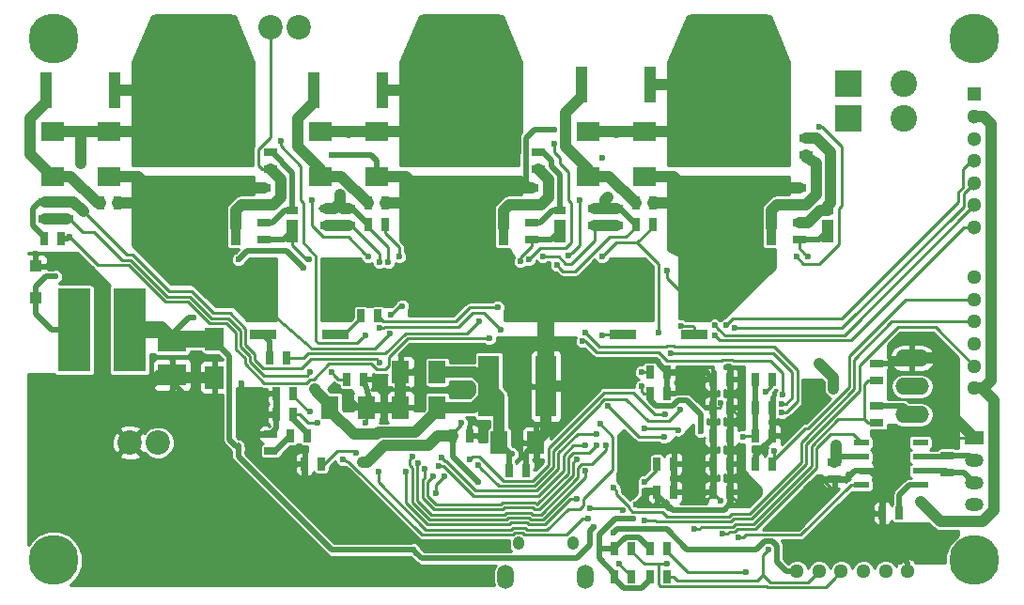
<source format=gbl>
G04 #@! TF.FileFunction,Copper,L2,Bot,Signal*
%FSLAX46Y46*%
G04 Gerber Fmt 4.6, Leading zero omitted, Abs format (unit mm)*
G04 Created by KiCad (PCBNEW 4.0.7-e1-6374~58~ubuntu14.04.1) date Tue Aug 22 11:21:06 2017*
%MOMM*%
%LPD*%
G01*
G04 APERTURE LIST*
%ADD10C,0.100000*%
%ADD11R,2.438400X5.588000*%
%ADD12R,2.438400X0.889000*%
%ADD13R,0.635000X1.143000*%
%ADD14R,1.143000X0.635000*%
%ADD15R,2.499360X1.950720*%
%ADD16R,1.849120X5.499100*%
%ADD17R,1.524000X2.032000*%
%ADD18R,1.100000X1.100000*%
%ADD19R,1.699260X2.100580*%
%ADD20R,1.100000X0.800000*%
%ADD21R,1.100000X2.000000*%
%ADD22R,2.159000X1.778000*%
%ADD23O,3.048000X1.524000*%
%ADD24R,2.997200X7.498080*%
%ADD25C,1.300480*%
%ADD26R,1.300000X1.300000*%
%ADD27C,1.300000*%
%ADD28R,1.699260X1.198880*%
%ADD29O,1.699260X1.198880*%
%ADD30R,10.800080X8.150860*%
%ADD31R,0.899160X3.200400*%
%ADD32R,1.000000X3.200000*%
%ADD33R,1.399540X0.599440*%
%ADD34O,1.050000X1.250000*%
%ADD35O,1.500000X2.200000*%
%ADD36C,4.500000*%
%ADD37C,2.200000*%
%ADD38R,2.400000X2.400000*%
%ADD39C,2.400000*%
%ADD40C,0.600000*%
%ADD41C,0.250000*%
%ADD42C,0.500000*%
%ADD43C,1.000000*%
%ADD44C,2.000000*%
%ADD45C,1.500000*%
%ADD46C,0.254000*%
G04 APERTURE END LIST*
D10*
D11*
X93281500Y-58547000D03*
X99758500Y-58547000D03*
D12*
X93281500Y-62674500D03*
X99758500Y-62674500D03*
D13*
X84582000Y-74930000D03*
X83058000Y-74930000D03*
X106807000Y-71755000D03*
X105283000Y-71755000D03*
D14*
X116205000Y-65278000D03*
X116205000Y-66802000D03*
D13*
X101473000Y-76835000D03*
X102997000Y-76835000D03*
X101473000Y-74295000D03*
X102997000Y-74295000D03*
X97917000Y-76835000D03*
X96393000Y-76835000D03*
X101473000Y-66675000D03*
X102997000Y-66675000D03*
X97282000Y-67945000D03*
X95758000Y-67945000D03*
X95758000Y-66040000D03*
X97282000Y-66040000D03*
X96393000Y-74295000D03*
X97917000Y-74295000D03*
X62103000Y-69850000D03*
X63627000Y-69850000D03*
D14*
X61595000Y-71628000D03*
X61595000Y-73152000D03*
X43180000Y-50673000D03*
X43180000Y-52197000D03*
X68580000Y-51308000D03*
X68580000Y-52832000D03*
X92710000Y-51308000D03*
X92710000Y-52832000D03*
D13*
X101473000Y-71755000D03*
X102997000Y-71755000D03*
X105283000Y-74295000D03*
X106807000Y-74295000D03*
D15*
X52705000Y-63246000D03*
X52705000Y-66294000D03*
D13*
X101473000Y-69215000D03*
X102997000Y-69215000D03*
D16*
X86395560Y-67310000D03*
X81244440Y-67310000D03*
D17*
X70231000Y-69215000D03*
X66929000Y-69215000D03*
X82169000Y-72390000D03*
X85471000Y-72390000D03*
X76581000Y-69215000D03*
X73279000Y-69215000D03*
D13*
X46228000Y-50800000D03*
X47752000Y-50800000D03*
X70358000Y-50800000D03*
X71882000Y-50800000D03*
D17*
X76581000Y-66040000D03*
X73279000Y-66040000D03*
D13*
X94488000Y-50800000D03*
X96012000Y-50800000D03*
D14*
X41275000Y-50673000D03*
X41275000Y-52197000D03*
X66675000Y-51308000D03*
X66675000Y-52832000D03*
X90805000Y-51308000D03*
X90805000Y-52832000D03*
X112395000Y-74168000D03*
X112395000Y-75692000D03*
D18*
X40386000Y-56462000D03*
X40386000Y-59362000D03*
D19*
X56515000Y-63040260D03*
X56515000Y-66499740D03*
D20*
X63500000Y-51455000D03*
D21*
X63500000Y-53355000D03*
D20*
X87630000Y-51455000D03*
D21*
X87630000Y-53355000D03*
D20*
X111760000Y-51455000D03*
D21*
X111760000Y-53355000D03*
D22*
X46990000Y-44323000D03*
X46990000Y-48387000D03*
X41910000Y-48387000D03*
X41910000Y-44323000D03*
X71120000Y-44323000D03*
X71120000Y-48387000D03*
X66040000Y-48387000D03*
X66040000Y-44323000D03*
X95250000Y-44323000D03*
X95250000Y-48387000D03*
X90170000Y-48387000D03*
X90170000Y-44323000D03*
D23*
X119380000Y-69850000D03*
X119380000Y-67310000D03*
X119380000Y-64770000D03*
D24*
X43855640Y-62230000D03*
X48854360Y-62230000D03*
D25*
X112999240Y-84000000D03*
X115000760Y-84000000D03*
X116999740Y-84000000D03*
X119001260Y-84000000D03*
X111000260Y-84000000D03*
X108998740Y-84000000D03*
X125000000Y-63500760D03*
X125000000Y-61499240D03*
X125000000Y-59500260D03*
X125000000Y-57498740D03*
X125000000Y-65499740D03*
X125000000Y-67501260D03*
D26*
X125000000Y-40995440D03*
D27*
X125000000Y-44998480D03*
X125000000Y-42996960D03*
X125000000Y-46997460D03*
X125000000Y-48998980D03*
X125000000Y-51000500D03*
X125000000Y-52999480D03*
D28*
X125000000Y-71997720D03*
D29*
X125000000Y-76000760D03*
X125000000Y-73999240D03*
X125000000Y-77999740D03*
D30*
X54610000Y-42359580D03*
D31*
X58420000Y-52961540D03*
X57150000Y-52961540D03*
X55880000Y-52961540D03*
X53340000Y-52961540D03*
X52070000Y-52961540D03*
X50800000Y-52961540D03*
D30*
X78740000Y-42359580D03*
D31*
X82550000Y-52961540D03*
X81280000Y-52961540D03*
X80010000Y-52961540D03*
X77470000Y-52961540D03*
X76200000Y-52961540D03*
X74930000Y-52961540D03*
D30*
X102870000Y-42359580D03*
D31*
X106680000Y-52961540D03*
X105410000Y-52961540D03*
X104140000Y-52961540D03*
X101600000Y-52961540D03*
X100330000Y-52961540D03*
X99060000Y-52961540D03*
D13*
X106807000Y-66675000D03*
X105283000Y-66675000D03*
X106807000Y-69215000D03*
X105283000Y-69215000D03*
D14*
X116205000Y-70612000D03*
X116205000Y-69088000D03*
D13*
X97282000Y-84455000D03*
X95758000Y-84455000D03*
X94107000Y-84455000D03*
X92583000Y-84455000D03*
X97282000Y-81915000D03*
X95758000Y-81915000D03*
X94107000Y-81915000D03*
X92583000Y-81915000D03*
D32*
X47550000Y-40640000D03*
X41350000Y-40640000D03*
D13*
X63373000Y-71755000D03*
X64897000Y-71755000D03*
X66167000Y-74295000D03*
X64643000Y-74295000D03*
X62103000Y-67945000D03*
X63627000Y-67945000D03*
X94488000Y-52705000D03*
X96012000Y-52705000D03*
X69977000Y-66675000D03*
X68453000Y-66675000D03*
X70358000Y-52705000D03*
X71882000Y-52705000D03*
D14*
X60960000Y-52578000D03*
X60960000Y-54102000D03*
X60960000Y-49403000D03*
X60960000Y-50927000D03*
D32*
X71680000Y-40640000D03*
X65480000Y-40640000D03*
D13*
X41148000Y-53975000D03*
X42672000Y-53975000D03*
D14*
X85090000Y-52578000D03*
X85090000Y-54102000D03*
X85090000Y-50927000D03*
X85090000Y-49403000D03*
D32*
X95810000Y-40132000D03*
X89610000Y-40132000D03*
D14*
X109220000Y-52578000D03*
X109220000Y-54102000D03*
X109220000Y-49403000D03*
X109220000Y-50927000D03*
D13*
X61468000Y-64770000D03*
X62992000Y-64770000D03*
X69723000Y-60960000D03*
X71247000Y-60960000D03*
D11*
X60896500Y-58547000D03*
X67373500Y-58547000D03*
D12*
X60896500Y-62674500D03*
X67373500Y-62674500D03*
D14*
X122555000Y-75057000D03*
X122555000Y-73533000D03*
D13*
X118237000Y-78740000D03*
X116713000Y-78740000D03*
D33*
X120142000Y-76200000D03*
X114808000Y-76200000D03*
X120142000Y-74930000D03*
X120142000Y-73660000D03*
X120142000Y-72390000D03*
X114808000Y-74930000D03*
X114808000Y-73660000D03*
X114808000Y-72390000D03*
D34*
X83935000Y-81455000D03*
X88785000Y-81455000D03*
D35*
X82760000Y-84455000D03*
X89960000Y-84455000D03*
D14*
X61595000Y-47752000D03*
X61595000Y-46228000D03*
X85725000Y-47752000D03*
X85725000Y-46228000D03*
X109855000Y-46482000D03*
X109855000Y-44958000D03*
D13*
X77978000Y-71755000D03*
X79502000Y-71755000D03*
D36*
X125010000Y-36000000D03*
X42010000Y-36000000D03*
X125010000Y-83000000D03*
X42010000Y-83000000D03*
D37*
X64135000Y-34925000D03*
X61595000Y-34925000D03*
X51435000Y-72390000D03*
X48895000Y-72390000D03*
D38*
X113665000Y-40005000D03*
D39*
X118665000Y-40005000D03*
D38*
X113665000Y-43180000D03*
D39*
X118665000Y-43180000D03*
D40*
X72390000Y-67564000D03*
X73152000Y-67564000D03*
X73914000Y-67564000D03*
X117348000Y-75184000D03*
X117348000Y-73152000D03*
X87122014Y-44196000D03*
X87630000Y-70866000D03*
X95758000Y-72898000D03*
X95250000Y-74676000D03*
X122174000Y-70358000D03*
X122428000Y-71882000D03*
X113030000Y-80772000D03*
X119888000Y-80772000D03*
X109982000Y-67564000D03*
X107442000Y-79756000D03*
X68580000Y-68326000D03*
X67056000Y-67564000D03*
X98552000Y-65786000D03*
X78740000Y-67564000D03*
X92202000Y-66294000D03*
X71882000Y-81026000D03*
X75184000Y-84582000D03*
X78486000Y-84582000D03*
X80518000Y-81534000D03*
X62230000Y-79502000D03*
X64008000Y-81280000D03*
X65786000Y-83058000D03*
X67818000Y-81026000D03*
X45720000Y-70358000D03*
X56388000Y-68580000D03*
X54356000Y-68580000D03*
X59182000Y-71628000D03*
X58928000Y-67056000D03*
X71666805Y-70443979D03*
X49276000Y-70358000D03*
X115062000Y-79502000D03*
X115062000Y-77978000D03*
X112268000Y-76708000D03*
X108966000Y-70104000D03*
X100330000Y-72390000D03*
X99060000Y-74422000D03*
X100330000Y-74422000D03*
X100330000Y-76962000D03*
X99060000Y-76962000D03*
X88392000Y-68580000D03*
X88392000Y-65278000D03*
X94996000Y-59944000D03*
X94996000Y-59182000D03*
X94996000Y-58420000D03*
X94996000Y-57658000D03*
X94996000Y-60706000D03*
X95758000Y-60198000D03*
X95758000Y-59436000D03*
X95758000Y-58674000D03*
X95758000Y-57912000D03*
X80518000Y-71374000D03*
X71628000Y-78740000D03*
X69342000Y-79248000D03*
X74930000Y-65532000D03*
X82042000Y-82042000D03*
X110617000Y-68834000D03*
X102104785Y-68830785D03*
X108204000Y-82550000D03*
X85598000Y-74168000D03*
X60198000Y-70358000D03*
X110744000Y-75946000D03*
X50546000Y-67310000D03*
X40386000Y-55372000D03*
X88392000Y-66802000D03*
X91440000Y-46736000D03*
X67056000Y-46482000D03*
X70104000Y-70612000D03*
X107696000Y-71882000D03*
X100838000Y-77625318D03*
X102111080Y-77625563D03*
X74688200Y-60452924D03*
X91948000Y-69088000D03*
X97028000Y-71882000D03*
X106172000Y-67818000D03*
X83312000Y-73406000D03*
X65532000Y-67564000D03*
X104140000Y-71882000D03*
X99788860Y-80136032D03*
X106426000Y-82042000D03*
X120142000Y-77724000D03*
X112522000Y-72644000D03*
X102870000Y-65532000D03*
X103632000Y-75438000D03*
X103886000Y-72898000D03*
X69850000Y-74168000D03*
X78740000Y-70612000D03*
X91186000Y-81788000D03*
X80264000Y-75946000D03*
X102997000Y-70358000D03*
X100330000Y-71374000D03*
X94498617Y-77973483D03*
X94234000Y-79248000D03*
X110998000Y-65278000D03*
X112268000Y-67564000D03*
X103768990Y-77752494D03*
X105156010Y-77470000D03*
X94996000Y-67310000D03*
X95263872Y-76745892D03*
X103886000Y-70104000D03*
X94996000Y-66040000D03*
X95250000Y-75946000D03*
X65790440Y-70640430D03*
X76454000Y-76962000D03*
X77216000Y-75438000D03*
X58674000Y-55880000D03*
X64516000Y-56642000D03*
X42163982Y-57404000D03*
X51308000Y-37338000D03*
X51308000Y-36322000D03*
X51308000Y-35306000D03*
X51308000Y-34290000D03*
X57912000Y-34290000D03*
X57912000Y-35306000D03*
X57912000Y-36322000D03*
X57912000Y-37338000D03*
X71406393Y-65153489D03*
X44704000Y-51562000D03*
X44450000Y-47244000D03*
X65143084Y-66040000D03*
X75438000Y-37338000D03*
X75438000Y-36322000D03*
X75438000Y-35306000D03*
X75438000Y-34290000D03*
X82042000Y-34290000D03*
X82042000Y-35306000D03*
X82042000Y-36322000D03*
X82042000Y-37338000D03*
X72174011Y-56134025D03*
X67818000Y-50038000D03*
X68580000Y-44450000D03*
X71374000Y-56134000D03*
X99568000Y-37338000D03*
X99568000Y-36322000D03*
X99568000Y-35306000D03*
X99568000Y-34290000D03*
X106172000Y-34290000D03*
X106172000Y-35306000D03*
X106172000Y-36322000D03*
X106172000Y-37338000D03*
X87376000Y-56388000D03*
X92710000Y-44450000D03*
X91948000Y-50292000D03*
X86106000Y-55626000D03*
X106934000Y-73152000D03*
X74422000Y-82042000D03*
X92456000Y-80518000D03*
X90678000Y-80010000D03*
X58674000Y-72897992D03*
X54638097Y-61109996D03*
X80319536Y-61468000D03*
X82042000Y-60198000D03*
X72297272Y-62592569D03*
X97282000Y-56896000D03*
X70109291Y-62698614D03*
X62484000Y-45212000D03*
X65024000Y-55880000D03*
X73441794Y-60085882D03*
X72390000Y-60842990D03*
X84843287Y-55878151D03*
X87122000Y-45466000D03*
X84067866Y-56074979D03*
X110998000Y-43942000D03*
X108966000Y-55626000D03*
X109982000Y-55626000D03*
X97282000Y-83312000D03*
X104394000Y-84074000D03*
X92964000Y-83312000D03*
X92456000Y-76454000D03*
X95264226Y-79419598D03*
X102616000Y-61828032D03*
X103384427Y-62080688D03*
X98289509Y-71237010D03*
X95250000Y-71120000D03*
X101600000Y-61828032D03*
X101600000Y-62738000D03*
X69295294Y-73335941D03*
X65143028Y-69596000D03*
X96520020Y-62484000D03*
X97601190Y-64296764D03*
X107624512Y-68868810D03*
X91440000Y-55626000D03*
X88401108Y-55566979D03*
X89408000Y-50546000D03*
X67056000Y-66040000D03*
X82296000Y-62191987D03*
X89916000Y-62484000D03*
X107624652Y-69668821D03*
X71362856Y-62031512D03*
X73152000Y-55626000D03*
X70358000Y-55626000D03*
X65278000Y-50546000D03*
X81280008Y-62992000D03*
X89662000Y-63246000D03*
X107696000Y-68072004D03*
X43434000Y-53848000D03*
X98552000Y-61841030D03*
X91440000Y-62738000D03*
X71260486Y-74982492D03*
X91246949Y-70672949D03*
X77014609Y-73753278D03*
X90932000Y-71628018D03*
X76200000Y-75438000D03*
X90932000Y-72644036D03*
X74864576Y-74268896D03*
X91767961Y-72665565D03*
X93298556Y-78497990D03*
X89154000Y-77470000D03*
X90330794Y-78317537D03*
X73736150Y-74976132D03*
X68072000Y-73914000D03*
X90170000Y-79248000D03*
X79502000Y-73914000D03*
X97086309Y-69838010D03*
X80263992Y-74422000D03*
X98488045Y-69450630D03*
X76733358Y-74504405D03*
X89916000Y-72644000D03*
X75483346Y-74775988D03*
X89137380Y-73899700D03*
X74365041Y-73644010D03*
X89915990Y-74929990D03*
X102328109Y-80586043D03*
X103730122Y-80949849D03*
D41*
X72390000Y-67564000D02*
X73152000Y-67564000D01*
D42*
X117094000Y-74930000D02*
X117348000Y-75184000D01*
X114808000Y-74930000D02*
X117094000Y-74930000D01*
X86697750Y-44196000D02*
X87122014Y-44196000D01*
X84590041Y-44949959D02*
X85344000Y-44196000D01*
X84590041Y-48903041D02*
X84590041Y-44949959D01*
X85344000Y-44196000D02*
X86697750Y-44196000D01*
X85090000Y-49403000D02*
X84590041Y-48903041D01*
D41*
X99060000Y-73406000D02*
X98552000Y-72898000D01*
X98552000Y-72898000D02*
X95758000Y-72898000D01*
X99060000Y-74422000D02*
X99060000Y-73406000D01*
X125000000Y-71997720D02*
X122543720Y-71997720D01*
X122543720Y-71997720D02*
X122428000Y-71882000D01*
X116713000Y-78740000D02*
X116713000Y-79883000D01*
X117602000Y-80772000D02*
X119888000Y-80772000D01*
X116713000Y-79883000D02*
X117602000Y-80772000D01*
X110617000Y-68834000D02*
X110617000Y-68199000D01*
X110617000Y-68199000D02*
X109982000Y-67564000D01*
X107696000Y-79756000D02*
X107442000Y-79756000D01*
D42*
X69469000Y-69215000D02*
X68580000Y-68326000D01*
X97282000Y-66040000D02*
X98298000Y-66040000D01*
X98298000Y-66040000D02*
X98552000Y-65786000D01*
X92202000Y-65018499D02*
X92202000Y-66294000D01*
X70231000Y-69215000D02*
X69469000Y-69215000D01*
X75184000Y-84582000D02*
X78486000Y-84582000D01*
X67818000Y-81026000D02*
X71882000Y-81026000D01*
X69342000Y-79248000D02*
X69342000Y-79502000D01*
X65786000Y-83058000D02*
X64008000Y-81280000D01*
X69342000Y-79502000D02*
X67818000Y-81026000D01*
X52705000Y-66294000D02*
X52705000Y-66929000D01*
X52705000Y-66929000D02*
X54356000Y-68580000D01*
X58928000Y-67056000D02*
X58928000Y-71374000D01*
X58928000Y-71374000D02*
X59182000Y-71628000D01*
D41*
X71666805Y-69638805D02*
X71666805Y-70019715D01*
X70231000Y-69215000D02*
X71243000Y-69215000D01*
X71243000Y-69215000D02*
X71666805Y-69638805D01*
X71666805Y-70019715D02*
X71666805Y-70443979D01*
D43*
X50546000Y-69088000D02*
X49575999Y-70058001D01*
X49575999Y-70058001D02*
X49276000Y-70358000D01*
X50546000Y-67310000D02*
X50546000Y-69088000D01*
D41*
X116713000Y-78740000D02*
X115824000Y-78740000D01*
X115824000Y-78740000D02*
X115062000Y-77978000D01*
X110744000Y-75946000D02*
X111506000Y-75946000D01*
X111506000Y-75946000D02*
X112268000Y-76708000D01*
X108966000Y-70612000D02*
X108966000Y-70104000D01*
D42*
X113466500Y-75692000D02*
X112395000Y-75692000D01*
X114808000Y-74930000D02*
X114228500Y-74930000D01*
X114228500Y-74930000D02*
X113466500Y-75692000D01*
D41*
X97917000Y-76835000D02*
X98933000Y-76835000D01*
X99314000Y-73406000D02*
X100330000Y-72390000D01*
X99314000Y-74168000D02*
X99314000Y-73406000D01*
X99060000Y-74422000D02*
X99314000Y-74168000D01*
X100330000Y-76962000D02*
X100330000Y-74422000D01*
X98933000Y-76835000D02*
X99060000Y-76962000D01*
X88392000Y-66802000D02*
X88392000Y-65278000D01*
X94996000Y-57658000D02*
X95504000Y-57658000D01*
D42*
X94996000Y-59944000D02*
X94996000Y-59182000D01*
X94996000Y-58420000D02*
X94996000Y-57658000D01*
X93281500Y-58991500D02*
X94996000Y-60706000D01*
D41*
X95758000Y-58674000D02*
X95758000Y-59436000D01*
X95504000Y-57658000D02*
X95758000Y-57912000D01*
D42*
X93281500Y-58547000D02*
X93281500Y-58991500D01*
X80518000Y-71556500D02*
X80518000Y-71374000D01*
X80319500Y-71755000D02*
X80518000Y-71556500D01*
X79502000Y-71755000D02*
X80319500Y-71755000D01*
X116205000Y-65278000D02*
X118872000Y-65278000D01*
X118872000Y-65278000D02*
X119380000Y-64770000D01*
D43*
X121920000Y-64770000D02*
X119380000Y-64770000D01*
X123190000Y-70187720D02*
X125000000Y-71997720D01*
X123190000Y-66040000D02*
X123190000Y-70187720D01*
X121920000Y-64770000D02*
X123190000Y-66040000D01*
D42*
X64643000Y-74295000D02*
X64643000Y-75692000D01*
X64643000Y-75692000D02*
X64516000Y-75692000D01*
X82042000Y-82042000D02*
X75692000Y-82042000D01*
X75692000Y-82042000D02*
X72390000Y-78740000D01*
X72390000Y-78740000D02*
X71628000Y-78740000D01*
X75184000Y-81534000D02*
X72390000Y-78740000D01*
X65532000Y-75692000D02*
X65532000Y-77978000D01*
X65532000Y-77978000D02*
X66802000Y-79248000D01*
X66802000Y-79248000D02*
X69342000Y-79248000D01*
X61595000Y-71628000D02*
X60523500Y-71628000D01*
X60523500Y-71628000D02*
X60198000Y-71953500D01*
X60198000Y-71953500D02*
X60198000Y-73660000D01*
X60198000Y-73660000D02*
X60960000Y-74422000D01*
X60960000Y-74422000D02*
X62230000Y-74422000D01*
X62230000Y-74422000D02*
X63500000Y-75692000D01*
X63500000Y-75692000D02*
X64516000Y-75692000D01*
X64516000Y-75692000D02*
X65532000Y-75692000D01*
X73279000Y-66040000D02*
X74422000Y-66040000D01*
X74422000Y-66040000D02*
X74930000Y-65532000D01*
D44*
X82042000Y-58547000D02*
X86360000Y-58547000D01*
X86360000Y-58547000D02*
X93281500Y-58547000D01*
D45*
X86395560Y-67310000D02*
X86395560Y-58582560D01*
X86395560Y-58582560D02*
X86360000Y-58547000D01*
D42*
X106807000Y-70612000D02*
X106807000Y-71755000D01*
X106807000Y-69215000D02*
X106807000Y-70612000D01*
X106807000Y-70612000D02*
X108966000Y-70612000D01*
X108966000Y-70612000D02*
X108839000Y-70612000D01*
X108839000Y-70612000D02*
X110617000Y-68834000D01*
X100838000Y-66040000D02*
X101473000Y-66675000D01*
X97282000Y-66040000D02*
X100838000Y-66040000D01*
D41*
X102104785Y-69150715D02*
X102104785Y-68830785D01*
X102040500Y-69215000D02*
X102104785Y-69150715D01*
X101473000Y-69215000D02*
X102040500Y-69215000D01*
D42*
X115062000Y-82550000D02*
X108204000Y-82550000D01*
X116713000Y-80899000D02*
X115062000Y-82550000D01*
X97282000Y-66040000D02*
X96525501Y-65283501D01*
X96525501Y-65283501D02*
X96525501Y-65108499D01*
X96525501Y-65108499D02*
X96435501Y-65018499D01*
X96435501Y-65018499D02*
X92202000Y-65018499D01*
X92202000Y-65018499D02*
X90175501Y-65018499D01*
X90175501Y-65018499D02*
X88392000Y-66802000D01*
X85598000Y-74168000D02*
X85598000Y-72517000D01*
X85598000Y-72517000D02*
X85471000Y-72390000D01*
X62103000Y-69850000D02*
X60706000Y-69850000D01*
X60706000Y-69850000D02*
X60198000Y-70358000D01*
X97917000Y-74295000D02*
X101473000Y-74295000D01*
X110998000Y-75692000D02*
X112395000Y-75692000D01*
X110744000Y-75946000D02*
X110998000Y-75692000D01*
X69977000Y-66675000D02*
X70612000Y-68834000D01*
X70612000Y-68834000D02*
X70231000Y-69215000D01*
D43*
X52705000Y-66294000D02*
X51562000Y-66294000D01*
X51562000Y-66294000D02*
X50546000Y-67310000D01*
X56515000Y-66499740D02*
X52910740Y-66499740D01*
X52910740Y-66499740D02*
X52705000Y-66294000D01*
D42*
X40386000Y-56462000D02*
X40386000Y-55372000D01*
D43*
X87884000Y-67310000D02*
X86395560Y-67310000D01*
X88392000Y-66802000D02*
X87884000Y-67310000D01*
D42*
X116713000Y-78740000D02*
X116713000Y-80899000D01*
X119001260Y-83187260D02*
X119001260Y-84000000D01*
X116713000Y-80899000D02*
X119001260Y-83187260D01*
X67056000Y-46482000D02*
X70604000Y-46482000D01*
X70604000Y-46482000D02*
X71120000Y-46998000D01*
X71120000Y-46998000D02*
X71120000Y-48387000D01*
X116713000Y-78740000D02*
X116713000Y-76073000D01*
X115570000Y-74930000D02*
X114808000Y-74930000D01*
X116713000Y-76073000D02*
X115570000Y-74930000D01*
X105283000Y-73787000D02*
X105283000Y-74295000D01*
X105283000Y-73533000D02*
X105283000Y-73787000D01*
X106807000Y-72009000D02*
X105283000Y-73533000D01*
X106807000Y-71755000D02*
X106807000Y-72009000D01*
D41*
X70231000Y-70485000D02*
X70104000Y-70612000D01*
X70231000Y-69215000D02*
X70231000Y-70485000D01*
X70231000Y-70231000D02*
X70104000Y-70358000D01*
X70104000Y-70358000D02*
X70104000Y-70612000D01*
X107696000Y-71882000D02*
X106934000Y-71882000D01*
X106934000Y-71882000D02*
X106807000Y-71755000D01*
X101473000Y-76835000D02*
X101473000Y-76990318D01*
X101473000Y-76990318D02*
X100838000Y-77625318D01*
X101473000Y-76835000D02*
X101473000Y-76987483D01*
X101473000Y-76987483D02*
X102111080Y-77625563D01*
D42*
X97917000Y-74295000D02*
X97917000Y-76835000D01*
X97282000Y-66040000D02*
X97282000Y-67945000D01*
X101473000Y-69215000D02*
X101473000Y-66675000D01*
X101473000Y-71755000D02*
X101473000Y-69215000D01*
X101473000Y-74295000D02*
X101473000Y-71755000D01*
X101473000Y-76835000D02*
X101473000Y-74295000D01*
D41*
X74688200Y-60028660D02*
X74688200Y-60452924D01*
X74688200Y-59702200D02*
X74688200Y-60028660D01*
X73533000Y-58547000D02*
X74688200Y-59702200D01*
D42*
X84582000Y-74930000D02*
X84582000Y-73279000D01*
X84582000Y-73279000D02*
X85471000Y-72390000D01*
D43*
X86395560Y-67310000D02*
X86395560Y-71465440D01*
X86395560Y-71465440D02*
X85471000Y-72390000D01*
X73279000Y-66040000D02*
X73279000Y-69215000D01*
X70231000Y-69215000D02*
X73279000Y-69215000D01*
D42*
X70612000Y-68834000D02*
X70231000Y-69215000D01*
X62103000Y-69850000D02*
X62103000Y-71120000D01*
X62103000Y-71120000D02*
X61595000Y-71628000D01*
X62103000Y-67945000D02*
X62103000Y-69850000D01*
D44*
X80010000Y-52961540D02*
X80010000Y-56515000D01*
X80010000Y-56515000D02*
X82042000Y-58547000D01*
X67373500Y-58547000D02*
X73533000Y-58547000D01*
X76200000Y-55880000D02*
X76200000Y-52961540D01*
X73533000Y-58547000D02*
X76200000Y-55880000D01*
D43*
X74894440Y-52997100D02*
X74930000Y-52961540D01*
X85090000Y-49403000D02*
X82677000Y-49403000D01*
X81280000Y-50800000D02*
X81280000Y-52961540D01*
X82677000Y-49403000D02*
X81280000Y-50800000D01*
X80010000Y-52961540D02*
X81280000Y-52961540D01*
X77470000Y-52961540D02*
X80010000Y-52961540D01*
X76200000Y-52961540D02*
X77470000Y-52961540D01*
X74930000Y-52961540D02*
X76200000Y-52961540D01*
X71120000Y-48387000D02*
X73787000Y-48387000D01*
X74930000Y-49530000D02*
X74930000Y-51308000D01*
X73787000Y-48387000D02*
X74930000Y-49530000D01*
X71882000Y-50800000D02*
X74422000Y-50800000D01*
X74930000Y-51308000D02*
X74930000Y-52961540D01*
X74422000Y-50800000D02*
X74930000Y-51308000D01*
X71117193Y-71628000D02*
X71301204Y-71443989D01*
X71301204Y-71443989D02*
X74606011Y-71443989D01*
X76581000Y-69469000D02*
X76581000Y-69215000D01*
X69088000Y-71628000D02*
X71117193Y-71628000D01*
X66929000Y-69215000D02*
X66929000Y-69469000D01*
X66929000Y-69469000D02*
X69088000Y-71628000D01*
X74606011Y-71443989D02*
X76581000Y-69469000D01*
X76581000Y-69215000D02*
X79883000Y-69215000D01*
X79883000Y-69215000D02*
X81244440Y-67853560D01*
X81244440Y-67853560D02*
X81244440Y-67310000D01*
X76581000Y-66040000D02*
X79974440Y-66040000D01*
X79974440Y-66040000D02*
X81244440Y-67310000D01*
D41*
X94742000Y-71882000D02*
X91948000Y-69088000D01*
X96603736Y-71882000D02*
X94742000Y-71882000D01*
X97028000Y-71882000D02*
X96603736Y-71882000D01*
X106807000Y-66675000D02*
X106807000Y-67183000D01*
X106807000Y-67183000D02*
X106172000Y-67818000D01*
D42*
X83312000Y-73406000D02*
X83185000Y-73406000D01*
X83185000Y-73406000D02*
X83058000Y-73279000D01*
D43*
X66929000Y-68961000D02*
X65831999Y-67863999D01*
X66929000Y-69215000D02*
X66929000Y-68961000D01*
X65831999Y-67863999D02*
X65532000Y-67564000D01*
D42*
X83058000Y-74930000D02*
X83058000Y-73279000D01*
X83058000Y-73279000D02*
X82169000Y-72390000D01*
D43*
X82169000Y-72390000D02*
X82169000Y-68234560D01*
X82169000Y-68234560D02*
X81244440Y-67310000D01*
X80990440Y-67564000D02*
X81244440Y-67310000D01*
D42*
X105283000Y-69215000D02*
X105283000Y-66675000D01*
X105283000Y-71755000D02*
X105283000Y-69215000D01*
D41*
X105283000Y-71755000D02*
X104267000Y-71755000D01*
X104267000Y-71755000D02*
X104140000Y-71882000D01*
X110293989Y-72711600D02*
X110293989Y-74489600D01*
X103480977Y-79707033D02*
X103226977Y-79961033D01*
X100213124Y-80136032D02*
X99788860Y-80136032D01*
X105076556Y-79707033D02*
X103480977Y-79707033D01*
X110293989Y-74489600D02*
X105076556Y-79707033D01*
X115062000Y-70290500D02*
X112715089Y-70290500D01*
X103226977Y-79961033D02*
X100388123Y-79961033D01*
X112715089Y-70290500D02*
X110293989Y-72711600D01*
X100388123Y-79961033D02*
X100213124Y-80136032D01*
X116205000Y-66802000D02*
X115383500Y-66802000D01*
X115383500Y-66802000D02*
X115062000Y-67123500D01*
X115062000Y-67123500D02*
X115062000Y-70290500D01*
X115062000Y-70290500D02*
X115383500Y-70612000D01*
X115383500Y-70612000D02*
X116205000Y-70612000D01*
X106126001Y-82341999D02*
X106426000Y-82042000D01*
X105918000Y-84328000D02*
X105918000Y-82550000D01*
X105918000Y-82550000D02*
X106126001Y-82341999D01*
X105918000Y-84328000D02*
X106565241Y-84975241D01*
X110025019Y-84975241D02*
X110350021Y-84650239D01*
X106565241Y-84975241D02*
X110025019Y-84975241D01*
X110350021Y-84650239D02*
X111000260Y-84000000D01*
X97282000Y-84455000D02*
X97849500Y-84455000D01*
X97849500Y-84455000D02*
X98230500Y-84836000D01*
X98230500Y-84836000D02*
X105410000Y-84836000D01*
X105410000Y-84836000D02*
X105918000Y-84328000D01*
D43*
X69850000Y-74168000D02*
X70274264Y-74168000D01*
X70274264Y-74168000D02*
X71798264Y-72644000D01*
X71798264Y-72644000D02*
X75771500Y-72644000D01*
X75771500Y-72644000D02*
X76660500Y-71755000D01*
X76660500Y-71755000D02*
X77978000Y-71755000D01*
X125667260Y-67501260D02*
X126746000Y-68580000D01*
X126746000Y-68580000D02*
X126746000Y-78486000D01*
X126746000Y-78486000D02*
X125730000Y-79502000D01*
X125730000Y-79502000D02*
X121920000Y-79502000D01*
X121920000Y-79502000D02*
X120142000Y-77724000D01*
X125667260Y-67501260D02*
X125000000Y-67501260D01*
X112522000Y-74041000D02*
X112395000Y-74168000D01*
X112522000Y-72644000D02*
X112522000Y-74041000D01*
D42*
X102997000Y-66675000D02*
X102997000Y-65659000D01*
X102997000Y-65659000D02*
X102870000Y-65532000D01*
X95263872Y-76708000D02*
X96266000Y-76708000D01*
X96266000Y-76708000D02*
X96393000Y-76835000D01*
D41*
X103632000Y-73152000D02*
X103632000Y-75438000D01*
X103886000Y-72898000D02*
X103632000Y-73152000D01*
X77978000Y-71755000D02*
X77978000Y-71501000D01*
X77978000Y-71501000D02*
X78740000Y-70739000D01*
X78740000Y-70739000D02*
X78740000Y-70612000D01*
D42*
X92583000Y-81915000D02*
X91313000Y-81915000D01*
X91313000Y-81915000D02*
X91186000Y-81788000D01*
X91186000Y-82212264D02*
X91186000Y-81788000D01*
X92583000Y-84201000D02*
X91186000Y-82804000D01*
X92615998Y-79248000D02*
X91186000Y-80677998D01*
X91186000Y-82804000D02*
X91186000Y-82212264D01*
X92583000Y-84455000D02*
X92583000Y-84201000D01*
X91186000Y-81363736D02*
X91186000Y-81788000D01*
X91186000Y-80677998D02*
X91186000Y-81363736D01*
X94234000Y-79248000D02*
X92615998Y-79248000D01*
X77978000Y-72826500D02*
X77978000Y-73660000D01*
X77978000Y-73660000D02*
X80264000Y-75946000D01*
X77978000Y-71755000D02*
X77978000Y-72826500D01*
X102997000Y-69215000D02*
X102997000Y-70358000D01*
X102997000Y-70358000D02*
X102997000Y-71755000D01*
X99060000Y-68580000D02*
X100330000Y-69850000D01*
X100330000Y-69850000D02*
X100330000Y-71374000D01*
X98298000Y-68580000D02*
X99060000Y-68580000D01*
X97790000Y-69088000D02*
X98298000Y-68580000D01*
X96266000Y-69088000D02*
X97790000Y-69088000D01*
X95758000Y-68580000D02*
X96266000Y-69088000D01*
X95758000Y-67945000D02*
X95758000Y-68580000D01*
X92583000Y-81888965D02*
X92583000Y-81915000D01*
X93578466Y-80893499D02*
X92583000Y-81888965D01*
X94736499Y-80893499D02*
X93578466Y-80893499D01*
X95758000Y-81915000D02*
X94736499Y-80893499D01*
X95263872Y-76745892D02*
X95263872Y-76708000D01*
X95263872Y-76708000D02*
X95263872Y-77208228D01*
X94798616Y-77673484D02*
X94498617Y-77973483D01*
X95263872Y-77208228D02*
X94798616Y-77673484D01*
D43*
X112268000Y-67564000D02*
X112268000Y-66548000D01*
X112268000Y-66548000D02*
X110998000Y-65278000D01*
D42*
X102997000Y-76835000D02*
X102997000Y-77906500D01*
X102997000Y-77906500D02*
X102417500Y-78486000D01*
X96393000Y-77089000D02*
X96393000Y-76835000D01*
X102417500Y-78486000D02*
X97790000Y-78486000D01*
X97790000Y-78486000D02*
X96393000Y-77089000D01*
D43*
X125000000Y-42996960D02*
X125800960Y-42996960D01*
X125800960Y-42996960D02*
X126492000Y-43688000D01*
X126492000Y-43688000D02*
X126492000Y-66802000D01*
X126492000Y-66802000D02*
X125792740Y-67501260D01*
X125792740Y-67501260D02*
X125000000Y-67501260D01*
D42*
X95758000Y-84455000D02*
X95758000Y-84709000D01*
X92583000Y-84630002D02*
X92583000Y-84455000D01*
X95758000Y-84709000D02*
X94990499Y-85476501D01*
X94990499Y-85476501D02*
X93429499Y-85476501D01*
X93429499Y-85476501D02*
X92583000Y-84630002D01*
D41*
X103660494Y-77752494D02*
X103768990Y-77752494D01*
X102997000Y-76835000D02*
X102997000Y-77089000D01*
X102997000Y-77089000D02*
X103660494Y-77752494D01*
X104856011Y-77170001D02*
X105156010Y-77470000D01*
X104521010Y-76835000D02*
X104856011Y-77170001D01*
X102997000Y-76835000D02*
X104521010Y-76835000D01*
D42*
X114808000Y-73660000D02*
X112903000Y-73660000D01*
X112903000Y-73660000D02*
X112395000Y-74168000D01*
D41*
X94996000Y-67734264D02*
X94996000Y-67310000D01*
X94996000Y-67750500D02*
X94996000Y-67734264D01*
X95190500Y-67945000D02*
X94996000Y-67750500D01*
X95758000Y-67945000D02*
X95190500Y-67945000D01*
X103886000Y-70104000D02*
X102997000Y-69215000D01*
D42*
X102997000Y-74295000D02*
X102997000Y-76835000D01*
X102997000Y-71755000D02*
X102997000Y-74295000D01*
X102997000Y-66675000D02*
X102997000Y-69215000D01*
D41*
X95758000Y-66040000D02*
X94996000Y-66040000D01*
X95250000Y-75946000D02*
X96393000Y-74803000D01*
X96393000Y-74803000D02*
X96393000Y-74295000D01*
X64984930Y-70640430D02*
X65366176Y-70640430D01*
X64194500Y-69850000D02*
X64984930Y-70640430D01*
X65366176Y-70640430D02*
X65790440Y-70640430D01*
X63627000Y-69850000D02*
X64194500Y-69850000D01*
D42*
X63627000Y-69850000D02*
X63627000Y-70231000D01*
X63627000Y-70231000D02*
X64897000Y-71501000D01*
X64897000Y-71501000D02*
X64897000Y-71755000D01*
D41*
X76454000Y-76962000D02*
X76454000Y-76200000D01*
X76454000Y-76200000D02*
X77216000Y-75438000D01*
D42*
X61595000Y-73152000D02*
X61976000Y-73152000D01*
X61976000Y-73152000D02*
X63373000Y-71755000D01*
X62992000Y-55118000D02*
X59436000Y-55118000D01*
X59436000Y-55118000D02*
X58674000Y-55880000D01*
X64516000Y-56642000D02*
X62992000Y-55118000D01*
X41739718Y-57404000D02*
X42163982Y-57404000D01*
X41294000Y-57404000D02*
X41739718Y-57404000D01*
X40386000Y-58312000D02*
X41294000Y-57404000D01*
X40386000Y-59362000D02*
X40386000Y-58312000D01*
X40386000Y-59362000D02*
X40386000Y-60758960D01*
X40386000Y-60758960D02*
X41857040Y-62230000D01*
X41857040Y-62230000D02*
X43855640Y-62230000D01*
D43*
X53340000Y-37338000D02*
X51308000Y-37338000D01*
X51308000Y-36322000D02*
X51308000Y-35306000D01*
X51308000Y-34290000D02*
X57912000Y-34290000D01*
X57912000Y-35306000D02*
X57912000Y-36322000D01*
X53340000Y-37338000D02*
X54610000Y-38608000D01*
X54610000Y-42359580D02*
X54610000Y-38608000D01*
D41*
X44704000Y-51562000D02*
X48629978Y-55487978D01*
X71106394Y-64853490D02*
X71406393Y-65153489D01*
X48629978Y-55487978D02*
X49140798Y-55487978D01*
X49140798Y-55487978D02*
X52428420Y-58775600D01*
X52428420Y-58775600D02*
X54460421Y-58775600D01*
X64381499Y-65666501D02*
X65220009Y-64827991D01*
X54460421Y-58775600D02*
X56390821Y-60706000D01*
X56390821Y-60706000D02*
X57914824Y-60706000D01*
X60894510Y-65666501D02*
X64381499Y-65666501D01*
X57914824Y-60706000D02*
X59320022Y-62111198D01*
X60149033Y-64921022D02*
X60894510Y-65666501D01*
X59320022Y-62111198D02*
X59320022Y-63584012D01*
X59320022Y-63584012D02*
X60149033Y-64413023D01*
X60149033Y-64413023D02*
X60149033Y-64921022D01*
X65220009Y-64827991D02*
X71080895Y-64827991D01*
X71080895Y-64827991D02*
X71106394Y-64853490D01*
D42*
X41275000Y-50673000D02*
X40767000Y-50673000D01*
X40767000Y-50673000D02*
X40132000Y-51308000D01*
X40132000Y-52832000D02*
X41148000Y-53848000D01*
X40132000Y-51308000D02*
X40132000Y-52832000D01*
X41148000Y-53848000D02*
X41148000Y-53975000D01*
D43*
X43180000Y-50673000D02*
X41275000Y-50673000D01*
X44450000Y-44323000D02*
X44450000Y-47244000D01*
X43815000Y-50673000D02*
X43180000Y-50673000D01*
X44704000Y-51562000D02*
X43815000Y-50673000D01*
X47550000Y-40640000D02*
X52890420Y-40640000D01*
X52890420Y-40640000D02*
X54610000Y-42359580D01*
X46990000Y-44323000D02*
X52646580Y-44323000D01*
X52646580Y-44323000D02*
X54610000Y-42359580D01*
X41910000Y-44323000D02*
X44450000Y-44323000D01*
X44450000Y-44323000D02*
X46990000Y-44323000D01*
D41*
X60931598Y-66339999D02*
X64843085Y-66339999D01*
X59699022Y-64599423D02*
X59699022Y-65107422D01*
X58870011Y-63770412D02*
X59699022Y-64599423D01*
X58870011Y-62297598D02*
X58870011Y-63770412D01*
X43180000Y-52197000D02*
X43434000Y-52197000D01*
X57787371Y-61214958D02*
X58870011Y-62297598D01*
X48954399Y-55937989D02*
X52256399Y-59239989D01*
X59699022Y-65107422D02*
X60931598Y-66339999D01*
X54288400Y-59239989D02*
X56263369Y-61214958D01*
X64843085Y-66339999D02*
X65143084Y-66040000D01*
X45652400Y-53397989D02*
X48192400Y-55937989D01*
X43434000Y-52197000D02*
X44634989Y-53397989D01*
X48192400Y-55937989D02*
X48954399Y-55937989D01*
X56263369Y-61214958D02*
X57787371Y-61214958D01*
X44634989Y-53397989D02*
X45652400Y-53397989D01*
X52256399Y-59239989D02*
X54288400Y-59239989D01*
D43*
X41275000Y-52197000D02*
X43180000Y-52197000D01*
X78740000Y-38100000D02*
X77978000Y-37338000D01*
X77978000Y-37338000D02*
X75438000Y-37338000D01*
X75438000Y-36322000D02*
X75438000Y-35306000D01*
X75438000Y-34290000D02*
X82042000Y-34290000D01*
X82042000Y-35306000D02*
X82042000Y-36322000D01*
X78740000Y-38100000D02*
X78740000Y-42359580D01*
X71120000Y-44323000D02*
X76776580Y-44323000D01*
X76776580Y-44323000D02*
X78740000Y-42359580D01*
X71680000Y-40640000D02*
X77020420Y-40640000D01*
X77020420Y-40640000D02*
X78740000Y-42359580D01*
D44*
X77020420Y-40640000D02*
X78740000Y-42359580D01*
D41*
X72174011Y-55709761D02*
X72174011Y-56134025D01*
X70358000Y-52705000D02*
X70358000Y-52959000D01*
X70358000Y-52959000D02*
X72174011Y-54775011D01*
X72174011Y-54775011D02*
X72174011Y-55709761D01*
D42*
X68580000Y-51308000D02*
X68961000Y-51308000D01*
X68961000Y-51308000D02*
X70358000Y-52705000D01*
D43*
X77020420Y-40640000D02*
X78740000Y-42359580D01*
X68580000Y-44323000D02*
X68580000Y-44450000D01*
X68580000Y-44323000D02*
X71120000Y-44323000D01*
X77020420Y-40640000D02*
X78740000Y-42359580D01*
D42*
X66167000Y-51308000D02*
X66675000Y-51308000D01*
D43*
X67818000Y-50038000D02*
X67818000Y-51054000D01*
X67818000Y-51054000D02*
X68072000Y-51308000D01*
X68072000Y-51308000D02*
X68580000Y-51308000D01*
X67818000Y-50038000D02*
X67818000Y-50800000D01*
X67818000Y-50800000D02*
X67310000Y-51308000D01*
X67310000Y-51308000D02*
X66675000Y-51308000D01*
X77020420Y-40640000D02*
X78740000Y-42359580D01*
X66040000Y-44323000D02*
X68580000Y-44323000D01*
D41*
X71374000Y-55709736D02*
X71374000Y-56134000D01*
X68834000Y-52832000D02*
X71374000Y-55372000D01*
X71374000Y-55372000D02*
X71374000Y-55709736D01*
X68580000Y-52832000D02*
X68834000Y-52832000D01*
D43*
X66675000Y-52832000D02*
X68580000Y-52832000D01*
X102870000Y-38100000D02*
X102108000Y-37338000D01*
X102108000Y-37338000D02*
X99568000Y-37338000D01*
X99568000Y-36322000D02*
X99568000Y-35306000D01*
X99568000Y-34290000D02*
X106172000Y-34290000D01*
X106172000Y-35306000D02*
X106172000Y-36322000D01*
X102870000Y-38100000D02*
X102870000Y-42359580D01*
D41*
X92118264Y-53848000D02*
X89024265Y-56941999D01*
X87675999Y-56687999D02*
X87376000Y-56388000D01*
X87929999Y-56941999D02*
X87675999Y-56687999D01*
X94488000Y-52959000D02*
X93599000Y-53848000D01*
X89024265Y-56941999D02*
X87929999Y-56941999D01*
X94488000Y-52705000D02*
X94488000Y-52959000D01*
X93599000Y-53848000D02*
X92118264Y-53848000D01*
D42*
X92710000Y-51308000D02*
X93091000Y-51308000D01*
X93091000Y-51308000D02*
X94488000Y-52705000D01*
D43*
X91694000Y-51308000D02*
X91694000Y-50546000D01*
X92710000Y-44450000D02*
X92710000Y-44323000D01*
X91694000Y-50546000D02*
X91948000Y-50292000D01*
X92710000Y-51308000D02*
X91694000Y-51308000D01*
X91694000Y-51308000D02*
X91440000Y-51308000D01*
X91440000Y-51308000D02*
X90805000Y-51308000D01*
D42*
X90805000Y-51308000D02*
X90424000Y-51308000D01*
D43*
X95250000Y-44323000D02*
X100906580Y-44323000D01*
X100906580Y-44323000D02*
X102870000Y-42359580D01*
X90170000Y-44323000D02*
X92710000Y-44323000D01*
X92710000Y-44323000D02*
X95250000Y-44323000D01*
X95810000Y-40132000D02*
X100642420Y-40132000D01*
X100642420Y-40132000D02*
X102870000Y-42359580D01*
D41*
X90805000Y-54138004D02*
X88672005Y-56270999D01*
X87539002Y-55626000D02*
X86530264Y-55626000D01*
X86530264Y-55626000D02*
X86106000Y-55626000D01*
X88184001Y-56270999D02*
X87539002Y-55626000D01*
X90805000Y-52832000D02*
X90805000Y-54138004D01*
X88672005Y-56270999D02*
X88184001Y-56270999D01*
D43*
X90805000Y-52832000D02*
X92710000Y-52832000D01*
D41*
X125000000Y-59500260D02*
X118807740Y-59500260D01*
X109998401Y-71097956D02*
X109750044Y-71097956D01*
X106807000Y-74041000D02*
X106807000Y-74295000D01*
X113711967Y-67384390D02*
X109998401Y-71097956D01*
X118807740Y-59500260D02*
X113711967Y-64596033D01*
X109750044Y-71097956D02*
X106807000Y-74041000D01*
X113711967Y-64596033D02*
X113711967Y-67384390D01*
X106934000Y-73152000D02*
X106934000Y-74168000D01*
X106934000Y-74168000D02*
X106807000Y-74295000D01*
D42*
X58374001Y-72597993D02*
X58674000Y-72897992D01*
X57864630Y-72088622D02*
X58374001Y-72597993D01*
X57864630Y-64590550D02*
X57864630Y-72088622D01*
X56515000Y-63240920D02*
X57864630Y-64590550D01*
X56515000Y-63040260D02*
X56515000Y-63240920D01*
X99108002Y-82042000D02*
X105315996Y-82042000D01*
X92780512Y-80193488D02*
X97259490Y-80193488D01*
X107188000Y-83108838D02*
X108079162Y-84000000D01*
X107188000Y-81693996D02*
X107188000Y-83108838D01*
X106065998Y-81291998D02*
X106786002Y-81291998D01*
X106786002Y-81291998D02*
X107188000Y-81693996D01*
X92456000Y-80518000D02*
X92780512Y-80193488D01*
X105315996Y-82042000D02*
X106065998Y-81291998D01*
X97259490Y-80193488D02*
X99108002Y-82042000D01*
X108079162Y-84000000D02*
X108998740Y-84000000D01*
X58674000Y-73633965D02*
X67082035Y-82042000D01*
X58674000Y-72898000D02*
X58674000Y-73633965D01*
X73997736Y-82042000D02*
X74422000Y-82042000D01*
X90378001Y-81579999D02*
X89154000Y-82804000D01*
X90378001Y-80309999D02*
X90378001Y-81579999D01*
X74721999Y-82341999D02*
X74422000Y-82042000D01*
X75184000Y-82804000D02*
X74721999Y-82341999D01*
X90678000Y-80010000D02*
X90378001Y-80309999D01*
X67082035Y-82042000D02*
X73997736Y-82042000D01*
X89154000Y-82804000D02*
X75184000Y-82804000D01*
X58674000Y-72897992D02*
X58674000Y-72898000D01*
X58674000Y-72644000D02*
X58674000Y-72898000D01*
X52705000Y-63246000D02*
X52705000Y-62611000D01*
X52705000Y-62611000D02*
X54206004Y-61109996D01*
X54206004Y-61109996D02*
X54638097Y-61109996D01*
D45*
X48854360Y-62230000D02*
X51689000Y-62230000D01*
X51689000Y-62230000D02*
X52705000Y-63246000D01*
X56515000Y-63040260D02*
X52910740Y-63040260D01*
X52910740Y-63040260D02*
X52705000Y-63246000D01*
D41*
X62992000Y-64770000D02*
X64516000Y-64770000D01*
X64516000Y-64770000D02*
X64941977Y-64344023D01*
X73727600Y-62541989D02*
X79245547Y-62541989D01*
X64941977Y-64344023D02*
X71925566Y-64344023D01*
X71925566Y-64344023D02*
X73727600Y-62541989D01*
X79245547Y-62541989D02*
X80019537Y-61767999D01*
X80019537Y-61767999D02*
X80319536Y-61468000D01*
X71247000Y-60960000D02*
X71755000Y-61468000D01*
X71755000Y-61468000D02*
X78232000Y-61468000D01*
X78232000Y-61468000D02*
X79502000Y-60198000D01*
X79502000Y-60198000D02*
X81617736Y-60198000D01*
X81617736Y-60198000D02*
X82042000Y-60198000D01*
D43*
X41350000Y-40640000D02*
X41350000Y-41708000D01*
X41350000Y-41708000D02*
X39878000Y-43180000D01*
X39878000Y-43180000D02*
X39878000Y-46355000D01*
X39878000Y-46355000D02*
X41910000Y-48387000D01*
X41910000Y-48387000D02*
X43561000Y-48387000D01*
X43561000Y-48387000D02*
X45974000Y-50800000D01*
X45974000Y-50800000D02*
X46228000Y-50800000D01*
D44*
X52070000Y-52961540D02*
X52070000Y-54102000D01*
X52070000Y-54102000D02*
X53086000Y-55118000D01*
X56261000Y-58547000D02*
X60896500Y-58547000D01*
X54864000Y-57150000D02*
X56261000Y-58547000D01*
X53594000Y-57150000D02*
X54864000Y-57150000D01*
X53086000Y-56642000D02*
X53594000Y-57150000D01*
X53086000Y-55118000D02*
X53086000Y-56642000D01*
D41*
X70248788Y-63894012D02*
X70995829Y-63894012D01*
X70995829Y-63894012D02*
X72297272Y-62592569D01*
X60896500Y-58547000D02*
X60896500Y-60121800D01*
X60896500Y-60121800D02*
X65303712Y-63894012D01*
X65303712Y-63894012D02*
X70248788Y-63894012D01*
D43*
X60896500Y-58547000D02*
X60071000Y-58547000D01*
X60960000Y-49403000D02*
X58547000Y-49403000D01*
X57150000Y-50800000D02*
X57150000Y-52961540D01*
X58547000Y-49403000D02*
X57150000Y-50800000D01*
X46990000Y-48387000D02*
X49657000Y-48387000D01*
X50800000Y-49530000D02*
X50800000Y-51308000D01*
X49657000Y-48387000D02*
X50800000Y-49530000D01*
X47752000Y-50800000D02*
X50292000Y-50800000D01*
X50800000Y-51308000D02*
X50800000Y-52961540D01*
X50292000Y-50800000D02*
X50800000Y-51308000D01*
X52070000Y-52961540D02*
X50800000Y-52961540D01*
X53340000Y-52961540D02*
X52070000Y-52961540D01*
X55880000Y-52961540D02*
X53340000Y-52961540D01*
X57150000Y-52961540D02*
X55880000Y-52961540D01*
X66040000Y-48387000D02*
X67945000Y-48387000D01*
X67945000Y-48387000D02*
X70358000Y-50800000D01*
X66040000Y-48387000D02*
X66040000Y-47752000D01*
X66040000Y-47752000D02*
X64008000Y-45720000D01*
X64008000Y-45720000D02*
X64008000Y-43180000D01*
X64008000Y-43180000D02*
X65480000Y-41708000D01*
X65480000Y-41708000D02*
X65480000Y-40640000D01*
X90170000Y-48387000D02*
X92075000Y-48387000D01*
X92075000Y-48387000D02*
X94488000Y-50800000D01*
X90170000Y-48387000D02*
X90170000Y-47752000D01*
X90170000Y-47752000D02*
X88138000Y-45720000D01*
X88138000Y-45720000D02*
X88138000Y-42672000D01*
X88138000Y-42672000D02*
X89610000Y-41200000D01*
X89610000Y-41200000D02*
X89610000Y-40132000D01*
D41*
X98289300Y-58547000D02*
X97282000Y-57539700D01*
X99758500Y-58547000D02*
X98289300Y-58547000D01*
X97282000Y-57320264D02*
X97282000Y-56896000D01*
X97282000Y-57539700D02*
X97282000Y-57320264D01*
D44*
X104140000Y-52961540D02*
X104140000Y-56642000D01*
X102235000Y-58547000D02*
X99758500Y-58547000D01*
X104140000Y-56642000D02*
X102235000Y-58547000D01*
D43*
X100330000Y-57975500D02*
X99758500Y-58547000D01*
X109220000Y-49403000D02*
X106807000Y-49403000D01*
X105410000Y-50800000D02*
X105410000Y-52961540D01*
X106807000Y-49403000D02*
X105410000Y-50800000D01*
X95250000Y-48387000D02*
X97917000Y-48387000D01*
X99060000Y-49530000D02*
X99060000Y-51308000D01*
X97917000Y-48387000D02*
X99060000Y-49530000D01*
X104140000Y-52961540D02*
X105410000Y-52961540D01*
X101600000Y-52961540D02*
X104140000Y-52961540D01*
X100330000Y-52961540D02*
X101600000Y-52961540D01*
X99060000Y-52961540D02*
X100330000Y-52961540D01*
X96012000Y-50800000D02*
X98552000Y-50800000D01*
X99060000Y-51308000D02*
X99060000Y-52961540D01*
X98552000Y-50800000D02*
X99060000Y-51308000D01*
D41*
X69809292Y-62998613D02*
X70109291Y-62698614D01*
X65649002Y-55579998D02*
X65649002Y-63234592D01*
X65858411Y-63444001D02*
X69363904Y-63444001D01*
X69363904Y-63444001D02*
X69809292Y-62998613D01*
X65649002Y-63234592D02*
X65858411Y-63444001D01*
X64516000Y-54356000D02*
X65649002Y-55579998D01*
X64262000Y-47498000D02*
X64262000Y-50546000D01*
X64262000Y-50546000D02*
X64262000Y-50546000D01*
X64262000Y-50546000D02*
X64262000Y-50546000D01*
X64262000Y-50546000D02*
X64262000Y-50546000D01*
X64262000Y-50546000D02*
X64516000Y-50800000D01*
X64516000Y-50800000D02*
X64516000Y-54356000D01*
X62484000Y-45636264D02*
X64262000Y-47498000D01*
X62484000Y-45212000D02*
X62484000Y-45636264D01*
D42*
X63500000Y-48057188D02*
X63500000Y-50555000D01*
X62616501Y-47173689D02*
X63500000Y-48057188D01*
X62616501Y-47074499D02*
X62616501Y-47173689D01*
X61770002Y-46228000D02*
X62616501Y-47074499D01*
X61595000Y-46228000D02*
X61770002Y-46228000D01*
X63500000Y-50555000D02*
X63500000Y-51455000D01*
X63500000Y-51455000D02*
X62845000Y-51455000D01*
X61722000Y-52578000D02*
X60960000Y-52578000D01*
X62845000Y-51455000D02*
X61722000Y-52578000D01*
D41*
X64775000Y-55880000D02*
X65024000Y-55880000D01*
X63500000Y-54605000D02*
X64775000Y-55880000D01*
X63500000Y-53355000D02*
X63500000Y-54605000D01*
D42*
X60960000Y-54102000D02*
X62753000Y-54102000D01*
X62753000Y-54102000D02*
X63500000Y-53355000D01*
D41*
X73147108Y-60085882D02*
X73441794Y-60085882D01*
X72390000Y-60842990D02*
X73147108Y-60085882D01*
X87122000Y-45466000D02*
X87122000Y-46228000D01*
X88392000Y-48006000D02*
X88392000Y-50546000D01*
X87630000Y-46736000D02*
X87630000Y-47244000D01*
X87630000Y-47244000D02*
X88392000Y-48006000D01*
X85857438Y-54864000D02*
X85143286Y-55578152D01*
X88646000Y-50800000D02*
X88646000Y-54356000D01*
X88646000Y-54356000D02*
X88138000Y-54864000D01*
X88392000Y-50546000D02*
X88646000Y-50800000D01*
X87122000Y-46228000D02*
X87630000Y-46736000D01*
X88138000Y-54864000D02*
X85857438Y-54864000D01*
X85143286Y-55578152D02*
X84843287Y-55878151D01*
D42*
X87630000Y-51455000D02*
X87630000Y-48260000D01*
X86868000Y-46990000D02*
X86106000Y-46228000D01*
X86868000Y-47498000D02*
X86868000Y-46990000D01*
X87630000Y-48260000D02*
X86868000Y-47498000D01*
X86106000Y-46228000D02*
X85725000Y-46228000D01*
X85090000Y-52578000D02*
X85852000Y-52578000D01*
X86975000Y-51455000D02*
X87630000Y-51455000D01*
X85852000Y-52578000D02*
X86975000Y-51455000D01*
D41*
X84067866Y-55691634D02*
X84067866Y-56074979D01*
X85090000Y-54669500D02*
X84067866Y-55691634D01*
X85090000Y-54102000D02*
X85090000Y-54669500D01*
D42*
X85090000Y-54102000D02*
X86883000Y-54102000D01*
X86883000Y-54102000D02*
X87630000Y-53355000D01*
D41*
X112776000Y-54474002D02*
X112776000Y-51308000D01*
X113030000Y-51054000D02*
X113030000Y-45720000D01*
X113030000Y-45720000D02*
X111252000Y-43942000D01*
X112776000Y-51308000D02*
X113030000Y-51054000D01*
X111252000Y-43942000D02*
X110998000Y-43942000D01*
X109591002Y-56251002D02*
X110999000Y-56251002D01*
X108966000Y-55626000D02*
X109591002Y-56251002D01*
X110999000Y-56251002D02*
X112776000Y-54474002D01*
D43*
X111760000Y-51455000D02*
X111760000Y-51054000D01*
X110744000Y-44958000D02*
X109855000Y-44958000D01*
X112014000Y-46228000D02*
X110744000Y-44958000D01*
X112014000Y-50800000D02*
X112014000Y-46228000D01*
X111760000Y-51054000D02*
X112014000Y-50800000D01*
X109220000Y-52578000D02*
X109982000Y-52578000D01*
X111105000Y-51455000D02*
X111760000Y-51455000D01*
X109982000Y-52578000D02*
X111105000Y-51455000D01*
D41*
X109220000Y-54864000D02*
X109682001Y-55326001D01*
X109682001Y-55326001D02*
X109982000Y-55626000D01*
X109220000Y-54102000D02*
X109220000Y-54864000D01*
D42*
X109220000Y-54102000D02*
X111013000Y-54102000D01*
X111013000Y-54102000D02*
X111760000Y-53355000D01*
X116205000Y-69088000D02*
X118618000Y-69088000D01*
X118618000Y-69088000D02*
X119380000Y-69850000D01*
D41*
X106378841Y-85425252D02*
X111573988Y-85425252D01*
X97867002Y-85344000D02*
X106297589Y-85344000D01*
X97859501Y-85351501D02*
X97867002Y-85344000D01*
X96704499Y-85351501D02*
X97859501Y-85351501D01*
X96520000Y-83312000D02*
X96520000Y-85167002D01*
X106297589Y-85344000D02*
X106378841Y-85425252D01*
X112349001Y-84650239D02*
X112999240Y-84000000D01*
X111573988Y-85425252D02*
X112349001Y-84650239D01*
X96520000Y-85167002D02*
X96704499Y-85351501D01*
X96520000Y-83312000D02*
X95250000Y-83312000D01*
X97282000Y-83312000D02*
X96520000Y-83312000D01*
X95250000Y-83312000D02*
X94107000Y-82169000D01*
X94107000Y-82169000D02*
X94107000Y-81915000D01*
X104394000Y-84074000D02*
X99187000Y-84074000D01*
X99187000Y-84074000D02*
X97282000Y-82169000D01*
X97282000Y-82169000D02*
X97282000Y-81915000D01*
X94107000Y-84455000D02*
X92964000Y-83312000D01*
X92755999Y-77050761D02*
X93923557Y-78218319D01*
X103108177Y-78807011D02*
X104703756Y-78807011D01*
X93923557Y-78338561D02*
X94187998Y-78603002D01*
X92755999Y-76753999D02*
X92755999Y-77050761D01*
X114161978Y-67570789D02*
X114161978Y-64908022D01*
X97297823Y-79061011D02*
X102854177Y-79061011D01*
X93923557Y-78218319D02*
X93923557Y-78338561D01*
X109393967Y-74116800D02*
X109393967Y-72338800D01*
X94187998Y-78603002D02*
X96839814Y-78603002D01*
X109393967Y-72338800D02*
X114161978Y-67570789D01*
X104703756Y-78807011D02*
X109393967Y-74116800D01*
X92456000Y-76454000D02*
X92755999Y-76753999D01*
X96839814Y-78603002D02*
X97297823Y-79061011D01*
X114161978Y-64908022D02*
X117570760Y-61499240D01*
X124080422Y-61499240D02*
X125000000Y-61499240D01*
X102854177Y-79061011D02*
X103108177Y-78807011D01*
X117570760Y-61499240D02*
X124080422Y-61499240D01*
X96234786Y-79419598D02*
X95688490Y-79419598D01*
X109843978Y-72525200D02*
X109843978Y-74303200D01*
X114611989Y-67757189D02*
X109843978Y-72525200D01*
X114611989Y-65474011D02*
X114611989Y-67757189D01*
X96326210Y-79511022D02*
X96234786Y-79419598D01*
X121476260Y-61976000D02*
X118110000Y-61976000D01*
X104890156Y-79257022D02*
X103294577Y-79257022D01*
X125000000Y-65499740D02*
X121476260Y-61976000D01*
X118110000Y-61976000D02*
X114611989Y-65474011D01*
X95688490Y-79419598D02*
X95264226Y-79419598D01*
X109843978Y-74303200D02*
X104890156Y-79257022D01*
X103040577Y-79511022D02*
X96326210Y-79511022D01*
X103294577Y-79257022D02*
X103040577Y-79511022D01*
X125000000Y-46997460D02*
X124706540Y-46997460D01*
X124706540Y-46997460D02*
X123952000Y-47752000D01*
X123952000Y-47752000D02*
X123952000Y-49410570D01*
X123952000Y-49410570D02*
X123574989Y-49787581D01*
X123574989Y-49787581D02*
X123574989Y-50669011D01*
X102915999Y-61528033D02*
X102616000Y-61828032D01*
X123574989Y-50669011D02*
X113030000Y-61214000D01*
X113030000Y-61214000D02*
X103230032Y-61214000D01*
X103230032Y-61214000D02*
X102915999Y-61528033D01*
X113053723Y-62080688D02*
X103808691Y-62080688D01*
X124024999Y-51109412D02*
X113053723Y-62080688D01*
X124024999Y-49973981D02*
X124024999Y-51109412D01*
X125000000Y-48998980D02*
X124024999Y-49973981D01*
X103808691Y-62080688D02*
X103384427Y-62080688D01*
X95250000Y-71120000D02*
X98172499Y-71120000D01*
X98172499Y-71120000D02*
X98289509Y-71237010D01*
X101899999Y-62128031D02*
X101600000Y-61828032D01*
X113262500Y-62738000D02*
X102509968Y-62738000D01*
X102509968Y-62738000D02*
X101899999Y-62128031D01*
X125000000Y-51000500D02*
X113262500Y-62738000D01*
X101600000Y-62738000D02*
X102050011Y-63188011D01*
X113892231Y-63188011D02*
X124080762Y-52999480D01*
X124080762Y-52999480D02*
X125000000Y-52999480D01*
X102050011Y-63188011D02*
X113892231Y-63188011D01*
D42*
X122555000Y-75057000D02*
X124056240Y-75057000D01*
X124056240Y-75057000D02*
X125000000Y-76000760D01*
X120142000Y-74930000D02*
X122428000Y-74930000D01*
X122428000Y-74930000D02*
X122555000Y-75057000D01*
X122555000Y-73533000D02*
X124533760Y-73533000D01*
X124533760Y-73533000D02*
X125000000Y-73999240D01*
X120142000Y-73660000D02*
X122428000Y-73660000D01*
X122428000Y-73660000D02*
X122555000Y-73533000D01*
D41*
X69271941Y-73335941D02*
X69295294Y-73335941D01*
X69088000Y-73152000D02*
X69271941Y-73335941D01*
X66167000Y-74295000D02*
X66421000Y-74295000D01*
X66421000Y-74295000D02*
X67564000Y-73152000D01*
X67564000Y-73152000D02*
X69088000Y-73152000D01*
X69088000Y-73152000D02*
X69042001Y-73106001D01*
X63627000Y-67945000D02*
X63627000Y-68199000D01*
X63627000Y-68199000D02*
X65024000Y-69596000D01*
X65024000Y-69596000D02*
X65143028Y-69596000D01*
X94615000Y-54356000D02*
X96520000Y-56261000D01*
X96520000Y-56261000D02*
X96520000Y-62483980D01*
X96520000Y-62483980D02*
X96520020Y-62484000D01*
X106843174Y-64296764D02*
X98025454Y-64296764D01*
X108575002Y-68342584D02*
X108575002Y-66028592D01*
X107624512Y-68868810D02*
X108048776Y-68868810D01*
X108048776Y-68868810D02*
X108575002Y-68342584D01*
X98025454Y-64296764D02*
X97601190Y-64296764D01*
X108575002Y-66028592D02*
X106843174Y-64296764D01*
X96012000Y-52705000D02*
X96012000Y-52959000D01*
X96012000Y-52959000D02*
X94615000Y-54356000D01*
X94615000Y-54356000D02*
X92710000Y-54356000D01*
X92710000Y-54356000D02*
X91440000Y-55626000D01*
X89408000Y-54560087D02*
X88701107Y-55266980D01*
X89408000Y-50546000D02*
X89408000Y-54560087D01*
X88701107Y-55266980D02*
X88401108Y-55566979D01*
X67691000Y-66675000D02*
X67355999Y-66339999D01*
X68453000Y-66675000D02*
X67691000Y-66675000D01*
X67355999Y-66339999D02*
X67056000Y-66040000D01*
X81996001Y-61891988D02*
X82296000Y-62191987D01*
X71787120Y-62031512D02*
X71851065Y-61967567D01*
X71851065Y-61967567D02*
X78494433Y-61967567D01*
X79756000Y-60706000D02*
X80810013Y-60706000D01*
X78494433Y-61967567D02*
X79756000Y-60706000D01*
X80810013Y-60706000D02*
X81996001Y-61891988D01*
X71362856Y-62031512D02*
X71787120Y-62031512D01*
X97218952Y-63754000D02*
X97301189Y-63671763D01*
X97301189Y-63671763D02*
X97901191Y-63671763D01*
X97983428Y-63754000D02*
X106936822Y-63754000D01*
X109025013Y-65842192D02*
X109025013Y-68692724D01*
X109025013Y-68692724D02*
X108048916Y-69668821D01*
X91186000Y-63754000D02*
X97218952Y-63754000D01*
X97901191Y-63671763D02*
X97983428Y-63754000D01*
X106936822Y-63754000D02*
X109025013Y-65842192D01*
X89916000Y-62484000D02*
X91186000Y-63754000D01*
X108048916Y-69668821D02*
X107624652Y-69668821D01*
X73152000Y-54796500D02*
X73152000Y-55201736D01*
X71882000Y-52705000D02*
X71882000Y-53526500D01*
X71882000Y-53526500D02*
X73152000Y-54796500D01*
X73152000Y-55201736D02*
X73152000Y-55626000D01*
X70058001Y-55326001D02*
X70358000Y-55626000D01*
X66294000Y-53848000D02*
X68580000Y-53848000D01*
X65278000Y-52832000D02*
X66294000Y-53848000D01*
X65278000Y-50546000D02*
X65278000Y-52832000D01*
X68580000Y-53848000D02*
X70058001Y-55326001D01*
X48768000Y-56388000D02*
X52070000Y-59690000D01*
X80855744Y-62992000D02*
X81280008Y-62992000D01*
X65160999Y-66665001D02*
X65443085Y-66665001D01*
X56076969Y-61664969D02*
X57600971Y-61664969D01*
X70612000Y-65278000D02*
X71112499Y-65778499D01*
X72191999Y-64714001D02*
X73914000Y-62992000D01*
X66830086Y-65278000D02*
X70612000Y-65278000D01*
X59249011Y-64785823D02*
X59249011Y-65293823D01*
X65443085Y-66665001D02*
X66830086Y-65278000D01*
X58420000Y-63956812D02*
X59249011Y-64785823D01*
X58420000Y-62483998D02*
X58420000Y-63956812D01*
X57600971Y-61664969D02*
X58420000Y-62483998D01*
X52070000Y-59690000D02*
X54102000Y-59690000D01*
X43434000Y-53848000D02*
X45974000Y-56388000D01*
X73914000Y-62992000D02*
X80855744Y-62992000D01*
X64777501Y-67048499D02*
X65160999Y-66665001D01*
X54102000Y-59690000D02*
X56076969Y-61664969D01*
X61003687Y-67048499D02*
X64777501Y-67048499D01*
X72191999Y-65460999D02*
X72191999Y-64714001D01*
X45974000Y-56388000D02*
X48768000Y-56388000D01*
X59249011Y-65293823D02*
X61003687Y-67048499D01*
X71112499Y-65778499D02*
X71874499Y-65778499D01*
X71874499Y-65778499D02*
X72191999Y-65460999D01*
X89662000Y-63246000D02*
X89916000Y-63246000D01*
X106596264Y-65024000D02*
X107696000Y-66123736D01*
X102198998Y-65024000D02*
X102315999Y-64906999D01*
X103170001Y-64906999D02*
X103287002Y-65024000D01*
X96492190Y-64262000D02*
X97254190Y-65024000D01*
X97254190Y-65024000D02*
X102198998Y-65024000D01*
X102315999Y-64906999D02*
X103170001Y-64906999D01*
X89916000Y-63246000D02*
X90932000Y-64262000D01*
X103287002Y-65024000D02*
X106596264Y-65024000D01*
X107696000Y-66123736D02*
X107696000Y-66631736D01*
X90932000Y-64262000D02*
X96492190Y-64262000D01*
X107696000Y-66631736D02*
X107696000Y-68072004D01*
X107696000Y-66294000D02*
X107696000Y-66631736D01*
D42*
X42672000Y-53975000D02*
X43307000Y-53975000D01*
X43307000Y-53975000D02*
X43434000Y-53848000D01*
D41*
X98976264Y-61841030D02*
X98552000Y-61841030D01*
X99619530Y-61841030D02*
X98976264Y-61841030D01*
X99758500Y-61980000D02*
X99619530Y-61841030D01*
X99758500Y-62674500D02*
X99758500Y-61980000D01*
X93281500Y-62674500D02*
X91503500Y-62674500D01*
X91503500Y-62674500D02*
X91440000Y-62738000D01*
D42*
X61468000Y-64770000D02*
X61468000Y-63246000D01*
X61468000Y-63246000D02*
X60896500Y-62674500D01*
X60833000Y-62738000D02*
X60896500Y-62674500D01*
D41*
X67373500Y-62674500D02*
X68135500Y-62674500D01*
X68135500Y-62674500D02*
X69723000Y-61087000D01*
X69723000Y-61087000D02*
X69723000Y-60960000D01*
D42*
X118237000Y-78740000D02*
X118237000Y-77089000D01*
X119126000Y-76200000D02*
X120142000Y-76200000D01*
X118237000Y-77089000D02*
X119126000Y-76200000D01*
D41*
X83396515Y-80054979D02*
X83223439Y-80228055D01*
X89779001Y-77470778D02*
X89779001Y-78024001D01*
X71260486Y-75406756D02*
X71260486Y-74982492D01*
X84473485Y-80054979D02*
X83396515Y-80054979D01*
X92421366Y-74828413D02*
X89779001Y-77470778D01*
X89454001Y-78349001D02*
X88364700Y-78349001D01*
X91246949Y-70672949D02*
X92421366Y-71847366D01*
X92421366Y-71847366D02*
X92421366Y-74828413D01*
X84646561Y-80228055D02*
X84473485Y-80054979D01*
X88364700Y-78349001D02*
X86485646Y-80228055D01*
X86485646Y-80228055D02*
X84646561Y-80228055D01*
X75522000Y-80228055D02*
X71260486Y-75966541D01*
X71260486Y-75966541D02*
X71260486Y-75406756D01*
X83223439Y-80228055D02*
X75522000Y-80228055D01*
X89779001Y-78024001D02*
X89454001Y-78349001D01*
X81552523Y-76726523D02*
X80028523Y-76726523D01*
X80028523Y-76726523D02*
X77355277Y-74053277D01*
X77355277Y-74053277D02*
X77314608Y-74053277D01*
X77314608Y-74053277D02*
X77014609Y-73753278D01*
X90932000Y-71628018D02*
X89211238Y-71628018D01*
X89211238Y-71628018D02*
X87490945Y-73348311D01*
X87490945Y-73348311D02*
X87490945Y-74767879D01*
X87490945Y-74767879D02*
X85532301Y-76726523D01*
X85532301Y-76726523D02*
X81552523Y-76726523D01*
X81552523Y-76726523D02*
X81534000Y-76708000D01*
X82464515Y-77804924D02*
X82291439Y-77978000D01*
X75692000Y-75946000D02*
X75886184Y-75751816D01*
X75886184Y-75751816D02*
X76200000Y-75438000D01*
X88837379Y-73274699D02*
X88390967Y-73721111D01*
X88390967Y-75140679D02*
X85566103Y-77965542D01*
X90932000Y-72644036D02*
X90301337Y-73274699D01*
X90301337Y-73274699D02*
X88837379Y-73274699D01*
X88390967Y-73721111D02*
X88390967Y-75140679D01*
X85566103Y-77965542D02*
X85405485Y-77804924D01*
X82291439Y-77978000D02*
X76454000Y-77978000D01*
X85405485Y-77804924D02*
X82464515Y-77804924D01*
X76454000Y-77978000D02*
X75692000Y-77216000D01*
X75692000Y-77216000D02*
X75692000Y-75946000D01*
X74811163Y-74322309D02*
X74864576Y-74268896D01*
X91767961Y-73089829D02*
X90552801Y-74304989D01*
X74811163Y-75554015D02*
X74811163Y-74322309D01*
X74791978Y-75573200D02*
X74811163Y-75554015D01*
X76081200Y-78878022D02*
X74791978Y-77588800D01*
X85205761Y-78878022D02*
X85032685Y-78704946D01*
X89290989Y-74629989D02*
X89290989Y-75513479D01*
X90552801Y-74304989D02*
X89615989Y-74304989D01*
X89290989Y-75513479D02*
X85926446Y-78878022D01*
X91767961Y-72665565D02*
X91767961Y-73089829D01*
X82837315Y-78704946D02*
X82664239Y-78878022D01*
X89615989Y-74304989D02*
X89290989Y-74629989D01*
X85926446Y-78878022D02*
X85205761Y-78878022D01*
X74791978Y-77588800D02*
X74791978Y-75573200D01*
X85032685Y-78704946D02*
X82837315Y-78704946D01*
X82664239Y-78878022D02*
X76081200Y-78878022D01*
X88607290Y-77470000D02*
X88729736Y-77470000D01*
X86299246Y-79778044D02*
X88607290Y-77470000D01*
X84659885Y-79604968D02*
X84832961Y-79778044D01*
X84832961Y-79778044D02*
X86299246Y-79778044D01*
X75708400Y-79778044D02*
X83037039Y-79778044D01*
X73736150Y-77805794D02*
X75708400Y-79778044D01*
X88729736Y-77470000D02*
X89154000Y-77470000D01*
X83210115Y-79604968D02*
X84659885Y-79604968D01*
X83037039Y-79778044D02*
X83210115Y-79604968D01*
X73736150Y-74976132D02*
X73736150Y-77805794D01*
X93118103Y-78317537D02*
X93298556Y-78497990D01*
X90330794Y-78317537D02*
X93118103Y-78317537D01*
X68580000Y-74168000D02*
X68072000Y-73914000D01*
X68879999Y-74384263D02*
X68580000Y-74168000D01*
X75173802Y-80678066D02*
X68879999Y-74384263D01*
X83409839Y-80678066D02*
X75173802Y-80678066D01*
X88231934Y-80678066D02*
X84460161Y-80678066D01*
X84460161Y-80678066D02*
X84287085Y-80504990D01*
X89662000Y-79248000D02*
X88231934Y-80678066D01*
X84287085Y-80504990D02*
X83582915Y-80504990D01*
X83582915Y-80504990D02*
X83409839Y-80678066D01*
X90170000Y-79248000D02*
X89662000Y-79248000D01*
X79801999Y-73614001D02*
X79502000Y-73914000D01*
X80381003Y-73614001D02*
X79801999Y-73614001D01*
X86590923Y-72883662D02*
X86590923Y-74395079D01*
X91598596Y-67875989D02*
X86590923Y-72883662D01*
X94240801Y-67875989D02*
X91598596Y-67875989D01*
X97086309Y-69838010D02*
X96202822Y-69838010D01*
X82593503Y-75826501D02*
X80381003Y-73614001D01*
X96202822Y-69838010D02*
X94240801Y-67875989D01*
X85159501Y-75826501D02*
X82593503Y-75826501D01*
X86590923Y-74395079D02*
X85159501Y-75826501D01*
X82118504Y-76276512D02*
X80563991Y-74721999D01*
X87040934Y-73161911D02*
X87040934Y-74581479D01*
X85345901Y-76276512D02*
X82118504Y-76276512D01*
X98488045Y-69450630D02*
X97475663Y-70463012D01*
X87040934Y-74581479D02*
X85345901Y-76276512D01*
X91322998Y-68879847D02*
X87040934Y-73161911D01*
X91322998Y-68787998D02*
X91322998Y-68879847D01*
X93571583Y-68462998D02*
X91647998Y-68462998D01*
X95571597Y-70463012D02*
X93571583Y-68462998D01*
X80563991Y-74721999D02*
X80263992Y-74422000D01*
X91647998Y-68462998D02*
X91322998Y-68787998D01*
X97475663Y-70463012D02*
X95571597Y-70463012D01*
X87940956Y-74954279D02*
X85718701Y-77176534D01*
X77169994Y-74504405D02*
X77157622Y-74504405D01*
X87940956Y-73534711D02*
X87940956Y-74954279D01*
X85718701Y-77176534D02*
X79842123Y-77176534D01*
X77157622Y-74504405D02*
X76733358Y-74504405D01*
X88831667Y-72644000D02*
X87940956Y-73534711D01*
X79842123Y-77176534D02*
X77169994Y-74504405D01*
X89916000Y-72644000D02*
X88831667Y-72644000D01*
X89137380Y-73899700D02*
X88840978Y-74196102D01*
X88840978Y-74196102D02*
X88840978Y-75327079D01*
X75483346Y-75200252D02*
X75483346Y-74775988D01*
X75241989Y-77402400D02*
X75241989Y-75759600D01*
X85740046Y-78428011D02*
X85392161Y-78428011D01*
X82477839Y-78428011D02*
X76267600Y-78428011D01*
X82650915Y-78254935D02*
X82477839Y-78428011D01*
X85392161Y-78428011D02*
X85219085Y-78254935D01*
X88840978Y-75327079D02*
X85740046Y-78428011D01*
X85219085Y-78254935D02*
X82650915Y-78254935D01*
X75483346Y-75518243D02*
X75483346Y-75200252D01*
X75241989Y-75759600D02*
X75483346Y-75518243D01*
X76267600Y-78428011D02*
X75241989Y-77402400D01*
X74341967Y-77775200D02*
X74341967Y-75386800D01*
X74341967Y-75386800D02*
X74361152Y-75367615D01*
X74065042Y-73944009D02*
X74365041Y-73644010D01*
X74065042Y-74380020D02*
X74065042Y-73944009D01*
X74361152Y-75367615D02*
X74361152Y-74676130D01*
X85019361Y-79328033D02*
X84846285Y-79154957D01*
X82850639Y-79328033D02*
X75894800Y-79328033D01*
X75894800Y-79328033D02*
X74341967Y-77775200D01*
X89915990Y-74929990D02*
X89915990Y-75524889D01*
X89915990Y-75524889D02*
X86112846Y-79328033D01*
X83023715Y-79154957D02*
X82850639Y-79328033D01*
X74361152Y-74676130D02*
X74065042Y-74380020D01*
X84846285Y-79154957D02*
X83023715Y-79154957D01*
X86112846Y-79328033D02*
X85019361Y-79328033D01*
X102328109Y-80586043D02*
X102752373Y-80586043D01*
X102752373Y-80586043D02*
X102927372Y-80411044D01*
X102927372Y-80411044D02*
X103413377Y-80411044D01*
X105262956Y-80157044D02*
X110744000Y-74676000D01*
X114046000Y-71628000D02*
X114808000Y-72390000D01*
X103413377Y-80411044D02*
X103667377Y-80157044D01*
X110744000Y-74676000D02*
X110744000Y-72898000D01*
X103667377Y-80157044D02*
X105262956Y-80157044D01*
X110744000Y-72898000D02*
X112014000Y-71628000D01*
X112014000Y-71628000D02*
X114046000Y-71628000D01*
X114808000Y-72390000D02*
X115208050Y-72390000D01*
X104154386Y-80949849D02*
X103730122Y-80949849D01*
X113858230Y-76200000D02*
X109341243Y-80716987D01*
X109341243Y-80716987D02*
X104387248Y-80716987D01*
X104387248Y-80716987D02*
X104154386Y-80949849D01*
X114808000Y-76200000D02*
X113858230Y-76200000D01*
D43*
X85090000Y-50927000D02*
X85979000Y-50927000D01*
X86614000Y-48641000D02*
X85725000Y-47752000D01*
X86614000Y-50292000D02*
X86614000Y-48641000D01*
X85979000Y-50927000D02*
X86614000Y-50292000D01*
X85090000Y-50927000D02*
X83058000Y-50927000D01*
X83058000Y-50927000D02*
X82550000Y-51435000D01*
X82550000Y-51435000D02*
X82550000Y-52961540D01*
X109220000Y-50927000D02*
X109855000Y-50927000D01*
X110744000Y-47244000D02*
X109855000Y-46609000D01*
X110744000Y-50038000D02*
X110744000Y-47244000D01*
X109855000Y-50927000D02*
X110744000Y-50038000D01*
X109855000Y-46609000D02*
X109855000Y-46482000D01*
X109220000Y-50927000D02*
X107188000Y-50927000D01*
X107188000Y-50927000D02*
X106680000Y-51435000D01*
X106680000Y-51435000D02*
X106680000Y-52961540D01*
D41*
X61595000Y-47752000D02*
X60773500Y-47752000D01*
X60773500Y-47752000D02*
X60452000Y-47430500D01*
X60452000Y-47430500D02*
X60452000Y-45974000D01*
X60452000Y-45974000D02*
X61595000Y-44831000D01*
X61595000Y-44831000D02*
X61595000Y-34925000D01*
D43*
X60960000Y-50927000D02*
X61849000Y-50927000D01*
X62484000Y-48641000D02*
X61595000Y-47752000D01*
X62484000Y-50292000D02*
X62484000Y-48641000D01*
X61849000Y-50927000D02*
X62484000Y-50292000D01*
X60960000Y-50927000D02*
X58928000Y-50927000D01*
X58928000Y-50927000D02*
X58420000Y-51435000D01*
X58420000Y-51435000D02*
X58420000Y-52961540D01*
D46*
G36*
X60071000Y-38125123D02*
X60071000Y-45657992D01*
X59988212Y-45781893D01*
X59949999Y-45974000D01*
X59950000Y-45974005D01*
X59950000Y-47371000D01*
X49149000Y-47371000D01*
X49149000Y-38125123D01*
X50885051Y-33909000D01*
X58334949Y-33909000D01*
X60071000Y-38125123D01*
X60071000Y-38125123D01*
G37*
X60071000Y-38125123D02*
X60071000Y-45657992D01*
X59988212Y-45781893D01*
X59949999Y-45974000D01*
X59950000Y-45974005D01*
X59950000Y-47371000D01*
X49149000Y-47371000D01*
X49149000Y-38125123D01*
X50885051Y-33909000D01*
X58334949Y-33909000D01*
X60071000Y-38125123D01*
G36*
X84201000Y-38125123D02*
X84201000Y-44397394D01*
X83984197Y-44614197D01*
X83956334Y-44656211D01*
X83947000Y-44704000D01*
X83947000Y-47371000D01*
X73279000Y-47371000D01*
X73279000Y-38125123D01*
X75015051Y-33909000D01*
X82464949Y-33909000D01*
X84201000Y-38125123D01*
X84201000Y-38125123D01*
G37*
X84201000Y-38125123D02*
X84201000Y-44397394D01*
X83984197Y-44614197D01*
X83956334Y-44656211D01*
X83947000Y-44704000D01*
X83947000Y-47371000D01*
X73279000Y-47371000D01*
X73279000Y-38125123D01*
X75015051Y-33909000D01*
X82464949Y-33909000D01*
X84201000Y-38125123D01*
G36*
X108331000Y-38125123D02*
X108331000Y-47371000D01*
X97409000Y-47371000D01*
X97409000Y-38125123D01*
X99145051Y-33909000D01*
X106594949Y-33909000D01*
X108331000Y-38125123D01*
X108331000Y-38125123D01*
G37*
X108331000Y-38125123D02*
X108331000Y-47371000D01*
X97409000Y-47371000D01*
X97409000Y-38125123D01*
X99145051Y-33909000D01*
X106594949Y-33909000D01*
X108331000Y-38125123D01*
G36*
X60071000Y-50050000D02*
X58928000Y-50050000D01*
X58592387Y-50116758D01*
X58307867Y-50306867D01*
X58307865Y-50306870D01*
X57799867Y-50814867D01*
X57609758Y-51099387D01*
X57543000Y-51435000D01*
X57543000Y-52961540D01*
X57586035Y-53177890D01*
X57586035Y-54561740D01*
X57612323Y-54701448D01*
X57694890Y-54829760D01*
X57820873Y-54915841D01*
X57970420Y-54946125D01*
X58721163Y-54946125D01*
X58411227Y-55256061D01*
X58291011Y-55305733D01*
X58100402Y-55496010D01*
X57997118Y-55744746D01*
X57996883Y-56014073D01*
X58099733Y-56262989D01*
X58290010Y-56453598D01*
X58538746Y-56556882D01*
X58808073Y-56557117D01*
X59056989Y-56454267D01*
X59247598Y-56263990D01*
X59297926Y-56142786D01*
X59695712Y-55745000D01*
X60155482Y-55745000D01*
X60198000Y-55753000D01*
X62103000Y-55753000D01*
X62103000Y-61341000D01*
X59488606Y-61341000D01*
X58255803Y-60108197D01*
X58213789Y-60080334D01*
X58166000Y-60071000D01*
X56690285Y-60071000D01*
X54440374Y-58071079D01*
X54396797Y-58045731D01*
X54356000Y-58039000D01*
X52630606Y-58039000D01*
X49149000Y-54557394D01*
X49149000Y-48387000D01*
X60071000Y-48387000D01*
X60071000Y-50050000D01*
X60071000Y-50050000D01*
G37*
X60071000Y-50050000D02*
X58928000Y-50050000D01*
X58592387Y-50116758D01*
X58307867Y-50306867D01*
X58307865Y-50306870D01*
X57799867Y-50814867D01*
X57609758Y-51099387D01*
X57543000Y-51435000D01*
X57543000Y-52961540D01*
X57586035Y-53177890D01*
X57586035Y-54561740D01*
X57612323Y-54701448D01*
X57694890Y-54829760D01*
X57820873Y-54915841D01*
X57970420Y-54946125D01*
X58721163Y-54946125D01*
X58411227Y-55256061D01*
X58291011Y-55305733D01*
X58100402Y-55496010D01*
X57997118Y-55744746D01*
X57996883Y-56014073D01*
X58099733Y-56262989D01*
X58290010Y-56453598D01*
X58538746Y-56556882D01*
X58808073Y-56557117D01*
X59056989Y-56454267D01*
X59247598Y-56263990D01*
X59297926Y-56142786D01*
X59695712Y-55745000D01*
X60155482Y-55745000D01*
X60198000Y-55753000D01*
X62103000Y-55753000D01*
X62103000Y-61341000D01*
X59488606Y-61341000D01*
X58255803Y-60108197D01*
X58213789Y-60080334D01*
X58166000Y-60071000D01*
X56690285Y-60071000D01*
X54440374Y-58071079D01*
X54396797Y-58045731D01*
X54356000Y-58039000D01*
X52630606Y-58039000D01*
X49149000Y-54557394D01*
X49149000Y-48387000D01*
X60071000Y-48387000D01*
X60071000Y-50050000D01*
G36*
X84201000Y-50050000D02*
X83058000Y-50050000D01*
X82722387Y-50116758D01*
X82437867Y-50306867D01*
X82437865Y-50306870D01*
X81929867Y-50814867D01*
X81739758Y-51099387D01*
X81673000Y-51435000D01*
X81673000Y-52961540D01*
X81716035Y-53177890D01*
X81716035Y-54561740D01*
X81742323Y-54701448D01*
X81824890Y-54829760D01*
X81950873Y-54915841D01*
X82100420Y-54946125D01*
X82999580Y-54946125D01*
X83076807Y-54931594D01*
X83452408Y-55682796D01*
X83481967Y-55720613D01*
X83390984Y-55939725D01*
X83390749Y-56209052D01*
X83493599Y-56457968D01*
X83683876Y-56648577D01*
X83932612Y-56751861D01*
X84201939Y-56752096D01*
X84450855Y-56649246D01*
X84593058Y-56507291D01*
X84708033Y-56555033D01*
X84977360Y-56555268D01*
X85226276Y-56452418D01*
X85416885Y-56262141D01*
X85520169Y-56013405D01*
X85520197Y-55981070D01*
X85531733Y-56008989D01*
X85722010Y-56199598D01*
X85970746Y-56302882D01*
X86240073Y-56303117D01*
X86488989Y-56200267D01*
X86561382Y-56128000D01*
X86750917Y-56128000D01*
X86699118Y-56252746D01*
X86698883Y-56522073D01*
X86801733Y-56770989D01*
X86992010Y-56961598D01*
X87240746Y-57064882D01*
X87343035Y-57064971D01*
X87575029Y-57296964D01*
X87575031Y-57296967D01*
X87672659Y-57362199D01*
X87737891Y-57405787D01*
X87929999Y-57443999D01*
X89024260Y-57443999D01*
X89024265Y-57444000D01*
X89216372Y-57405787D01*
X89379233Y-57296967D01*
X90807689Y-55868511D01*
X90865733Y-56008989D01*
X91056010Y-56199598D01*
X91304746Y-56302882D01*
X91574073Y-56303117D01*
X91822989Y-56200267D01*
X92013598Y-56009990D01*
X92116882Y-55761254D01*
X92116889Y-55753000D01*
X95302065Y-55753000D01*
X96018000Y-56468935D01*
X96018000Y-61341000D01*
X82677000Y-61341000D01*
X82677000Y-60452000D01*
X82674566Y-60439980D01*
X82718882Y-60333254D01*
X82719117Y-60063927D01*
X82616267Y-59815011D01*
X82425990Y-59624402D01*
X82177254Y-59521118D01*
X81907927Y-59520883D01*
X81659011Y-59623733D01*
X81586618Y-59696000D01*
X79502000Y-59696000D01*
X79309892Y-59734212D01*
X79244660Y-59777800D01*
X79147032Y-59843032D01*
X79147030Y-59843035D01*
X78024064Y-60966000D01*
X74041000Y-60966000D01*
X74041000Y-60408201D01*
X74118676Y-60221136D01*
X74118911Y-59951809D01*
X74016061Y-59702893D01*
X73825784Y-59512284D01*
X73577048Y-59409000D01*
X73307721Y-59408765D01*
X73058805Y-59511615D01*
X72934232Y-59635971D01*
X72889768Y-59665682D01*
X72792140Y-59730914D01*
X72792138Y-59730917D01*
X72452054Y-60071000D01*
X71767614Y-60071000D01*
X71714047Y-60034399D01*
X71564500Y-60004115D01*
X70929500Y-60004115D01*
X70789792Y-60030403D01*
X70726703Y-60071000D01*
X70243614Y-60071000D01*
X70190047Y-60034399D01*
X70040500Y-60004115D01*
X69405500Y-60004115D01*
X69265792Y-60030403D01*
X69137480Y-60112970D01*
X69051399Y-60238953D01*
X69021115Y-60388500D01*
X69021115Y-61078949D01*
X68759064Y-61341000D01*
X66167000Y-61341000D01*
X66167000Y-55753000D01*
X69680889Y-55753000D01*
X69680883Y-55760073D01*
X69783733Y-56008989D01*
X69974010Y-56199598D01*
X70222746Y-56302882D01*
X70492073Y-56303117D01*
X70696926Y-56218473D01*
X70696883Y-56268073D01*
X70799733Y-56516989D01*
X70990010Y-56707598D01*
X71238746Y-56810882D01*
X71508073Y-56811117D01*
X71756989Y-56708267D01*
X71773856Y-56691430D01*
X71790021Y-56707623D01*
X72038757Y-56810907D01*
X72308084Y-56811142D01*
X72557000Y-56708292D01*
X72747609Y-56518015D01*
X72850893Y-56269279D01*
X72850924Y-56234027D01*
X73016746Y-56302882D01*
X73286073Y-56303117D01*
X73534989Y-56200267D01*
X73725598Y-56009990D01*
X73828882Y-55761254D01*
X73829117Y-55491927D01*
X73726267Y-55243011D01*
X73654000Y-55170618D01*
X73654000Y-54796500D01*
X73636987Y-54710968D01*
X73615788Y-54604392D01*
X73566128Y-54530072D01*
X73506968Y-54441532D01*
X73506965Y-54441530D01*
X73279000Y-54213565D01*
X73279000Y-48387000D01*
X84201000Y-48387000D01*
X84201000Y-50050000D01*
X84201000Y-50050000D01*
G37*
X84201000Y-50050000D02*
X83058000Y-50050000D01*
X82722387Y-50116758D01*
X82437867Y-50306867D01*
X82437865Y-50306870D01*
X81929867Y-50814867D01*
X81739758Y-51099387D01*
X81673000Y-51435000D01*
X81673000Y-52961540D01*
X81716035Y-53177890D01*
X81716035Y-54561740D01*
X81742323Y-54701448D01*
X81824890Y-54829760D01*
X81950873Y-54915841D01*
X82100420Y-54946125D01*
X82999580Y-54946125D01*
X83076807Y-54931594D01*
X83452408Y-55682796D01*
X83481967Y-55720613D01*
X83390984Y-55939725D01*
X83390749Y-56209052D01*
X83493599Y-56457968D01*
X83683876Y-56648577D01*
X83932612Y-56751861D01*
X84201939Y-56752096D01*
X84450855Y-56649246D01*
X84593058Y-56507291D01*
X84708033Y-56555033D01*
X84977360Y-56555268D01*
X85226276Y-56452418D01*
X85416885Y-56262141D01*
X85520169Y-56013405D01*
X85520197Y-55981070D01*
X85531733Y-56008989D01*
X85722010Y-56199598D01*
X85970746Y-56302882D01*
X86240073Y-56303117D01*
X86488989Y-56200267D01*
X86561382Y-56128000D01*
X86750917Y-56128000D01*
X86699118Y-56252746D01*
X86698883Y-56522073D01*
X86801733Y-56770989D01*
X86992010Y-56961598D01*
X87240746Y-57064882D01*
X87343035Y-57064971D01*
X87575029Y-57296964D01*
X87575031Y-57296967D01*
X87672659Y-57362199D01*
X87737891Y-57405787D01*
X87929999Y-57443999D01*
X89024260Y-57443999D01*
X89024265Y-57444000D01*
X89216372Y-57405787D01*
X89379233Y-57296967D01*
X90807689Y-55868511D01*
X90865733Y-56008989D01*
X91056010Y-56199598D01*
X91304746Y-56302882D01*
X91574073Y-56303117D01*
X91822989Y-56200267D01*
X92013598Y-56009990D01*
X92116882Y-55761254D01*
X92116889Y-55753000D01*
X95302065Y-55753000D01*
X96018000Y-56468935D01*
X96018000Y-61341000D01*
X82677000Y-61341000D01*
X82677000Y-60452000D01*
X82674566Y-60439980D01*
X82718882Y-60333254D01*
X82719117Y-60063927D01*
X82616267Y-59815011D01*
X82425990Y-59624402D01*
X82177254Y-59521118D01*
X81907927Y-59520883D01*
X81659011Y-59623733D01*
X81586618Y-59696000D01*
X79502000Y-59696000D01*
X79309892Y-59734212D01*
X79244660Y-59777800D01*
X79147032Y-59843032D01*
X79147030Y-59843035D01*
X78024064Y-60966000D01*
X74041000Y-60966000D01*
X74041000Y-60408201D01*
X74118676Y-60221136D01*
X74118911Y-59951809D01*
X74016061Y-59702893D01*
X73825784Y-59512284D01*
X73577048Y-59409000D01*
X73307721Y-59408765D01*
X73058805Y-59511615D01*
X72934232Y-59635971D01*
X72889768Y-59665682D01*
X72792140Y-59730914D01*
X72792138Y-59730917D01*
X72452054Y-60071000D01*
X71767614Y-60071000D01*
X71714047Y-60034399D01*
X71564500Y-60004115D01*
X70929500Y-60004115D01*
X70789792Y-60030403D01*
X70726703Y-60071000D01*
X70243614Y-60071000D01*
X70190047Y-60034399D01*
X70040500Y-60004115D01*
X69405500Y-60004115D01*
X69265792Y-60030403D01*
X69137480Y-60112970D01*
X69051399Y-60238953D01*
X69021115Y-60388500D01*
X69021115Y-61078949D01*
X68759064Y-61341000D01*
X66167000Y-61341000D01*
X66167000Y-55753000D01*
X69680889Y-55753000D01*
X69680883Y-55760073D01*
X69783733Y-56008989D01*
X69974010Y-56199598D01*
X70222746Y-56302882D01*
X70492073Y-56303117D01*
X70696926Y-56218473D01*
X70696883Y-56268073D01*
X70799733Y-56516989D01*
X70990010Y-56707598D01*
X71238746Y-56810882D01*
X71508073Y-56811117D01*
X71756989Y-56708267D01*
X71773856Y-56691430D01*
X71790021Y-56707623D01*
X72038757Y-56810907D01*
X72308084Y-56811142D01*
X72557000Y-56708292D01*
X72747609Y-56518015D01*
X72850893Y-56269279D01*
X72850924Y-56234027D01*
X73016746Y-56302882D01*
X73286073Y-56303117D01*
X73534989Y-56200267D01*
X73725598Y-56009990D01*
X73828882Y-55761254D01*
X73829117Y-55491927D01*
X73726267Y-55243011D01*
X73654000Y-55170618D01*
X73654000Y-54796500D01*
X73636987Y-54710968D01*
X73615788Y-54604392D01*
X73566128Y-54530072D01*
X73506968Y-54441532D01*
X73506965Y-54441530D01*
X73279000Y-54213565D01*
X73279000Y-48387000D01*
X84201000Y-48387000D01*
X84201000Y-50050000D01*
G36*
X108331000Y-50050000D02*
X107188000Y-50050000D01*
X106852387Y-50116758D01*
X106567867Y-50306867D01*
X106567865Y-50306870D01*
X106059867Y-50814867D01*
X105869758Y-51099387D01*
X105803000Y-51435000D01*
X105803000Y-52961540D01*
X105846035Y-53177890D01*
X105846035Y-54561740D01*
X105872323Y-54701448D01*
X105954890Y-54829760D01*
X106080873Y-54915841D01*
X106230420Y-54946125D01*
X107061000Y-54946125D01*
X107061000Y-56589394D01*
X102499464Y-61150930D01*
X102481927Y-61150915D01*
X102233011Y-61253765D01*
X102145624Y-61341000D01*
X102070405Y-61341000D01*
X101983990Y-61254434D01*
X101735254Y-61151150D01*
X101465927Y-61150915D01*
X101217011Y-61253765D01*
X101129624Y-61341000D01*
X99629439Y-61341000D01*
X99619530Y-61339029D01*
X99619525Y-61339030D01*
X99007463Y-61339030D01*
X98935990Y-61267432D01*
X98687254Y-61164148D01*
X98425000Y-61163919D01*
X98425000Y-55626000D01*
X98414994Y-55576590D01*
X98386553Y-55534965D01*
X98354796Y-55512408D01*
X97409000Y-55039510D01*
X97409000Y-48387000D01*
X108331000Y-48387000D01*
X108331000Y-50050000D01*
X108331000Y-50050000D01*
G37*
X108331000Y-50050000D02*
X107188000Y-50050000D01*
X106852387Y-50116758D01*
X106567867Y-50306867D01*
X106567865Y-50306870D01*
X106059867Y-50814867D01*
X105869758Y-51099387D01*
X105803000Y-51435000D01*
X105803000Y-52961540D01*
X105846035Y-53177890D01*
X105846035Y-54561740D01*
X105872323Y-54701448D01*
X105954890Y-54829760D01*
X106080873Y-54915841D01*
X106230420Y-54946125D01*
X107061000Y-54946125D01*
X107061000Y-56589394D01*
X102499464Y-61150930D01*
X102481927Y-61150915D01*
X102233011Y-61253765D01*
X102145624Y-61341000D01*
X102070405Y-61341000D01*
X101983990Y-61254434D01*
X101735254Y-61151150D01*
X101465927Y-61150915D01*
X101217011Y-61253765D01*
X101129624Y-61341000D01*
X99629439Y-61341000D01*
X99619530Y-61339029D01*
X99619525Y-61339030D01*
X99007463Y-61339030D01*
X98935990Y-61267432D01*
X98687254Y-61164148D01*
X98425000Y-61163919D01*
X98425000Y-55626000D01*
X98414994Y-55576590D01*
X98386553Y-55534965D01*
X98354796Y-55512408D01*
X97409000Y-55039510D01*
X97409000Y-48387000D01*
X108331000Y-48387000D01*
X108331000Y-50050000D01*
G36*
X103094894Y-65487788D02*
X103287002Y-65526000D01*
X104267000Y-65526000D01*
X104267000Y-71205111D01*
X104005927Y-71204883D01*
X103761500Y-71305878D01*
X103761500Y-71094586D01*
X103693448Y-70930295D01*
X103567705Y-70804552D01*
X103403414Y-70736500D01*
X103235750Y-70736500D01*
X103124000Y-70848250D01*
X103124000Y-71628000D01*
X103144000Y-71628000D01*
X103144000Y-71882000D01*
X103124000Y-71882000D01*
X103124000Y-72661750D01*
X103235750Y-72773500D01*
X103403414Y-72773500D01*
X103567705Y-72705448D01*
X103693448Y-72579705D01*
X103748126Y-72447701D01*
X103756010Y-72455598D01*
X104004746Y-72558882D01*
X104267000Y-72559111D01*
X104267000Y-74930000D01*
X104277006Y-74979410D01*
X104304197Y-75019803D01*
X105791000Y-76506606D01*
X105791000Y-77009831D01*
X104695831Y-78105000D01*
X102589064Y-78105000D01*
X102684678Y-78009553D01*
X102749477Y-77853500D01*
X102758250Y-77853500D01*
X102870000Y-77741750D01*
X102870000Y-76962000D01*
X103124000Y-76962000D01*
X103124000Y-77741750D01*
X103235750Y-77853500D01*
X103403414Y-77853500D01*
X103567705Y-77785448D01*
X103693448Y-77659705D01*
X103761500Y-77495414D01*
X103761500Y-77073750D01*
X103649750Y-76962000D01*
X103124000Y-76962000D01*
X102870000Y-76962000D01*
X102850000Y-76962000D01*
X102850000Y-76708000D01*
X102870000Y-76708000D01*
X102870000Y-75928250D01*
X103124000Y-75928250D01*
X103124000Y-76708000D01*
X103649750Y-76708000D01*
X103761500Y-76596250D01*
X103761500Y-76174586D01*
X103693448Y-76010295D01*
X103567705Y-75884552D01*
X103403414Y-75816500D01*
X103235750Y-75816500D01*
X103124000Y-75928250D01*
X102870000Y-75928250D01*
X102758250Y-75816500D01*
X102590586Y-75816500D01*
X102489000Y-75858579D01*
X102489000Y-75271421D01*
X102590586Y-75313500D01*
X102758250Y-75313500D01*
X102870000Y-75201750D01*
X102870000Y-74422000D01*
X103124000Y-74422000D01*
X103124000Y-75201750D01*
X103235750Y-75313500D01*
X103403414Y-75313500D01*
X103567705Y-75245448D01*
X103693448Y-75119705D01*
X103761500Y-74955414D01*
X103761500Y-74533750D01*
X103649750Y-74422000D01*
X103124000Y-74422000D01*
X102870000Y-74422000D01*
X102850000Y-74422000D01*
X102850000Y-74168000D01*
X102870000Y-74168000D01*
X102870000Y-73388250D01*
X103124000Y-73388250D01*
X103124000Y-74168000D01*
X103649750Y-74168000D01*
X103761500Y-74056250D01*
X103761500Y-73634586D01*
X103693448Y-73470295D01*
X103567705Y-73344552D01*
X103403414Y-73276500D01*
X103235750Y-73276500D01*
X103124000Y-73388250D01*
X102870000Y-73388250D01*
X102758250Y-73276500D01*
X102590586Y-73276500D01*
X102489000Y-73318579D01*
X102489000Y-72731421D01*
X102590586Y-72773500D01*
X102758250Y-72773500D01*
X102870000Y-72661750D01*
X102870000Y-71882000D01*
X102850000Y-71882000D01*
X102850000Y-71628000D01*
X102870000Y-71628000D01*
X102870000Y-70848250D01*
X102758250Y-70736500D01*
X102590586Y-70736500D01*
X102489000Y-70778579D01*
X102489000Y-70191421D01*
X102590586Y-70233500D01*
X102758250Y-70233500D01*
X102870000Y-70121750D01*
X102870000Y-69342000D01*
X103124000Y-69342000D01*
X103124000Y-70121750D01*
X103235750Y-70233500D01*
X103403414Y-70233500D01*
X103567705Y-70165448D01*
X103693448Y-70039705D01*
X103761500Y-69875414D01*
X103761500Y-69453750D01*
X103649750Y-69342000D01*
X103124000Y-69342000D01*
X102870000Y-69342000D01*
X102850000Y-69342000D01*
X102850000Y-69088000D01*
X102870000Y-69088000D01*
X102870000Y-68308250D01*
X103124000Y-68308250D01*
X103124000Y-69088000D01*
X103649750Y-69088000D01*
X103761500Y-68976250D01*
X103761500Y-68554586D01*
X103693448Y-68390295D01*
X103567705Y-68264552D01*
X103403414Y-68196500D01*
X103235750Y-68196500D01*
X103124000Y-68308250D01*
X102870000Y-68308250D01*
X102758250Y-68196500D01*
X102590586Y-68196500D01*
X102489000Y-68238579D01*
X102489000Y-67651421D01*
X102590586Y-67693500D01*
X102758250Y-67693500D01*
X102870000Y-67581750D01*
X102870000Y-66802000D01*
X103124000Y-66802000D01*
X103124000Y-67581750D01*
X103235750Y-67693500D01*
X103403414Y-67693500D01*
X103567705Y-67625448D01*
X103693448Y-67499705D01*
X103761500Y-67335414D01*
X103761500Y-66913750D01*
X103649750Y-66802000D01*
X103124000Y-66802000D01*
X102870000Y-66802000D01*
X102850000Y-66802000D01*
X102850000Y-66548000D01*
X102870000Y-66548000D01*
X102870000Y-65768250D01*
X103124000Y-65768250D01*
X103124000Y-66548000D01*
X103649750Y-66548000D01*
X103761500Y-66436250D01*
X103761500Y-66014586D01*
X103693448Y-65850295D01*
X103567705Y-65724552D01*
X103403414Y-65656500D01*
X103235750Y-65656500D01*
X103124000Y-65768250D01*
X102870000Y-65768250D01*
X102758250Y-65656500D01*
X102590586Y-65656500D01*
X102489000Y-65698579D01*
X102489000Y-65422377D01*
X102509021Y-65408999D01*
X102976979Y-65408999D01*
X103094894Y-65487788D01*
X103094894Y-65487788D01*
G37*
X103094894Y-65487788D02*
X103287002Y-65526000D01*
X104267000Y-65526000D01*
X104267000Y-71205111D01*
X104005927Y-71204883D01*
X103761500Y-71305878D01*
X103761500Y-71094586D01*
X103693448Y-70930295D01*
X103567705Y-70804552D01*
X103403414Y-70736500D01*
X103235750Y-70736500D01*
X103124000Y-70848250D01*
X103124000Y-71628000D01*
X103144000Y-71628000D01*
X103144000Y-71882000D01*
X103124000Y-71882000D01*
X103124000Y-72661750D01*
X103235750Y-72773500D01*
X103403414Y-72773500D01*
X103567705Y-72705448D01*
X103693448Y-72579705D01*
X103748126Y-72447701D01*
X103756010Y-72455598D01*
X104004746Y-72558882D01*
X104267000Y-72559111D01*
X104267000Y-74930000D01*
X104277006Y-74979410D01*
X104304197Y-75019803D01*
X105791000Y-76506606D01*
X105791000Y-77009831D01*
X104695831Y-78105000D01*
X102589064Y-78105000D01*
X102684678Y-78009553D01*
X102749477Y-77853500D01*
X102758250Y-77853500D01*
X102870000Y-77741750D01*
X102870000Y-76962000D01*
X103124000Y-76962000D01*
X103124000Y-77741750D01*
X103235750Y-77853500D01*
X103403414Y-77853500D01*
X103567705Y-77785448D01*
X103693448Y-77659705D01*
X103761500Y-77495414D01*
X103761500Y-77073750D01*
X103649750Y-76962000D01*
X103124000Y-76962000D01*
X102870000Y-76962000D01*
X102850000Y-76962000D01*
X102850000Y-76708000D01*
X102870000Y-76708000D01*
X102870000Y-75928250D01*
X103124000Y-75928250D01*
X103124000Y-76708000D01*
X103649750Y-76708000D01*
X103761500Y-76596250D01*
X103761500Y-76174586D01*
X103693448Y-76010295D01*
X103567705Y-75884552D01*
X103403414Y-75816500D01*
X103235750Y-75816500D01*
X103124000Y-75928250D01*
X102870000Y-75928250D01*
X102758250Y-75816500D01*
X102590586Y-75816500D01*
X102489000Y-75858579D01*
X102489000Y-75271421D01*
X102590586Y-75313500D01*
X102758250Y-75313500D01*
X102870000Y-75201750D01*
X102870000Y-74422000D01*
X103124000Y-74422000D01*
X103124000Y-75201750D01*
X103235750Y-75313500D01*
X103403414Y-75313500D01*
X103567705Y-75245448D01*
X103693448Y-75119705D01*
X103761500Y-74955414D01*
X103761500Y-74533750D01*
X103649750Y-74422000D01*
X103124000Y-74422000D01*
X102870000Y-74422000D01*
X102850000Y-74422000D01*
X102850000Y-74168000D01*
X102870000Y-74168000D01*
X102870000Y-73388250D01*
X103124000Y-73388250D01*
X103124000Y-74168000D01*
X103649750Y-74168000D01*
X103761500Y-74056250D01*
X103761500Y-73634586D01*
X103693448Y-73470295D01*
X103567705Y-73344552D01*
X103403414Y-73276500D01*
X103235750Y-73276500D01*
X103124000Y-73388250D01*
X102870000Y-73388250D01*
X102758250Y-73276500D01*
X102590586Y-73276500D01*
X102489000Y-73318579D01*
X102489000Y-72731421D01*
X102590586Y-72773500D01*
X102758250Y-72773500D01*
X102870000Y-72661750D01*
X102870000Y-71882000D01*
X102850000Y-71882000D01*
X102850000Y-71628000D01*
X102870000Y-71628000D01*
X102870000Y-70848250D01*
X102758250Y-70736500D01*
X102590586Y-70736500D01*
X102489000Y-70778579D01*
X102489000Y-70191421D01*
X102590586Y-70233500D01*
X102758250Y-70233500D01*
X102870000Y-70121750D01*
X102870000Y-69342000D01*
X103124000Y-69342000D01*
X103124000Y-70121750D01*
X103235750Y-70233500D01*
X103403414Y-70233500D01*
X103567705Y-70165448D01*
X103693448Y-70039705D01*
X103761500Y-69875414D01*
X103761500Y-69453750D01*
X103649750Y-69342000D01*
X103124000Y-69342000D01*
X102870000Y-69342000D01*
X102850000Y-69342000D01*
X102850000Y-69088000D01*
X102870000Y-69088000D01*
X102870000Y-68308250D01*
X103124000Y-68308250D01*
X103124000Y-69088000D01*
X103649750Y-69088000D01*
X103761500Y-68976250D01*
X103761500Y-68554586D01*
X103693448Y-68390295D01*
X103567705Y-68264552D01*
X103403414Y-68196500D01*
X103235750Y-68196500D01*
X103124000Y-68308250D01*
X102870000Y-68308250D01*
X102758250Y-68196500D01*
X102590586Y-68196500D01*
X102489000Y-68238579D01*
X102489000Y-67651421D01*
X102590586Y-67693500D01*
X102758250Y-67693500D01*
X102870000Y-67581750D01*
X102870000Y-66802000D01*
X103124000Y-66802000D01*
X103124000Y-67581750D01*
X103235750Y-67693500D01*
X103403414Y-67693500D01*
X103567705Y-67625448D01*
X103693448Y-67499705D01*
X103761500Y-67335414D01*
X103761500Y-66913750D01*
X103649750Y-66802000D01*
X103124000Y-66802000D01*
X102870000Y-66802000D01*
X102850000Y-66802000D01*
X102850000Y-66548000D01*
X102870000Y-66548000D01*
X102870000Y-65768250D01*
X103124000Y-65768250D01*
X103124000Y-66548000D01*
X103649750Y-66548000D01*
X103761500Y-66436250D01*
X103761500Y-66014586D01*
X103693448Y-65850295D01*
X103567705Y-65724552D01*
X103403414Y-65656500D01*
X103235750Y-65656500D01*
X103124000Y-65768250D01*
X102870000Y-65768250D01*
X102758250Y-65656500D01*
X102590586Y-65656500D01*
X102489000Y-65698579D01*
X102489000Y-65422377D01*
X102509021Y-65408999D01*
X102976979Y-65408999D01*
X103094894Y-65487788D01*
G36*
X45619030Y-56742965D02*
X45619032Y-56742968D01*
X45686327Y-56787933D01*
X47097527Y-58199133D01*
X47087740Y-58205430D01*
X47001659Y-58331413D01*
X46971375Y-58480960D01*
X46971375Y-65979040D01*
X46997663Y-66118748D01*
X47080230Y-66247060D01*
X47206213Y-66333141D01*
X47355760Y-66363425D01*
X50352960Y-66363425D01*
X50492668Y-66337137D01*
X50620980Y-66254570D01*
X50707061Y-66128587D01*
X50737345Y-65979040D01*
X50737345Y-65213813D01*
X50928320Y-65213813D01*
X50928320Y-66035250D01*
X51060070Y-66167000D01*
X52578000Y-66167000D01*
X52578000Y-64923390D01*
X52832000Y-64923390D01*
X52832000Y-66167000D01*
X54349930Y-66167000D01*
X54481680Y-66035250D01*
X54481680Y-65344623D01*
X55138370Y-65344623D01*
X55138370Y-66240990D01*
X55270120Y-66372740D01*
X56388000Y-66372740D01*
X56388000Y-65054200D01*
X56256250Y-64922450D01*
X55560543Y-64922450D01*
X55366849Y-65002681D01*
X55218601Y-65150928D01*
X55138370Y-65344623D01*
X54481680Y-65344623D01*
X54481680Y-65213813D01*
X54401449Y-65020118D01*
X54253201Y-64871871D01*
X54059507Y-64791640D01*
X52963750Y-64791640D01*
X52832000Y-64923390D01*
X52578000Y-64923390D01*
X52446250Y-64791640D01*
X51350493Y-64791640D01*
X51156799Y-64871871D01*
X51008551Y-65020118D01*
X50928320Y-65213813D01*
X50737345Y-65213813D01*
X50737345Y-64389000D01*
X51115197Y-64389000D01*
X51179790Y-64489380D01*
X51305773Y-64575461D01*
X51455320Y-64605745D01*
X53954680Y-64605745D01*
X54094388Y-64579457D01*
X54222700Y-64496890D01*
X54308781Y-64370907D01*
X54339065Y-64221360D01*
X54339065Y-64167260D01*
X55295419Y-64167260D01*
X55307273Y-64230258D01*
X55389840Y-64358570D01*
X55515823Y-64444651D01*
X55665370Y-64474935D01*
X56862303Y-64474935D01*
X57237630Y-64850262D01*
X57237630Y-64922450D01*
X56773750Y-64922450D01*
X56642000Y-65054200D01*
X56642000Y-66372740D01*
X56662000Y-66372740D01*
X56662000Y-66626740D01*
X56642000Y-66626740D01*
X56642000Y-67945280D01*
X56773750Y-68077030D01*
X57237630Y-68077030D01*
X57237630Y-72088622D01*
X57285358Y-72328565D01*
X57383902Y-72476047D01*
X57421274Y-72531978D01*
X58047000Y-73157704D01*
X58047000Y-73633965D01*
X58094728Y-73873908D01*
X58223769Y-74067032D01*
X58230644Y-74077321D01*
X66638679Y-82485356D01*
X66842092Y-82621272D01*
X67082035Y-82669000D01*
X74162288Y-82669000D01*
X74740644Y-83247356D01*
X74944057Y-83383272D01*
X75184000Y-83431000D01*
X81861631Y-83431000D01*
X81718788Y-83644780D01*
X81633000Y-84076064D01*
X81633000Y-84833936D01*
X81709196Y-85217000D01*
X43507513Y-85217000D01*
X44235764Y-84490019D01*
X44636543Y-83524835D01*
X44637455Y-82479750D01*
X44238361Y-81513868D01*
X43500019Y-80774236D01*
X42534835Y-80373457D01*
X41489750Y-80372545D01*
X40523868Y-80771639D01*
X39784236Y-81509981D01*
X39751000Y-81590022D01*
X39751000Y-73555902D01*
X47908703Y-73555902D01*
X48025545Y-73802768D01*
X48632371Y-74027953D01*
X49279180Y-74003775D01*
X49764455Y-73802768D01*
X49881297Y-73555902D01*
X48895000Y-72569605D01*
X47908703Y-73555902D01*
X39751000Y-73555902D01*
X39751000Y-72127371D01*
X47257047Y-72127371D01*
X47281225Y-72774180D01*
X47482232Y-73259455D01*
X47729098Y-73376297D01*
X48715395Y-72390000D01*
X49074605Y-72390000D01*
X50060902Y-73376297D01*
X50245423Y-73288963D01*
X50597254Y-73641409D01*
X51139918Y-73866743D01*
X51727505Y-73867256D01*
X52270560Y-73642870D01*
X52686409Y-73227746D01*
X52911743Y-72685082D01*
X52912256Y-72097495D01*
X52687870Y-71554440D01*
X52272746Y-71138591D01*
X51730082Y-70913257D01*
X51142495Y-70912744D01*
X50599440Y-71137130D01*
X50245078Y-71490874D01*
X50060902Y-71403703D01*
X49074605Y-72390000D01*
X48715395Y-72390000D01*
X47729098Y-71403703D01*
X47482232Y-71520545D01*
X47257047Y-72127371D01*
X39751000Y-72127371D01*
X39751000Y-71224098D01*
X47908703Y-71224098D01*
X48895000Y-72210395D01*
X49881297Y-71224098D01*
X49764455Y-70977232D01*
X49157629Y-70752047D01*
X48510820Y-70776225D01*
X48025545Y-70977232D01*
X47908703Y-71224098D01*
X39751000Y-71224098D01*
X39751000Y-66552750D01*
X50928320Y-66552750D01*
X50928320Y-67374187D01*
X51008551Y-67567882D01*
X51156799Y-67716129D01*
X51350493Y-67796360D01*
X52446250Y-67796360D01*
X52578000Y-67664610D01*
X52578000Y-66421000D01*
X52832000Y-66421000D01*
X52832000Y-67664610D01*
X52963750Y-67796360D01*
X54059507Y-67796360D01*
X54253201Y-67716129D01*
X54401449Y-67567882D01*
X54481680Y-67374187D01*
X54481680Y-66758490D01*
X55138370Y-66758490D01*
X55138370Y-67654857D01*
X55218601Y-67848552D01*
X55366849Y-67996799D01*
X55560543Y-68077030D01*
X56256250Y-68077030D01*
X56388000Y-67945280D01*
X56388000Y-66626740D01*
X55270120Y-66626740D01*
X55138370Y-66758490D01*
X54481680Y-66758490D01*
X54481680Y-66552750D01*
X54349930Y-66421000D01*
X52832000Y-66421000D01*
X52578000Y-66421000D01*
X51060070Y-66421000D01*
X50928320Y-66552750D01*
X39751000Y-66552750D01*
X39751000Y-66167000D01*
X42029992Y-66167000D01*
X42081510Y-66247060D01*
X42207493Y-66333141D01*
X42357040Y-66363425D01*
X45354240Y-66363425D01*
X45493948Y-66337137D01*
X45622260Y-66254570D01*
X45708341Y-66128587D01*
X45738625Y-65979040D01*
X45738625Y-58480960D01*
X45712337Y-58341252D01*
X45629770Y-58212940D01*
X45503787Y-58126859D01*
X45354240Y-58096575D01*
X42545000Y-58096575D01*
X42545000Y-57979081D01*
X42546971Y-57978267D01*
X42737580Y-57787990D01*
X42840864Y-57539254D01*
X42841099Y-57269927D01*
X42738249Y-57021011D01*
X42547972Y-56830402D01*
X42299236Y-56727118D01*
X42029909Y-56726883D01*
X41908617Y-56777000D01*
X41463000Y-56777000D01*
X41463000Y-56720750D01*
X41331250Y-56589000D01*
X40513000Y-56589000D01*
X40513000Y-56609000D01*
X40259000Y-56609000D01*
X40259000Y-56589000D01*
X40239000Y-56589000D01*
X40239000Y-56335000D01*
X40259000Y-56335000D01*
X40259000Y-55516750D01*
X40513000Y-55516750D01*
X40513000Y-56335000D01*
X41331250Y-56335000D01*
X41463000Y-56203250D01*
X41463000Y-55807173D01*
X41382769Y-55613478D01*
X41234521Y-55465231D01*
X41040827Y-55385000D01*
X40644750Y-55385000D01*
X40513000Y-55516750D01*
X40259000Y-55516750D01*
X40127250Y-55385000D01*
X39751000Y-55385000D01*
X39751000Y-55245000D01*
X44121064Y-55245000D01*
X45619030Y-56742965D01*
X45619030Y-56742965D01*
G37*
X45619030Y-56742965D02*
X45619032Y-56742968D01*
X45686327Y-56787933D01*
X47097527Y-58199133D01*
X47087740Y-58205430D01*
X47001659Y-58331413D01*
X46971375Y-58480960D01*
X46971375Y-65979040D01*
X46997663Y-66118748D01*
X47080230Y-66247060D01*
X47206213Y-66333141D01*
X47355760Y-66363425D01*
X50352960Y-66363425D01*
X50492668Y-66337137D01*
X50620980Y-66254570D01*
X50707061Y-66128587D01*
X50737345Y-65979040D01*
X50737345Y-65213813D01*
X50928320Y-65213813D01*
X50928320Y-66035250D01*
X51060070Y-66167000D01*
X52578000Y-66167000D01*
X52578000Y-64923390D01*
X52832000Y-64923390D01*
X52832000Y-66167000D01*
X54349930Y-66167000D01*
X54481680Y-66035250D01*
X54481680Y-65344623D01*
X55138370Y-65344623D01*
X55138370Y-66240990D01*
X55270120Y-66372740D01*
X56388000Y-66372740D01*
X56388000Y-65054200D01*
X56256250Y-64922450D01*
X55560543Y-64922450D01*
X55366849Y-65002681D01*
X55218601Y-65150928D01*
X55138370Y-65344623D01*
X54481680Y-65344623D01*
X54481680Y-65213813D01*
X54401449Y-65020118D01*
X54253201Y-64871871D01*
X54059507Y-64791640D01*
X52963750Y-64791640D01*
X52832000Y-64923390D01*
X52578000Y-64923390D01*
X52446250Y-64791640D01*
X51350493Y-64791640D01*
X51156799Y-64871871D01*
X51008551Y-65020118D01*
X50928320Y-65213813D01*
X50737345Y-65213813D01*
X50737345Y-64389000D01*
X51115197Y-64389000D01*
X51179790Y-64489380D01*
X51305773Y-64575461D01*
X51455320Y-64605745D01*
X53954680Y-64605745D01*
X54094388Y-64579457D01*
X54222700Y-64496890D01*
X54308781Y-64370907D01*
X54339065Y-64221360D01*
X54339065Y-64167260D01*
X55295419Y-64167260D01*
X55307273Y-64230258D01*
X55389840Y-64358570D01*
X55515823Y-64444651D01*
X55665370Y-64474935D01*
X56862303Y-64474935D01*
X57237630Y-64850262D01*
X57237630Y-64922450D01*
X56773750Y-64922450D01*
X56642000Y-65054200D01*
X56642000Y-66372740D01*
X56662000Y-66372740D01*
X56662000Y-66626740D01*
X56642000Y-66626740D01*
X56642000Y-67945280D01*
X56773750Y-68077030D01*
X57237630Y-68077030D01*
X57237630Y-72088622D01*
X57285358Y-72328565D01*
X57383902Y-72476047D01*
X57421274Y-72531978D01*
X58047000Y-73157704D01*
X58047000Y-73633965D01*
X58094728Y-73873908D01*
X58223769Y-74067032D01*
X58230644Y-74077321D01*
X66638679Y-82485356D01*
X66842092Y-82621272D01*
X67082035Y-82669000D01*
X74162288Y-82669000D01*
X74740644Y-83247356D01*
X74944057Y-83383272D01*
X75184000Y-83431000D01*
X81861631Y-83431000D01*
X81718788Y-83644780D01*
X81633000Y-84076064D01*
X81633000Y-84833936D01*
X81709196Y-85217000D01*
X43507513Y-85217000D01*
X44235764Y-84490019D01*
X44636543Y-83524835D01*
X44637455Y-82479750D01*
X44238361Y-81513868D01*
X43500019Y-80774236D01*
X42534835Y-80373457D01*
X41489750Y-80372545D01*
X40523868Y-80771639D01*
X39784236Y-81509981D01*
X39751000Y-81590022D01*
X39751000Y-73555902D01*
X47908703Y-73555902D01*
X48025545Y-73802768D01*
X48632371Y-74027953D01*
X49279180Y-74003775D01*
X49764455Y-73802768D01*
X49881297Y-73555902D01*
X48895000Y-72569605D01*
X47908703Y-73555902D01*
X39751000Y-73555902D01*
X39751000Y-72127371D01*
X47257047Y-72127371D01*
X47281225Y-72774180D01*
X47482232Y-73259455D01*
X47729098Y-73376297D01*
X48715395Y-72390000D01*
X49074605Y-72390000D01*
X50060902Y-73376297D01*
X50245423Y-73288963D01*
X50597254Y-73641409D01*
X51139918Y-73866743D01*
X51727505Y-73867256D01*
X52270560Y-73642870D01*
X52686409Y-73227746D01*
X52911743Y-72685082D01*
X52912256Y-72097495D01*
X52687870Y-71554440D01*
X52272746Y-71138591D01*
X51730082Y-70913257D01*
X51142495Y-70912744D01*
X50599440Y-71137130D01*
X50245078Y-71490874D01*
X50060902Y-71403703D01*
X49074605Y-72390000D01*
X48715395Y-72390000D01*
X47729098Y-71403703D01*
X47482232Y-71520545D01*
X47257047Y-72127371D01*
X39751000Y-72127371D01*
X39751000Y-71224098D01*
X47908703Y-71224098D01*
X48895000Y-72210395D01*
X49881297Y-71224098D01*
X49764455Y-70977232D01*
X49157629Y-70752047D01*
X48510820Y-70776225D01*
X48025545Y-70977232D01*
X47908703Y-71224098D01*
X39751000Y-71224098D01*
X39751000Y-66552750D01*
X50928320Y-66552750D01*
X50928320Y-67374187D01*
X51008551Y-67567882D01*
X51156799Y-67716129D01*
X51350493Y-67796360D01*
X52446250Y-67796360D01*
X52578000Y-67664610D01*
X52578000Y-66421000D01*
X52832000Y-66421000D01*
X52832000Y-67664610D01*
X52963750Y-67796360D01*
X54059507Y-67796360D01*
X54253201Y-67716129D01*
X54401449Y-67567882D01*
X54481680Y-67374187D01*
X54481680Y-66758490D01*
X55138370Y-66758490D01*
X55138370Y-67654857D01*
X55218601Y-67848552D01*
X55366849Y-67996799D01*
X55560543Y-68077030D01*
X56256250Y-68077030D01*
X56388000Y-67945280D01*
X56388000Y-66626740D01*
X55270120Y-66626740D01*
X55138370Y-66758490D01*
X54481680Y-66758490D01*
X54481680Y-66552750D01*
X54349930Y-66421000D01*
X52832000Y-66421000D01*
X52578000Y-66421000D01*
X51060070Y-66421000D01*
X50928320Y-66552750D01*
X39751000Y-66552750D01*
X39751000Y-66167000D01*
X42029992Y-66167000D01*
X42081510Y-66247060D01*
X42207493Y-66333141D01*
X42357040Y-66363425D01*
X45354240Y-66363425D01*
X45493948Y-66337137D01*
X45622260Y-66254570D01*
X45708341Y-66128587D01*
X45738625Y-65979040D01*
X45738625Y-58480960D01*
X45712337Y-58341252D01*
X45629770Y-58212940D01*
X45503787Y-58126859D01*
X45354240Y-58096575D01*
X42545000Y-58096575D01*
X42545000Y-57979081D01*
X42546971Y-57978267D01*
X42737580Y-57787990D01*
X42840864Y-57539254D01*
X42841099Y-57269927D01*
X42738249Y-57021011D01*
X42547972Y-56830402D01*
X42299236Y-56727118D01*
X42029909Y-56726883D01*
X41908617Y-56777000D01*
X41463000Y-56777000D01*
X41463000Y-56720750D01*
X41331250Y-56589000D01*
X40513000Y-56589000D01*
X40513000Y-56609000D01*
X40259000Y-56609000D01*
X40259000Y-56589000D01*
X40239000Y-56589000D01*
X40239000Y-56335000D01*
X40259000Y-56335000D01*
X40259000Y-55516750D01*
X40513000Y-55516750D01*
X40513000Y-56335000D01*
X41331250Y-56335000D01*
X41463000Y-56203250D01*
X41463000Y-55807173D01*
X41382769Y-55613478D01*
X41234521Y-55465231D01*
X41040827Y-55385000D01*
X40644750Y-55385000D01*
X40513000Y-55516750D01*
X40259000Y-55516750D01*
X40127250Y-55385000D01*
X39751000Y-55385000D01*
X39751000Y-55245000D01*
X44121064Y-55245000D01*
X45619030Y-56742965D01*
G36*
X123571000Y-64780676D02*
X123571000Y-72906000D01*
X123341322Y-72906000D01*
X123276047Y-72861399D01*
X123126500Y-72831115D01*
X121983500Y-72831115D01*
X121843792Y-72857403D01*
X121715480Y-72939970D01*
X121651915Y-73033000D01*
X121030571Y-73033000D01*
X121017928Y-73024362D01*
X121109790Y-72965250D01*
X121195871Y-72839267D01*
X121226155Y-72689720D01*
X121226155Y-72090280D01*
X121199867Y-71950572D01*
X121117300Y-71822260D01*
X120991317Y-71736179D01*
X120841770Y-71705895D01*
X119442230Y-71705895D01*
X119302522Y-71732183D01*
X119174210Y-71814750D01*
X119088129Y-71940733D01*
X119057845Y-72090280D01*
X119057845Y-72689720D01*
X119084133Y-72829428D01*
X119166700Y-72957740D01*
X119266072Y-73025638D01*
X119174210Y-73084750D01*
X119088129Y-73210733D01*
X119057845Y-73360280D01*
X119057845Y-73959720D01*
X119084133Y-74099428D01*
X119166700Y-74227740D01*
X119266072Y-74295638D01*
X119174210Y-74354750D01*
X119088129Y-74480733D01*
X119057845Y-74630280D01*
X119057845Y-75229720D01*
X119084133Y-75369428D01*
X119166700Y-75497740D01*
X119266072Y-75565638D01*
X119254631Y-75573000D01*
X119126000Y-75573000D01*
X118886058Y-75620727D01*
X118682644Y-75756644D01*
X117793644Y-76645644D01*
X117657728Y-76849057D01*
X117610000Y-77089000D01*
X117610000Y-77953678D01*
X117565399Y-78018953D01*
X117556723Y-78061797D01*
X117477269Y-77869979D01*
X117329022Y-77721731D01*
X117135327Y-77641500D01*
X116971750Y-77641500D01*
X116840000Y-77773250D01*
X116840000Y-78613000D01*
X116860000Y-78613000D01*
X116860000Y-78867000D01*
X116840000Y-78867000D01*
X116840000Y-79706750D01*
X116971750Y-79838500D01*
X117135327Y-79838500D01*
X117329022Y-79758269D01*
X117477269Y-79610021D01*
X117555671Y-79420743D01*
X117561403Y-79451208D01*
X117643970Y-79579520D01*
X117769953Y-79665601D01*
X117919500Y-79695885D01*
X118554500Y-79695885D01*
X118694208Y-79669597D01*
X118757297Y-79629000D01*
X120806735Y-79629000D01*
X121299865Y-80122130D01*
X121299867Y-80122133D01*
X121581030Y-80309999D01*
X121584387Y-80312242D01*
X121920000Y-80379001D01*
X121920005Y-80379000D01*
X123571000Y-80379000D01*
X123571000Y-80752164D01*
X123523868Y-80771639D01*
X122784236Y-81509981D01*
X122383457Y-82475165D01*
X122382838Y-83185000D01*
X119636655Y-83185000D01*
X119661683Y-83159972D01*
X119600075Y-82959737D01*
X119156401Y-82809766D01*
X118689109Y-82840997D01*
X118402445Y-82959737D01*
X118340837Y-83159972D01*
X118365865Y-83185000D01*
X118110000Y-83185000D01*
X118060590Y-83195006D01*
X118018965Y-83223447D01*
X117991685Y-83265841D01*
X117983000Y-83312000D01*
X117983000Y-83394415D01*
X117960997Y-83401185D01*
X117917257Y-83530585D01*
X117871100Y-83418875D01*
X117582385Y-83129656D01*
X117204967Y-82972939D01*
X116796306Y-82972582D01*
X116418615Y-83128640D01*
X116129396Y-83417355D01*
X116000126Y-83728674D01*
X115872120Y-83418875D01*
X115583405Y-83129656D01*
X115205987Y-82972939D01*
X114797326Y-82972582D01*
X114419635Y-83128640D01*
X114130416Y-83417355D01*
X113999873Y-83731740D01*
X113870600Y-83418875D01*
X113581885Y-83129656D01*
X113204467Y-82972939D01*
X112795806Y-82972582D01*
X112418115Y-83128640D01*
X112128896Y-83417355D01*
X111999626Y-83728674D01*
X111871620Y-83418875D01*
X111582905Y-83129656D01*
X111205487Y-82972939D01*
X110796826Y-82972582D01*
X110419135Y-83128640D01*
X110129916Y-83417355D01*
X109999373Y-83731740D01*
X109870100Y-83418875D01*
X109581385Y-83129656D01*
X109203967Y-82972939D01*
X108795306Y-82972582D01*
X108417615Y-83128640D01*
X108255924Y-83290050D01*
X107815000Y-82849126D01*
X107815000Y-81693996D01*
X107767272Y-81454053D01*
X107631356Y-81250640D01*
X107599703Y-81218987D01*
X109341238Y-81218987D01*
X109341243Y-81218988D01*
X109533350Y-81180775D01*
X109696211Y-81071955D01*
X111769415Y-78998750D01*
X115868500Y-78998750D01*
X115868500Y-79416327D01*
X115948731Y-79610021D01*
X116096978Y-79758269D01*
X116290673Y-79838500D01*
X116454250Y-79838500D01*
X116586000Y-79706750D01*
X116586000Y-78867000D01*
X116000250Y-78867000D01*
X115868500Y-78998750D01*
X111769415Y-78998750D01*
X112704492Y-78063673D01*
X115868500Y-78063673D01*
X115868500Y-78481250D01*
X116000250Y-78613000D01*
X116586000Y-78613000D01*
X116586000Y-77773250D01*
X116454250Y-77641500D01*
X116290673Y-77641500D01*
X116096978Y-77721731D01*
X115948731Y-77869979D01*
X115868500Y-78063673D01*
X112704492Y-78063673D01*
X113932342Y-76835823D01*
X113958683Y-76853821D01*
X114108230Y-76884105D01*
X115507770Y-76884105D01*
X115647478Y-76857817D01*
X115775790Y-76775250D01*
X115861871Y-76649267D01*
X115892155Y-76499720D01*
X115892155Y-75900280D01*
X115865867Y-75760572D01*
X115809619Y-75673161D01*
X115954539Y-75528242D01*
X116034770Y-75334547D01*
X116034770Y-75188750D01*
X115903020Y-75057000D01*
X114935000Y-75057000D01*
X114935000Y-75077000D01*
X114681000Y-75077000D01*
X114681000Y-75057000D01*
X114661000Y-75057000D01*
X114661000Y-74803000D01*
X114681000Y-74803000D01*
X114681000Y-74783000D01*
X114935000Y-74783000D01*
X114935000Y-74803000D01*
X115903020Y-74803000D01*
X116034770Y-74671250D01*
X116034770Y-74525453D01*
X115954539Y-74331758D01*
X115809173Y-74186393D01*
X115861871Y-74109267D01*
X115892155Y-73959720D01*
X115892155Y-73360280D01*
X115865867Y-73220572D01*
X115783300Y-73092260D01*
X115683928Y-73024362D01*
X115775790Y-72965250D01*
X115861871Y-72839267D01*
X115892155Y-72689720D01*
X115892155Y-72090280D01*
X115865867Y-71950572D01*
X115783300Y-71822260D01*
X115697000Y-71763293D01*
X115697000Y-71313885D01*
X116776500Y-71313885D01*
X116916208Y-71287597D01*
X116979297Y-71247000D01*
X117094000Y-71247000D01*
X117143410Y-71236994D01*
X117185035Y-71208553D01*
X117212315Y-71166159D01*
X117221000Y-71120000D01*
X117221000Y-70739000D01*
X117900486Y-70739000D01*
X118144881Y-70902299D01*
X118580757Y-70989000D01*
X120179243Y-70989000D01*
X120615119Y-70902299D01*
X120984638Y-70655395D01*
X121231542Y-70285876D01*
X121318243Y-69850000D01*
X121231542Y-69414124D01*
X120984638Y-69044605D01*
X120615119Y-68797701D01*
X120179243Y-68711000D01*
X119127712Y-68711000D01*
X119061356Y-68644644D01*
X119030777Y-68624212D01*
X118857943Y-68508728D01*
X118618000Y-68461000D01*
X117221000Y-68461000D01*
X117221000Y-67310000D01*
X117441757Y-67310000D01*
X117528458Y-67745876D01*
X117775362Y-68115395D01*
X118144881Y-68362299D01*
X118580757Y-68449000D01*
X120179243Y-68449000D01*
X120615119Y-68362299D01*
X120984638Y-68115395D01*
X121231542Y-67745876D01*
X121318243Y-67310000D01*
X121231542Y-66874124D01*
X120984638Y-66504605D01*
X120615119Y-66257701D01*
X120179243Y-66171000D01*
X118580757Y-66171000D01*
X118144881Y-66257701D01*
X117775362Y-66504605D01*
X117528458Y-66874124D01*
X117441757Y-67310000D01*
X117221000Y-67310000D01*
X117221000Y-65896291D01*
X117223269Y-65894022D01*
X117303500Y-65700327D01*
X117303500Y-65536750D01*
X117221000Y-65454250D01*
X117221000Y-65101750D01*
X117226651Y-65096099D01*
X117370932Y-65096099D01*
X117378518Y-65145946D01*
X117616736Y-65591658D01*
X118007388Y-65912280D01*
X118491000Y-66059000D01*
X119253000Y-66059000D01*
X119253000Y-64897000D01*
X119507000Y-64897000D01*
X119507000Y-66059000D01*
X120269000Y-66059000D01*
X120752612Y-65912280D01*
X121143264Y-65591658D01*
X121381482Y-65145946D01*
X121389068Y-65096099D01*
X121292260Y-64897000D01*
X119507000Y-64897000D01*
X119253000Y-64897000D01*
X117467740Y-64897000D01*
X117370932Y-65096099D01*
X117226651Y-65096099D01*
X117303500Y-65019250D01*
X117303500Y-64855673D01*
X117223269Y-64661978D01*
X117221000Y-64659709D01*
X117221000Y-64443901D01*
X117370932Y-64443901D01*
X117467740Y-64643000D01*
X119253000Y-64643000D01*
X119253000Y-63481000D01*
X119507000Y-63481000D01*
X119507000Y-64643000D01*
X121292260Y-64643000D01*
X121389068Y-64443901D01*
X121381482Y-64394054D01*
X121143264Y-63948342D01*
X120752612Y-63627720D01*
X120269000Y-63481000D01*
X119507000Y-63481000D01*
X119253000Y-63481000D01*
X118491000Y-63481000D01*
X118007388Y-63627720D01*
X117616736Y-63948342D01*
X117378518Y-64394054D01*
X117370932Y-64443901D01*
X117221000Y-64443901D01*
X117221000Y-63574935D01*
X118317935Y-62478000D01*
X121268324Y-62478000D01*
X123571000Y-64780676D01*
X123571000Y-64780676D01*
G37*
X123571000Y-64780676D02*
X123571000Y-72906000D01*
X123341322Y-72906000D01*
X123276047Y-72861399D01*
X123126500Y-72831115D01*
X121983500Y-72831115D01*
X121843792Y-72857403D01*
X121715480Y-72939970D01*
X121651915Y-73033000D01*
X121030571Y-73033000D01*
X121017928Y-73024362D01*
X121109790Y-72965250D01*
X121195871Y-72839267D01*
X121226155Y-72689720D01*
X121226155Y-72090280D01*
X121199867Y-71950572D01*
X121117300Y-71822260D01*
X120991317Y-71736179D01*
X120841770Y-71705895D01*
X119442230Y-71705895D01*
X119302522Y-71732183D01*
X119174210Y-71814750D01*
X119088129Y-71940733D01*
X119057845Y-72090280D01*
X119057845Y-72689720D01*
X119084133Y-72829428D01*
X119166700Y-72957740D01*
X119266072Y-73025638D01*
X119174210Y-73084750D01*
X119088129Y-73210733D01*
X119057845Y-73360280D01*
X119057845Y-73959720D01*
X119084133Y-74099428D01*
X119166700Y-74227740D01*
X119266072Y-74295638D01*
X119174210Y-74354750D01*
X119088129Y-74480733D01*
X119057845Y-74630280D01*
X119057845Y-75229720D01*
X119084133Y-75369428D01*
X119166700Y-75497740D01*
X119266072Y-75565638D01*
X119254631Y-75573000D01*
X119126000Y-75573000D01*
X118886058Y-75620727D01*
X118682644Y-75756644D01*
X117793644Y-76645644D01*
X117657728Y-76849057D01*
X117610000Y-77089000D01*
X117610000Y-77953678D01*
X117565399Y-78018953D01*
X117556723Y-78061797D01*
X117477269Y-77869979D01*
X117329022Y-77721731D01*
X117135327Y-77641500D01*
X116971750Y-77641500D01*
X116840000Y-77773250D01*
X116840000Y-78613000D01*
X116860000Y-78613000D01*
X116860000Y-78867000D01*
X116840000Y-78867000D01*
X116840000Y-79706750D01*
X116971750Y-79838500D01*
X117135327Y-79838500D01*
X117329022Y-79758269D01*
X117477269Y-79610021D01*
X117555671Y-79420743D01*
X117561403Y-79451208D01*
X117643970Y-79579520D01*
X117769953Y-79665601D01*
X117919500Y-79695885D01*
X118554500Y-79695885D01*
X118694208Y-79669597D01*
X118757297Y-79629000D01*
X120806735Y-79629000D01*
X121299865Y-80122130D01*
X121299867Y-80122133D01*
X121581030Y-80309999D01*
X121584387Y-80312242D01*
X121920000Y-80379001D01*
X121920005Y-80379000D01*
X123571000Y-80379000D01*
X123571000Y-80752164D01*
X123523868Y-80771639D01*
X122784236Y-81509981D01*
X122383457Y-82475165D01*
X122382838Y-83185000D01*
X119636655Y-83185000D01*
X119661683Y-83159972D01*
X119600075Y-82959737D01*
X119156401Y-82809766D01*
X118689109Y-82840997D01*
X118402445Y-82959737D01*
X118340837Y-83159972D01*
X118365865Y-83185000D01*
X118110000Y-83185000D01*
X118060590Y-83195006D01*
X118018965Y-83223447D01*
X117991685Y-83265841D01*
X117983000Y-83312000D01*
X117983000Y-83394415D01*
X117960997Y-83401185D01*
X117917257Y-83530585D01*
X117871100Y-83418875D01*
X117582385Y-83129656D01*
X117204967Y-82972939D01*
X116796306Y-82972582D01*
X116418615Y-83128640D01*
X116129396Y-83417355D01*
X116000126Y-83728674D01*
X115872120Y-83418875D01*
X115583405Y-83129656D01*
X115205987Y-82972939D01*
X114797326Y-82972582D01*
X114419635Y-83128640D01*
X114130416Y-83417355D01*
X113999873Y-83731740D01*
X113870600Y-83418875D01*
X113581885Y-83129656D01*
X113204467Y-82972939D01*
X112795806Y-82972582D01*
X112418115Y-83128640D01*
X112128896Y-83417355D01*
X111999626Y-83728674D01*
X111871620Y-83418875D01*
X111582905Y-83129656D01*
X111205487Y-82972939D01*
X110796826Y-82972582D01*
X110419135Y-83128640D01*
X110129916Y-83417355D01*
X109999373Y-83731740D01*
X109870100Y-83418875D01*
X109581385Y-83129656D01*
X109203967Y-82972939D01*
X108795306Y-82972582D01*
X108417615Y-83128640D01*
X108255924Y-83290050D01*
X107815000Y-82849126D01*
X107815000Y-81693996D01*
X107767272Y-81454053D01*
X107631356Y-81250640D01*
X107599703Y-81218987D01*
X109341238Y-81218987D01*
X109341243Y-81218988D01*
X109533350Y-81180775D01*
X109696211Y-81071955D01*
X111769415Y-78998750D01*
X115868500Y-78998750D01*
X115868500Y-79416327D01*
X115948731Y-79610021D01*
X116096978Y-79758269D01*
X116290673Y-79838500D01*
X116454250Y-79838500D01*
X116586000Y-79706750D01*
X116586000Y-78867000D01*
X116000250Y-78867000D01*
X115868500Y-78998750D01*
X111769415Y-78998750D01*
X112704492Y-78063673D01*
X115868500Y-78063673D01*
X115868500Y-78481250D01*
X116000250Y-78613000D01*
X116586000Y-78613000D01*
X116586000Y-77773250D01*
X116454250Y-77641500D01*
X116290673Y-77641500D01*
X116096978Y-77721731D01*
X115948731Y-77869979D01*
X115868500Y-78063673D01*
X112704492Y-78063673D01*
X113932342Y-76835823D01*
X113958683Y-76853821D01*
X114108230Y-76884105D01*
X115507770Y-76884105D01*
X115647478Y-76857817D01*
X115775790Y-76775250D01*
X115861871Y-76649267D01*
X115892155Y-76499720D01*
X115892155Y-75900280D01*
X115865867Y-75760572D01*
X115809619Y-75673161D01*
X115954539Y-75528242D01*
X116034770Y-75334547D01*
X116034770Y-75188750D01*
X115903020Y-75057000D01*
X114935000Y-75057000D01*
X114935000Y-75077000D01*
X114681000Y-75077000D01*
X114681000Y-75057000D01*
X114661000Y-75057000D01*
X114661000Y-74803000D01*
X114681000Y-74803000D01*
X114681000Y-74783000D01*
X114935000Y-74783000D01*
X114935000Y-74803000D01*
X115903020Y-74803000D01*
X116034770Y-74671250D01*
X116034770Y-74525453D01*
X115954539Y-74331758D01*
X115809173Y-74186393D01*
X115861871Y-74109267D01*
X115892155Y-73959720D01*
X115892155Y-73360280D01*
X115865867Y-73220572D01*
X115783300Y-73092260D01*
X115683928Y-73024362D01*
X115775790Y-72965250D01*
X115861871Y-72839267D01*
X115892155Y-72689720D01*
X115892155Y-72090280D01*
X115865867Y-71950572D01*
X115783300Y-71822260D01*
X115697000Y-71763293D01*
X115697000Y-71313885D01*
X116776500Y-71313885D01*
X116916208Y-71287597D01*
X116979297Y-71247000D01*
X117094000Y-71247000D01*
X117143410Y-71236994D01*
X117185035Y-71208553D01*
X117212315Y-71166159D01*
X117221000Y-71120000D01*
X117221000Y-70739000D01*
X117900486Y-70739000D01*
X118144881Y-70902299D01*
X118580757Y-70989000D01*
X120179243Y-70989000D01*
X120615119Y-70902299D01*
X120984638Y-70655395D01*
X121231542Y-70285876D01*
X121318243Y-69850000D01*
X121231542Y-69414124D01*
X120984638Y-69044605D01*
X120615119Y-68797701D01*
X120179243Y-68711000D01*
X119127712Y-68711000D01*
X119061356Y-68644644D01*
X119030777Y-68624212D01*
X118857943Y-68508728D01*
X118618000Y-68461000D01*
X117221000Y-68461000D01*
X117221000Y-67310000D01*
X117441757Y-67310000D01*
X117528458Y-67745876D01*
X117775362Y-68115395D01*
X118144881Y-68362299D01*
X118580757Y-68449000D01*
X120179243Y-68449000D01*
X120615119Y-68362299D01*
X120984638Y-68115395D01*
X121231542Y-67745876D01*
X121318243Y-67310000D01*
X121231542Y-66874124D01*
X120984638Y-66504605D01*
X120615119Y-66257701D01*
X120179243Y-66171000D01*
X118580757Y-66171000D01*
X118144881Y-66257701D01*
X117775362Y-66504605D01*
X117528458Y-66874124D01*
X117441757Y-67310000D01*
X117221000Y-67310000D01*
X117221000Y-65896291D01*
X117223269Y-65894022D01*
X117303500Y-65700327D01*
X117303500Y-65536750D01*
X117221000Y-65454250D01*
X117221000Y-65101750D01*
X117226651Y-65096099D01*
X117370932Y-65096099D01*
X117378518Y-65145946D01*
X117616736Y-65591658D01*
X118007388Y-65912280D01*
X118491000Y-66059000D01*
X119253000Y-66059000D01*
X119253000Y-64897000D01*
X119507000Y-64897000D01*
X119507000Y-66059000D01*
X120269000Y-66059000D01*
X120752612Y-65912280D01*
X121143264Y-65591658D01*
X121381482Y-65145946D01*
X121389068Y-65096099D01*
X121292260Y-64897000D01*
X119507000Y-64897000D01*
X119253000Y-64897000D01*
X117467740Y-64897000D01*
X117370932Y-65096099D01*
X117226651Y-65096099D01*
X117303500Y-65019250D01*
X117303500Y-64855673D01*
X117223269Y-64661978D01*
X117221000Y-64659709D01*
X117221000Y-64443901D01*
X117370932Y-64443901D01*
X117467740Y-64643000D01*
X119253000Y-64643000D01*
X119253000Y-63481000D01*
X119507000Y-63481000D01*
X119507000Y-64643000D01*
X121292260Y-64643000D01*
X121389068Y-64443901D01*
X121381482Y-64394054D01*
X121143264Y-63948342D01*
X120752612Y-63627720D01*
X120269000Y-63481000D01*
X119507000Y-63481000D01*
X119253000Y-63481000D01*
X118491000Y-63481000D01*
X118007388Y-63627720D01*
X117616736Y-63948342D01*
X117378518Y-64394054D01*
X117370932Y-64443901D01*
X117221000Y-64443901D01*
X117221000Y-63574935D01*
X118317935Y-62478000D01*
X121268324Y-62478000D01*
X123571000Y-64780676D01*
G36*
X60811580Y-67512287D02*
X61003687Y-67550500D01*
X61003692Y-67550499D01*
X61258500Y-67550499D01*
X61258500Y-67686250D01*
X61390250Y-67818000D01*
X61976000Y-67818000D01*
X61976000Y-67798000D01*
X62230000Y-67798000D01*
X62230000Y-67818000D01*
X62250000Y-67818000D01*
X62250000Y-68072000D01*
X62230000Y-68072000D01*
X62230000Y-69723000D01*
X62250000Y-69723000D01*
X62250000Y-69977000D01*
X62230000Y-69977000D01*
X62230000Y-69997000D01*
X61976000Y-69997000D01*
X61976000Y-69977000D01*
X61390250Y-69977000D01*
X61258500Y-70108750D01*
X61258500Y-70526327D01*
X61338731Y-70720021D01*
X61467998Y-70849289D01*
X61467998Y-70915248D01*
X61336250Y-70783500D01*
X60918673Y-70783500D01*
X60724979Y-70863731D01*
X60576731Y-71011978D01*
X60496500Y-71205673D01*
X60496500Y-71369250D01*
X60628250Y-71501000D01*
X61468000Y-71501000D01*
X61468000Y-71481000D01*
X61722000Y-71481000D01*
X61722000Y-71501000D01*
X61742000Y-71501000D01*
X61742000Y-71755000D01*
X61722000Y-71755000D01*
X61722000Y-71775000D01*
X61468000Y-71775000D01*
X61468000Y-71755000D01*
X60628250Y-71755000D01*
X60496500Y-71886750D01*
X60496500Y-72050327D01*
X60576731Y-72244022D01*
X60724979Y-72392269D01*
X60914257Y-72470671D01*
X60883792Y-72476403D01*
X60755480Y-72558970D01*
X60669399Y-72684953D01*
X60639115Y-72834500D01*
X60639115Y-73469500D01*
X60665403Y-73609208D01*
X60747970Y-73737520D01*
X60873953Y-73823601D01*
X61023500Y-73853885D01*
X62166500Y-73853885D01*
X62306208Y-73827597D01*
X62434520Y-73745030D01*
X62520601Y-73619047D01*
X62520676Y-73618673D01*
X63798500Y-73618673D01*
X63798500Y-74036250D01*
X63930250Y-74168000D01*
X64516000Y-74168000D01*
X64516000Y-73328250D01*
X64384250Y-73196500D01*
X64220673Y-73196500D01*
X64026978Y-73276731D01*
X63878731Y-73424979D01*
X63798500Y-73618673D01*
X62520676Y-73618673D01*
X62550885Y-73469500D01*
X62550885Y-73463827D01*
X63303827Y-72710885D01*
X63690500Y-72710885D01*
X63830208Y-72684597D01*
X63958520Y-72602030D01*
X64016619Y-72517000D01*
X64254087Y-72517000D01*
X64303970Y-72594520D01*
X64429953Y-72680601D01*
X64579500Y-72710885D01*
X64897000Y-72710885D01*
X64897000Y-73201250D01*
X64770000Y-73328250D01*
X64770000Y-74168000D01*
X64790000Y-74168000D01*
X64790000Y-74422000D01*
X64770000Y-74422000D01*
X64770000Y-75261750D01*
X64901750Y-75393500D01*
X65065327Y-75393500D01*
X65259022Y-75313269D01*
X65407269Y-75165021D01*
X65485671Y-74975743D01*
X65491403Y-75006208D01*
X65573970Y-75134520D01*
X65699953Y-75220601D01*
X65849500Y-75250885D01*
X66484500Y-75250885D01*
X66624208Y-75224597D01*
X66752520Y-75142030D01*
X66838601Y-75016047D01*
X66868885Y-74866500D01*
X66868885Y-74557051D01*
X67394898Y-74031038D01*
X67394883Y-74048073D01*
X67497733Y-74296989D01*
X67688010Y-74487598D01*
X67936746Y-74590882D01*
X68206073Y-74591117D01*
X68259543Y-74569024D01*
X68319285Y-74598895D01*
X68553628Y-74767828D01*
X74818832Y-81033031D01*
X74818834Y-81033034D01*
X74941092Y-81114724D01*
X74981695Y-81141854D01*
X75173802Y-81180067D01*
X75173807Y-81180066D01*
X83063892Y-81180066D01*
X83033000Y-81335370D01*
X83033000Y-81574630D01*
X83101661Y-81919810D01*
X83273510Y-82177000D01*
X75443712Y-82177000D01*
X75045939Y-81779227D01*
X74996267Y-81659011D01*
X74805990Y-81468402D01*
X74557254Y-81365118D01*
X74287927Y-81364883D01*
X74166635Y-81415000D01*
X67341747Y-81415000D01*
X60480497Y-74553750D01*
X63798500Y-74553750D01*
X63798500Y-74971327D01*
X63878731Y-75165021D01*
X64026978Y-75313269D01*
X64220673Y-75393500D01*
X64384250Y-75393500D01*
X64516000Y-75261750D01*
X64516000Y-74422000D01*
X63930250Y-74422000D01*
X63798500Y-74553750D01*
X60480497Y-74553750D01*
X59301000Y-73374253D01*
X59301000Y-73153375D01*
X59350882Y-73033246D01*
X59351117Y-72763919D01*
X59300473Y-72641352D01*
X59253272Y-72404057D01*
X59117356Y-72200644D01*
X58913943Y-72064728D01*
X58681140Y-72018420D01*
X58491630Y-71828910D01*
X58491630Y-68203750D01*
X61258500Y-68203750D01*
X61258500Y-68621327D01*
X61338731Y-68815021D01*
X61421209Y-68897500D01*
X61338731Y-68979979D01*
X61258500Y-69173673D01*
X61258500Y-69591250D01*
X61390250Y-69723000D01*
X61976000Y-69723000D01*
X61976000Y-68072000D01*
X61390250Y-68072000D01*
X61258500Y-68203750D01*
X58491630Y-68203750D01*
X58491630Y-67437000D01*
X60698905Y-67437000D01*
X60811580Y-67512287D01*
X60811580Y-67512287D01*
G37*
X60811580Y-67512287D02*
X61003687Y-67550500D01*
X61003692Y-67550499D01*
X61258500Y-67550499D01*
X61258500Y-67686250D01*
X61390250Y-67818000D01*
X61976000Y-67818000D01*
X61976000Y-67798000D01*
X62230000Y-67798000D01*
X62230000Y-67818000D01*
X62250000Y-67818000D01*
X62250000Y-68072000D01*
X62230000Y-68072000D01*
X62230000Y-69723000D01*
X62250000Y-69723000D01*
X62250000Y-69977000D01*
X62230000Y-69977000D01*
X62230000Y-69997000D01*
X61976000Y-69997000D01*
X61976000Y-69977000D01*
X61390250Y-69977000D01*
X61258500Y-70108750D01*
X61258500Y-70526327D01*
X61338731Y-70720021D01*
X61467998Y-70849289D01*
X61467998Y-70915248D01*
X61336250Y-70783500D01*
X60918673Y-70783500D01*
X60724979Y-70863731D01*
X60576731Y-71011978D01*
X60496500Y-71205673D01*
X60496500Y-71369250D01*
X60628250Y-71501000D01*
X61468000Y-71501000D01*
X61468000Y-71481000D01*
X61722000Y-71481000D01*
X61722000Y-71501000D01*
X61742000Y-71501000D01*
X61742000Y-71755000D01*
X61722000Y-71755000D01*
X61722000Y-71775000D01*
X61468000Y-71775000D01*
X61468000Y-71755000D01*
X60628250Y-71755000D01*
X60496500Y-71886750D01*
X60496500Y-72050327D01*
X60576731Y-72244022D01*
X60724979Y-72392269D01*
X60914257Y-72470671D01*
X60883792Y-72476403D01*
X60755480Y-72558970D01*
X60669399Y-72684953D01*
X60639115Y-72834500D01*
X60639115Y-73469500D01*
X60665403Y-73609208D01*
X60747970Y-73737520D01*
X60873953Y-73823601D01*
X61023500Y-73853885D01*
X62166500Y-73853885D01*
X62306208Y-73827597D01*
X62434520Y-73745030D01*
X62520601Y-73619047D01*
X62520676Y-73618673D01*
X63798500Y-73618673D01*
X63798500Y-74036250D01*
X63930250Y-74168000D01*
X64516000Y-74168000D01*
X64516000Y-73328250D01*
X64384250Y-73196500D01*
X64220673Y-73196500D01*
X64026978Y-73276731D01*
X63878731Y-73424979D01*
X63798500Y-73618673D01*
X62520676Y-73618673D01*
X62550885Y-73469500D01*
X62550885Y-73463827D01*
X63303827Y-72710885D01*
X63690500Y-72710885D01*
X63830208Y-72684597D01*
X63958520Y-72602030D01*
X64016619Y-72517000D01*
X64254087Y-72517000D01*
X64303970Y-72594520D01*
X64429953Y-72680601D01*
X64579500Y-72710885D01*
X64897000Y-72710885D01*
X64897000Y-73201250D01*
X64770000Y-73328250D01*
X64770000Y-74168000D01*
X64790000Y-74168000D01*
X64790000Y-74422000D01*
X64770000Y-74422000D01*
X64770000Y-75261750D01*
X64901750Y-75393500D01*
X65065327Y-75393500D01*
X65259022Y-75313269D01*
X65407269Y-75165021D01*
X65485671Y-74975743D01*
X65491403Y-75006208D01*
X65573970Y-75134520D01*
X65699953Y-75220601D01*
X65849500Y-75250885D01*
X66484500Y-75250885D01*
X66624208Y-75224597D01*
X66752520Y-75142030D01*
X66838601Y-75016047D01*
X66868885Y-74866500D01*
X66868885Y-74557051D01*
X67394898Y-74031038D01*
X67394883Y-74048073D01*
X67497733Y-74296989D01*
X67688010Y-74487598D01*
X67936746Y-74590882D01*
X68206073Y-74591117D01*
X68259543Y-74569024D01*
X68319285Y-74598895D01*
X68553628Y-74767828D01*
X74818832Y-81033031D01*
X74818834Y-81033034D01*
X74941092Y-81114724D01*
X74981695Y-81141854D01*
X75173802Y-81180067D01*
X75173807Y-81180066D01*
X83063892Y-81180066D01*
X83033000Y-81335370D01*
X83033000Y-81574630D01*
X83101661Y-81919810D01*
X83273510Y-82177000D01*
X75443712Y-82177000D01*
X75045939Y-81779227D01*
X74996267Y-81659011D01*
X74805990Y-81468402D01*
X74557254Y-81365118D01*
X74287927Y-81364883D01*
X74166635Y-81415000D01*
X67341747Y-81415000D01*
X60480497Y-74553750D01*
X63798500Y-74553750D01*
X63798500Y-74971327D01*
X63878731Y-75165021D01*
X64026978Y-75313269D01*
X64220673Y-75393500D01*
X64384250Y-75393500D01*
X64516000Y-75261750D01*
X64516000Y-74422000D01*
X63930250Y-74422000D01*
X63798500Y-74553750D01*
X60480497Y-74553750D01*
X59301000Y-73374253D01*
X59301000Y-73153375D01*
X59350882Y-73033246D01*
X59351117Y-72763919D01*
X59300473Y-72641352D01*
X59253272Y-72404057D01*
X59117356Y-72200644D01*
X58913943Y-72064728D01*
X58681140Y-72018420D01*
X58491630Y-71828910D01*
X58491630Y-68203750D01*
X61258500Y-68203750D01*
X61258500Y-68621327D01*
X61338731Y-68815021D01*
X61421209Y-68897500D01*
X61338731Y-68979979D01*
X61258500Y-69173673D01*
X61258500Y-69591250D01*
X61390250Y-69723000D01*
X61976000Y-69723000D01*
X61976000Y-68072000D01*
X61390250Y-68072000D01*
X61258500Y-68203750D01*
X58491630Y-68203750D01*
X58491630Y-67437000D01*
X60698905Y-67437000D01*
X60811580Y-67512287D01*
G36*
X113581230Y-75188750D02*
X113581230Y-75334547D01*
X113661461Y-75528242D01*
X113806827Y-75673607D01*
X113779454Y-75713669D01*
X113666122Y-75736212D01*
X113608803Y-75774512D01*
X113503262Y-75845032D01*
X113503260Y-75845035D01*
X113445522Y-75902772D01*
X113361750Y-75819000D01*
X112522000Y-75819000D01*
X112522000Y-76404750D01*
X112653750Y-76536500D01*
X112811795Y-76536500D01*
X109133307Y-80214987D01*
X105914949Y-80214987D01*
X110179185Y-75950750D01*
X111296500Y-75950750D01*
X111296500Y-76114327D01*
X111376731Y-76308022D01*
X111524979Y-76456269D01*
X111718673Y-76536500D01*
X112136250Y-76536500D01*
X112268000Y-76404750D01*
X112268000Y-75819000D01*
X111428250Y-75819000D01*
X111296500Y-75950750D01*
X110179185Y-75950750D01*
X110818935Y-75311000D01*
X111296500Y-75311000D01*
X111296500Y-75433250D01*
X111428250Y-75565000D01*
X112268000Y-75565000D01*
X112268000Y-75545000D01*
X112522000Y-75545000D01*
X112522000Y-75565000D01*
X113361750Y-75565000D01*
X113493500Y-75433250D01*
X113493500Y-75269673D01*
X113459651Y-75187955D01*
X113590604Y-75057002D01*
X113712978Y-75057002D01*
X113581230Y-75188750D01*
X113581230Y-75188750D01*
G37*
X113581230Y-75188750D02*
X113581230Y-75334547D01*
X113661461Y-75528242D01*
X113806827Y-75673607D01*
X113779454Y-75713669D01*
X113666122Y-75736212D01*
X113608803Y-75774512D01*
X113503262Y-75845032D01*
X113503260Y-75845035D01*
X113445522Y-75902772D01*
X113361750Y-75819000D01*
X112522000Y-75819000D01*
X112522000Y-76404750D01*
X112653750Y-76536500D01*
X112811795Y-76536500D01*
X109133307Y-80214987D01*
X105914949Y-80214987D01*
X110179185Y-75950750D01*
X111296500Y-75950750D01*
X111296500Y-76114327D01*
X111376731Y-76308022D01*
X111524979Y-76456269D01*
X111718673Y-76536500D01*
X112136250Y-76536500D01*
X112268000Y-76404750D01*
X112268000Y-75819000D01*
X111428250Y-75819000D01*
X111296500Y-75950750D01*
X110179185Y-75950750D01*
X110818935Y-75311000D01*
X111296500Y-75311000D01*
X111296500Y-75433250D01*
X111428250Y-75565000D01*
X112268000Y-75565000D01*
X112268000Y-75545000D01*
X112522000Y-75545000D01*
X112522000Y-75565000D01*
X113361750Y-75565000D01*
X113493500Y-75433250D01*
X113493500Y-75269673D01*
X113459651Y-75187955D01*
X113590604Y-75057002D01*
X113712978Y-75057002D01*
X113581230Y-75188750D01*
G36*
X101473000Y-65786000D02*
X101483006Y-65835410D01*
X101511447Y-65877035D01*
X101553841Y-65904315D01*
X101600000Y-65913000D01*
X101600000Y-66548000D01*
X101620000Y-66548000D01*
X101620000Y-66802000D01*
X101600000Y-66802000D01*
X101600000Y-67641750D01*
X101731750Y-67773500D01*
X101895327Y-67773500D01*
X101981000Y-67738013D01*
X101981000Y-68151987D01*
X101895327Y-68116500D01*
X101731750Y-68116500D01*
X101600000Y-68248250D01*
X101600000Y-69088000D01*
X101620000Y-69088000D01*
X101620000Y-69342000D01*
X101600000Y-69342000D01*
X101600000Y-70181750D01*
X101731750Y-70313500D01*
X101895327Y-70313500D01*
X101981000Y-70278013D01*
X101981000Y-70691987D01*
X101895327Y-70656500D01*
X101731750Y-70656500D01*
X101600000Y-70788250D01*
X101600000Y-71628000D01*
X101620000Y-71628000D01*
X101620000Y-71882000D01*
X101600000Y-71882000D01*
X101600000Y-72721750D01*
X101731750Y-72853500D01*
X101895327Y-72853500D01*
X101981000Y-72818013D01*
X101981000Y-73231987D01*
X101895327Y-73196500D01*
X101731750Y-73196500D01*
X101600000Y-73328250D01*
X101600000Y-74168000D01*
X101620000Y-74168000D01*
X101620000Y-74422000D01*
X101600000Y-74422000D01*
X101600000Y-75261750D01*
X101731750Y-75393500D01*
X101895327Y-75393500D01*
X101981000Y-75358013D01*
X101981000Y-75771987D01*
X101895327Y-75736500D01*
X101731750Y-75736500D01*
X101600000Y-75868250D01*
X101600000Y-76708000D01*
X101620000Y-76708000D01*
X101620000Y-76962000D01*
X101600000Y-76962000D01*
X101600000Y-76982000D01*
X101346000Y-76982000D01*
X101346000Y-76962000D01*
X100760250Y-76962000D01*
X100628500Y-77093750D01*
X100628500Y-77511327D01*
X100708731Y-77705021D01*
X100856978Y-77853269D01*
X100870814Y-77859000D01*
X98519186Y-77859000D01*
X98533022Y-77853269D01*
X98681269Y-77705021D01*
X98761500Y-77511327D01*
X98761500Y-77093750D01*
X98629750Y-76962000D01*
X98044000Y-76962000D01*
X98044000Y-76982000D01*
X97917000Y-76982000D01*
X97917000Y-76200000D01*
X97906994Y-76150590D01*
X97878553Y-76108965D01*
X97836159Y-76081685D01*
X97790000Y-76073000D01*
X97790000Y-75868250D01*
X98044000Y-75868250D01*
X98044000Y-76708000D01*
X98629750Y-76708000D01*
X98761500Y-76576250D01*
X98761500Y-76158673D01*
X100628500Y-76158673D01*
X100628500Y-76576250D01*
X100760250Y-76708000D01*
X101346000Y-76708000D01*
X101346000Y-75868250D01*
X101214250Y-75736500D01*
X101050673Y-75736500D01*
X100856978Y-75816731D01*
X100708731Y-75964979D01*
X100628500Y-76158673D01*
X98761500Y-76158673D01*
X98681269Y-75964979D01*
X98533022Y-75816731D01*
X98339327Y-75736500D01*
X98175750Y-75736500D01*
X98044000Y-75868250D01*
X97790000Y-75868250D01*
X97663000Y-75741250D01*
X97663000Y-75388750D01*
X97790000Y-75261750D01*
X97790000Y-74422000D01*
X98044000Y-74422000D01*
X98044000Y-75261750D01*
X98175750Y-75393500D01*
X98339327Y-75393500D01*
X98533022Y-75313269D01*
X98681269Y-75165021D01*
X98761500Y-74971327D01*
X98761500Y-74553750D01*
X100628500Y-74553750D01*
X100628500Y-74971327D01*
X100708731Y-75165021D01*
X100856978Y-75313269D01*
X101050673Y-75393500D01*
X101214250Y-75393500D01*
X101346000Y-75261750D01*
X101346000Y-74422000D01*
X100760250Y-74422000D01*
X100628500Y-74553750D01*
X98761500Y-74553750D01*
X98629750Y-74422000D01*
X98044000Y-74422000D01*
X97790000Y-74422000D01*
X97770000Y-74422000D01*
X97770000Y-74168000D01*
X97790000Y-74168000D01*
X97790000Y-73328250D01*
X98044000Y-73328250D01*
X98044000Y-74168000D01*
X98629750Y-74168000D01*
X98761500Y-74036250D01*
X98761500Y-73618673D01*
X100628500Y-73618673D01*
X100628500Y-74036250D01*
X100760250Y-74168000D01*
X101346000Y-74168000D01*
X101346000Y-73328250D01*
X101214250Y-73196500D01*
X101050673Y-73196500D01*
X100856978Y-73276731D01*
X100708731Y-73424979D01*
X100628500Y-73618673D01*
X98761500Y-73618673D01*
X98681269Y-73424979D01*
X98533022Y-73276731D01*
X98339327Y-73196500D01*
X98175750Y-73196500D01*
X98044000Y-73328250D01*
X97790000Y-73328250D01*
X97658250Y-73196500D01*
X97494673Y-73196500D01*
X97300978Y-73276731D01*
X97152731Y-73424979D01*
X97074329Y-73614257D01*
X97068597Y-73583792D01*
X96986030Y-73455480D01*
X96860047Y-73369399D01*
X96710500Y-73339115D01*
X96075500Y-73339115D01*
X95935792Y-73365403D01*
X95807480Y-73447970D01*
X95721399Y-73573953D01*
X95691115Y-73723500D01*
X95691115Y-74794949D01*
X95217093Y-75268971D01*
X95115927Y-75268883D01*
X94867011Y-75371733D01*
X94676402Y-75562010D01*
X94573118Y-75810746D01*
X94572883Y-76080073D01*
X94617327Y-76187635D01*
X94615000Y-76200000D01*
X94615000Y-76543182D01*
X94586990Y-76610638D01*
X94586755Y-76879965D01*
X94603618Y-76920776D01*
X94131902Y-77392492D01*
X94115628Y-77399216D01*
X93964877Y-77549704D01*
X93257999Y-76842825D01*
X93257999Y-76754004D01*
X93258000Y-76753999D01*
X93219787Y-76561892D01*
X93191527Y-76519598D01*
X93133019Y-76432034D01*
X93133117Y-76319927D01*
X93030267Y-76071011D01*
X92839990Y-75880402D01*
X92837000Y-75879160D01*
X92837000Y-75092588D01*
X92851291Y-75071200D01*
X92885154Y-75020521D01*
X92923366Y-74828413D01*
X92923366Y-71847366D01*
X92893057Y-71694993D01*
X93421946Y-71271882D01*
X94387030Y-72236965D01*
X94387032Y-72236968D01*
X94524117Y-72328565D01*
X94549893Y-72345788D01*
X94742000Y-72384001D01*
X94742005Y-72384000D01*
X96572537Y-72384000D01*
X96644010Y-72455598D01*
X96892746Y-72558882D01*
X97162073Y-72559117D01*
X97270455Y-72514334D01*
X97285509Y-72516952D01*
X97334623Y-72505584D01*
X97356698Y-72492709D01*
X97401302Y-72460269D01*
X97410989Y-72456267D01*
X97422216Y-72445060D01*
X98153183Y-71913447D01*
X98154255Y-71913892D01*
X98423582Y-71914127D01*
X98672498Y-71811277D01*
X98863107Y-71621000D01*
X98966391Y-71372264D01*
X98966435Y-71321991D01*
X99703000Y-70786308D01*
X99703000Y-71118617D01*
X99653118Y-71238746D01*
X99652883Y-71508073D01*
X99755733Y-71756989D01*
X99946010Y-71947598D01*
X100194746Y-72050882D01*
X100464073Y-72051117D01*
X100680600Y-71961650D01*
X100628500Y-72013750D01*
X100628500Y-72431327D01*
X100708731Y-72625021D01*
X100856978Y-72773269D01*
X101050673Y-72853500D01*
X101214250Y-72853500D01*
X101346000Y-72721750D01*
X101346000Y-71882000D01*
X101326000Y-71882000D01*
X101326000Y-71628000D01*
X101346000Y-71628000D01*
X101346000Y-70788250D01*
X101214250Y-70656500D01*
X101050673Y-70656500D01*
X100957000Y-70695301D01*
X100957000Y-70274699D01*
X101050673Y-70313500D01*
X101214250Y-70313500D01*
X101346000Y-70181750D01*
X101346000Y-69342000D01*
X100760250Y-69342000D01*
X100734481Y-69367769D01*
X99905385Y-68538673D01*
X100628500Y-68538673D01*
X100628500Y-68956250D01*
X100760250Y-69088000D01*
X101346000Y-69088000D01*
X101346000Y-68248250D01*
X101214250Y-68116500D01*
X101050673Y-68116500D01*
X100856978Y-68196731D01*
X100708731Y-68344979D01*
X100628500Y-68538673D01*
X99905385Y-68538673D01*
X99503356Y-68136644D01*
X99473208Y-68116500D01*
X99299943Y-68000728D01*
X99060000Y-67953000D01*
X98298000Y-67953000D01*
X98058057Y-68000728D01*
X97951391Y-68072000D01*
X97409000Y-68072000D01*
X97409000Y-68092000D01*
X97155000Y-68092000D01*
X97155000Y-68072000D01*
X97135000Y-68072000D01*
X97135000Y-67818000D01*
X97155000Y-67818000D01*
X97155000Y-66167000D01*
X97409000Y-66167000D01*
X97409000Y-67818000D01*
X97994750Y-67818000D01*
X98126500Y-67686250D01*
X98126500Y-67268673D01*
X98046269Y-67074979D01*
X97963791Y-66992500D01*
X98022540Y-66933750D01*
X100628500Y-66933750D01*
X100628500Y-67351327D01*
X100708731Y-67545021D01*
X100856978Y-67693269D01*
X101050673Y-67773500D01*
X101214250Y-67773500D01*
X101346000Y-67641750D01*
X101346000Y-66802000D01*
X100760250Y-66802000D01*
X100628500Y-66933750D01*
X98022540Y-66933750D01*
X98046269Y-66910021D01*
X98126500Y-66716327D01*
X98126500Y-66298750D01*
X97994750Y-66167000D01*
X97409000Y-66167000D01*
X97155000Y-66167000D01*
X97135000Y-66167000D01*
X97135000Y-65998673D01*
X100628500Y-65998673D01*
X100628500Y-66416250D01*
X100760250Y-66548000D01*
X101346000Y-66548000D01*
X101346000Y-65708250D01*
X101214250Y-65576500D01*
X101050673Y-65576500D01*
X100856978Y-65656731D01*
X100708731Y-65804979D01*
X100628500Y-65998673D01*
X97135000Y-65998673D01*
X97135000Y-65913000D01*
X97155000Y-65913000D01*
X97155000Y-65893000D01*
X97409000Y-65893000D01*
X97409000Y-65913000D01*
X97994750Y-65913000D01*
X98126500Y-65781250D01*
X98126500Y-65526000D01*
X101473000Y-65526000D01*
X101473000Y-65786000D01*
X101473000Y-65786000D01*
G37*
X101473000Y-65786000D02*
X101483006Y-65835410D01*
X101511447Y-65877035D01*
X101553841Y-65904315D01*
X101600000Y-65913000D01*
X101600000Y-66548000D01*
X101620000Y-66548000D01*
X101620000Y-66802000D01*
X101600000Y-66802000D01*
X101600000Y-67641750D01*
X101731750Y-67773500D01*
X101895327Y-67773500D01*
X101981000Y-67738013D01*
X101981000Y-68151987D01*
X101895327Y-68116500D01*
X101731750Y-68116500D01*
X101600000Y-68248250D01*
X101600000Y-69088000D01*
X101620000Y-69088000D01*
X101620000Y-69342000D01*
X101600000Y-69342000D01*
X101600000Y-70181750D01*
X101731750Y-70313500D01*
X101895327Y-70313500D01*
X101981000Y-70278013D01*
X101981000Y-70691987D01*
X101895327Y-70656500D01*
X101731750Y-70656500D01*
X101600000Y-70788250D01*
X101600000Y-71628000D01*
X101620000Y-71628000D01*
X101620000Y-71882000D01*
X101600000Y-71882000D01*
X101600000Y-72721750D01*
X101731750Y-72853500D01*
X101895327Y-72853500D01*
X101981000Y-72818013D01*
X101981000Y-73231987D01*
X101895327Y-73196500D01*
X101731750Y-73196500D01*
X101600000Y-73328250D01*
X101600000Y-74168000D01*
X101620000Y-74168000D01*
X101620000Y-74422000D01*
X101600000Y-74422000D01*
X101600000Y-75261750D01*
X101731750Y-75393500D01*
X101895327Y-75393500D01*
X101981000Y-75358013D01*
X101981000Y-75771987D01*
X101895327Y-75736500D01*
X101731750Y-75736500D01*
X101600000Y-75868250D01*
X101600000Y-76708000D01*
X101620000Y-76708000D01*
X101620000Y-76962000D01*
X101600000Y-76962000D01*
X101600000Y-76982000D01*
X101346000Y-76982000D01*
X101346000Y-76962000D01*
X100760250Y-76962000D01*
X100628500Y-77093750D01*
X100628500Y-77511327D01*
X100708731Y-77705021D01*
X100856978Y-77853269D01*
X100870814Y-77859000D01*
X98519186Y-77859000D01*
X98533022Y-77853269D01*
X98681269Y-77705021D01*
X98761500Y-77511327D01*
X98761500Y-77093750D01*
X98629750Y-76962000D01*
X98044000Y-76962000D01*
X98044000Y-76982000D01*
X97917000Y-76982000D01*
X97917000Y-76200000D01*
X97906994Y-76150590D01*
X97878553Y-76108965D01*
X97836159Y-76081685D01*
X97790000Y-76073000D01*
X97790000Y-75868250D01*
X98044000Y-75868250D01*
X98044000Y-76708000D01*
X98629750Y-76708000D01*
X98761500Y-76576250D01*
X98761500Y-76158673D01*
X100628500Y-76158673D01*
X100628500Y-76576250D01*
X100760250Y-76708000D01*
X101346000Y-76708000D01*
X101346000Y-75868250D01*
X101214250Y-75736500D01*
X101050673Y-75736500D01*
X100856978Y-75816731D01*
X100708731Y-75964979D01*
X100628500Y-76158673D01*
X98761500Y-76158673D01*
X98681269Y-75964979D01*
X98533022Y-75816731D01*
X98339327Y-75736500D01*
X98175750Y-75736500D01*
X98044000Y-75868250D01*
X97790000Y-75868250D01*
X97663000Y-75741250D01*
X97663000Y-75388750D01*
X97790000Y-75261750D01*
X97790000Y-74422000D01*
X98044000Y-74422000D01*
X98044000Y-75261750D01*
X98175750Y-75393500D01*
X98339327Y-75393500D01*
X98533022Y-75313269D01*
X98681269Y-75165021D01*
X98761500Y-74971327D01*
X98761500Y-74553750D01*
X100628500Y-74553750D01*
X100628500Y-74971327D01*
X100708731Y-75165021D01*
X100856978Y-75313269D01*
X101050673Y-75393500D01*
X101214250Y-75393500D01*
X101346000Y-75261750D01*
X101346000Y-74422000D01*
X100760250Y-74422000D01*
X100628500Y-74553750D01*
X98761500Y-74553750D01*
X98629750Y-74422000D01*
X98044000Y-74422000D01*
X97790000Y-74422000D01*
X97770000Y-74422000D01*
X97770000Y-74168000D01*
X97790000Y-74168000D01*
X97790000Y-73328250D01*
X98044000Y-73328250D01*
X98044000Y-74168000D01*
X98629750Y-74168000D01*
X98761500Y-74036250D01*
X98761500Y-73618673D01*
X100628500Y-73618673D01*
X100628500Y-74036250D01*
X100760250Y-74168000D01*
X101346000Y-74168000D01*
X101346000Y-73328250D01*
X101214250Y-73196500D01*
X101050673Y-73196500D01*
X100856978Y-73276731D01*
X100708731Y-73424979D01*
X100628500Y-73618673D01*
X98761500Y-73618673D01*
X98681269Y-73424979D01*
X98533022Y-73276731D01*
X98339327Y-73196500D01*
X98175750Y-73196500D01*
X98044000Y-73328250D01*
X97790000Y-73328250D01*
X97658250Y-73196500D01*
X97494673Y-73196500D01*
X97300978Y-73276731D01*
X97152731Y-73424979D01*
X97074329Y-73614257D01*
X97068597Y-73583792D01*
X96986030Y-73455480D01*
X96860047Y-73369399D01*
X96710500Y-73339115D01*
X96075500Y-73339115D01*
X95935792Y-73365403D01*
X95807480Y-73447970D01*
X95721399Y-73573953D01*
X95691115Y-73723500D01*
X95691115Y-74794949D01*
X95217093Y-75268971D01*
X95115927Y-75268883D01*
X94867011Y-75371733D01*
X94676402Y-75562010D01*
X94573118Y-75810746D01*
X94572883Y-76080073D01*
X94617327Y-76187635D01*
X94615000Y-76200000D01*
X94615000Y-76543182D01*
X94586990Y-76610638D01*
X94586755Y-76879965D01*
X94603618Y-76920776D01*
X94131902Y-77392492D01*
X94115628Y-77399216D01*
X93964877Y-77549704D01*
X93257999Y-76842825D01*
X93257999Y-76754004D01*
X93258000Y-76753999D01*
X93219787Y-76561892D01*
X93191527Y-76519598D01*
X93133019Y-76432034D01*
X93133117Y-76319927D01*
X93030267Y-76071011D01*
X92839990Y-75880402D01*
X92837000Y-75879160D01*
X92837000Y-75092588D01*
X92851291Y-75071200D01*
X92885154Y-75020521D01*
X92923366Y-74828413D01*
X92923366Y-71847366D01*
X92893057Y-71694993D01*
X93421946Y-71271882D01*
X94387030Y-72236965D01*
X94387032Y-72236968D01*
X94524117Y-72328565D01*
X94549893Y-72345788D01*
X94742000Y-72384001D01*
X94742005Y-72384000D01*
X96572537Y-72384000D01*
X96644010Y-72455598D01*
X96892746Y-72558882D01*
X97162073Y-72559117D01*
X97270455Y-72514334D01*
X97285509Y-72516952D01*
X97334623Y-72505584D01*
X97356698Y-72492709D01*
X97401302Y-72460269D01*
X97410989Y-72456267D01*
X97422216Y-72445060D01*
X98153183Y-71913447D01*
X98154255Y-71913892D01*
X98423582Y-71914127D01*
X98672498Y-71811277D01*
X98863107Y-71621000D01*
X98966391Y-71372264D01*
X98966435Y-71321991D01*
X99703000Y-70786308D01*
X99703000Y-71118617D01*
X99653118Y-71238746D01*
X99652883Y-71508073D01*
X99755733Y-71756989D01*
X99946010Y-71947598D01*
X100194746Y-72050882D01*
X100464073Y-72051117D01*
X100680600Y-71961650D01*
X100628500Y-72013750D01*
X100628500Y-72431327D01*
X100708731Y-72625021D01*
X100856978Y-72773269D01*
X101050673Y-72853500D01*
X101214250Y-72853500D01*
X101346000Y-72721750D01*
X101346000Y-71882000D01*
X101326000Y-71882000D01*
X101326000Y-71628000D01*
X101346000Y-71628000D01*
X101346000Y-70788250D01*
X101214250Y-70656500D01*
X101050673Y-70656500D01*
X100957000Y-70695301D01*
X100957000Y-70274699D01*
X101050673Y-70313500D01*
X101214250Y-70313500D01*
X101346000Y-70181750D01*
X101346000Y-69342000D01*
X100760250Y-69342000D01*
X100734481Y-69367769D01*
X99905385Y-68538673D01*
X100628500Y-68538673D01*
X100628500Y-68956250D01*
X100760250Y-69088000D01*
X101346000Y-69088000D01*
X101346000Y-68248250D01*
X101214250Y-68116500D01*
X101050673Y-68116500D01*
X100856978Y-68196731D01*
X100708731Y-68344979D01*
X100628500Y-68538673D01*
X99905385Y-68538673D01*
X99503356Y-68136644D01*
X99473208Y-68116500D01*
X99299943Y-68000728D01*
X99060000Y-67953000D01*
X98298000Y-67953000D01*
X98058057Y-68000728D01*
X97951391Y-68072000D01*
X97409000Y-68072000D01*
X97409000Y-68092000D01*
X97155000Y-68092000D01*
X97155000Y-68072000D01*
X97135000Y-68072000D01*
X97135000Y-67818000D01*
X97155000Y-67818000D01*
X97155000Y-66167000D01*
X97409000Y-66167000D01*
X97409000Y-67818000D01*
X97994750Y-67818000D01*
X98126500Y-67686250D01*
X98126500Y-67268673D01*
X98046269Y-67074979D01*
X97963791Y-66992500D01*
X98022540Y-66933750D01*
X100628500Y-66933750D01*
X100628500Y-67351327D01*
X100708731Y-67545021D01*
X100856978Y-67693269D01*
X101050673Y-67773500D01*
X101214250Y-67773500D01*
X101346000Y-67641750D01*
X101346000Y-66802000D01*
X100760250Y-66802000D01*
X100628500Y-66933750D01*
X98022540Y-66933750D01*
X98046269Y-66910021D01*
X98126500Y-66716327D01*
X98126500Y-66298750D01*
X97994750Y-66167000D01*
X97409000Y-66167000D01*
X97155000Y-66167000D01*
X97135000Y-66167000D01*
X97135000Y-65998673D01*
X100628500Y-65998673D01*
X100628500Y-66416250D01*
X100760250Y-66548000D01*
X101346000Y-66548000D01*
X101346000Y-65708250D01*
X101214250Y-65576500D01*
X101050673Y-65576500D01*
X100856978Y-65656731D01*
X100708731Y-65804979D01*
X100628500Y-65998673D01*
X97135000Y-65998673D01*
X97135000Y-65913000D01*
X97155000Y-65913000D01*
X97155000Y-65893000D01*
X97409000Y-65893000D01*
X97409000Y-65913000D01*
X97994750Y-65913000D01*
X98126500Y-65781250D01*
X98126500Y-65526000D01*
X101473000Y-65526000D01*
X101473000Y-65786000D01*
G36*
X84709000Y-74803000D02*
X84729000Y-74803000D01*
X84729000Y-75057000D01*
X84709000Y-75057000D01*
X84709000Y-75077000D01*
X84455000Y-75077000D01*
X84455000Y-75057000D01*
X84435000Y-75057000D01*
X84435000Y-74803000D01*
X84455000Y-74803000D01*
X84455000Y-74783000D01*
X84709000Y-74783000D01*
X84709000Y-74803000D01*
X84709000Y-74803000D01*
G37*
X84709000Y-74803000D02*
X84729000Y-74803000D01*
X84729000Y-75057000D01*
X84709000Y-75057000D01*
X84709000Y-75077000D01*
X84455000Y-75077000D01*
X84455000Y-75057000D01*
X84435000Y-75057000D01*
X84435000Y-74803000D01*
X84455000Y-74803000D01*
X84455000Y-74783000D01*
X84709000Y-74783000D01*
X84709000Y-74803000D01*
G36*
X82160746Y-62868869D02*
X82430073Y-62869104D01*
X82440005Y-62865000D01*
X89087160Y-62865000D01*
X88985118Y-63110746D01*
X88984883Y-63380073D01*
X89087733Y-63628989D01*
X89278010Y-63819598D01*
X89526746Y-63922882D01*
X89796073Y-63923117D01*
X89857712Y-63897648D01*
X90577032Y-64616968D01*
X90739893Y-64725788D01*
X90932000Y-64764001D01*
X90932005Y-64764000D01*
X96284254Y-64764000D01*
X96603982Y-65083727D01*
X96517731Y-65169979D01*
X96439329Y-65359257D01*
X96433597Y-65328792D01*
X96351030Y-65200480D01*
X96225047Y-65114399D01*
X96075500Y-65084115D01*
X95440500Y-65084115D01*
X95300792Y-65110403D01*
X95172480Y-65192970D01*
X95086399Y-65318953D01*
X95077465Y-65363071D01*
X94861927Y-65362883D01*
X94613011Y-65465733D01*
X94422402Y-65656010D01*
X94319118Y-65904746D01*
X94318883Y-66174073D01*
X94421733Y-66422989D01*
X94612010Y-66613598D01*
X94759939Y-66675023D01*
X94613011Y-66735733D01*
X94422402Y-66926010D01*
X94319118Y-67174746D01*
X94318931Y-67389529D01*
X94240801Y-67373988D01*
X94240796Y-67373989D01*
X91598601Y-67373989D01*
X91598596Y-67373988D01*
X91406488Y-67412201D01*
X91243628Y-67521021D01*
X86760000Y-72004649D01*
X86760000Y-71269173D01*
X86679769Y-71075479D01*
X86531522Y-70927231D01*
X86337827Y-70847000D01*
X85729750Y-70847000D01*
X85598000Y-70978750D01*
X85598000Y-72263000D01*
X85618000Y-72263000D01*
X85618000Y-72517000D01*
X85598000Y-72517000D01*
X85598000Y-73801250D01*
X85729750Y-73933000D01*
X86088923Y-73933000D01*
X86088923Y-74187144D01*
X85426500Y-74849566D01*
X85426500Y-74802998D01*
X85294752Y-74802998D01*
X85426500Y-74671250D01*
X85426500Y-74253673D01*
X85346269Y-74059979D01*
X85215770Y-73929480D01*
X85344000Y-73801250D01*
X85344000Y-72517000D01*
X84313750Y-72517000D01*
X84182000Y-72648750D01*
X84182000Y-73510827D01*
X84262231Y-73704521D01*
X84410478Y-73852769D01*
X84454998Y-73871210D01*
X84454998Y-73963248D01*
X84323250Y-73831500D01*
X84159673Y-73831500D01*
X83965978Y-73911731D01*
X83817731Y-74059979D01*
X83739329Y-74249257D01*
X83733597Y-74218792D01*
X83685000Y-74143271D01*
X83685000Y-73984394D01*
X83694989Y-73980267D01*
X83885598Y-73789990D01*
X83988882Y-73541254D01*
X83989117Y-73271927D01*
X83886267Y-73023011D01*
X83695990Y-72832402D01*
X83447254Y-72729118D01*
X83394784Y-72729072D01*
X83315385Y-72649673D01*
X83315385Y-71374000D01*
X83295661Y-71269173D01*
X84182000Y-71269173D01*
X84182000Y-72131250D01*
X84313750Y-72263000D01*
X85344000Y-72263000D01*
X85344000Y-70978750D01*
X85212250Y-70847000D01*
X84604173Y-70847000D01*
X84410478Y-70927231D01*
X84262231Y-71075479D01*
X84182000Y-71269173D01*
X83295661Y-71269173D01*
X83289097Y-71234292D01*
X83206530Y-71105980D01*
X83080547Y-71019899D01*
X83046000Y-71012903D01*
X83046000Y-68234560D01*
X83026713Y-68137598D01*
X82979242Y-67898946D01*
X82903095Y-67784984D01*
X82789133Y-67614427D01*
X82789130Y-67614425D01*
X82743455Y-67568750D01*
X84944000Y-67568750D01*
X84944000Y-70164377D01*
X85024231Y-70358071D01*
X85172478Y-70506319D01*
X85366173Y-70586550D01*
X86136810Y-70586550D01*
X86268560Y-70454800D01*
X86268560Y-67437000D01*
X86522560Y-67437000D01*
X86522560Y-70454800D01*
X86654310Y-70586550D01*
X87424947Y-70586550D01*
X87618642Y-70506319D01*
X87766889Y-70358071D01*
X87847120Y-70164377D01*
X87847120Y-67568750D01*
X87715370Y-67437000D01*
X86522560Y-67437000D01*
X86268560Y-67437000D01*
X85075750Y-67437000D01*
X84944000Y-67568750D01*
X82743455Y-67568750D01*
X82553385Y-67378680D01*
X82553385Y-64560450D01*
X82533661Y-64455623D01*
X84944000Y-64455623D01*
X84944000Y-67051250D01*
X85075750Y-67183000D01*
X86268560Y-67183000D01*
X86268560Y-64165200D01*
X86522560Y-64165200D01*
X86522560Y-67183000D01*
X87715370Y-67183000D01*
X87847120Y-67051250D01*
X87847120Y-64455623D01*
X87766889Y-64261929D01*
X87618642Y-64113681D01*
X87424947Y-64033450D01*
X86654310Y-64033450D01*
X86522560Y-64165200D01*
X86268560Y-64165200D01*
X86136810Y-64033450D01*
X85366173Y-64033450D01*
X85172478Y-64113681D01*
X85024231Y-64261929D01*
X84944000Y-64455623D01*
X82533661Y-64455623D01*
X82527097Y-64420742D01*
X82444530Y-64292430D01*
X82318547Y-64206349D01*
X82169000Y-64176065D01*
X80319880Y-64176065D01*
X80180172Y-64202353D01*
X80051860Y-64284920D01*
X79965779Y-64410903D01*
X79935495Y-64560450D01*
X79935495Y-65163000D01*
X77727385Y-65163000D01*
X77727385Y-65024000D01*
X77701097Y-64884292D01*
X77618530Y-64755980D01*
X77492547Y-64669899D01*
X77343000Y-64639615D01*
X75819000Y-64639615D01*
X75679292Y-64665903D01*
X75550980Y-64748470D01*
X75464899Y-64874453D01*
X75434615Y-65024000D01*
X75434615Y-67056000D01*
X75460903Y-67195708D01*
X75543470Y-67324020D01*
X75669453Y-67410101D01*
X75819000Y-67440385D01*
X77343000Y-67440385D01*
X77482708Y-67414097D01*
X77611020Y-67331530D01*
X77697101Y-67205547D01*
X77727385Y-67056000D01*
X77727385Y-66917000D01*
X79611174Y-66917000D01*
X79935495Y-67241321D01*
X79935495Y-67922239D01*
X79519734Y-68338000D01*
X77727385Y-68338000D01*
X77727385Y-68199000D01*
X77701097Y-68059292D01*
X77618530Y-67930980D01*
X77492547Y-67844899D01*
X77343000Y-67814615D01*
X75819000Y-67814615D01*
X75679292Y-67840903D01*
X75550980Y-67923470D01*
X75464899Y-68049453D01*
X75434615Y-68199000D01*
X75434615Y-69375120D01*
X75340735Y-69469000D01*
X74563250Y-69469000D01*
X74436250Y-69342000D01*
X73406000Y-69342000D01*
X73406000Y-69362000D01*
X73152000Y-69362000D01*
X73152000Y-69342000D01*
X72121750Y-69342000D01*
X71990000Y-69473750D01*
X71990000Y-70335827D01*
X72070231Y-70529521D01*
X72107699Y-70566989D01*
X71402301Y-70566989D01*
X71439769Y-70529521D01*
X71520000Y-70335827D01*
X71520000Y-69473750D01*
X71388250Y-69342000D01*
X70358000Y-69342000D01*
X70358000Y-69362000D01*
X70104000Y-69362000D01*
X70104000Y-69342000D01*
X69073750Y-69342000D01*
X68946750Y-69469000D01*
X68169266Y-69469000D01*
X68075385Y-69375119D01*
X68075385Y-68199000D01*
X68049097Y-68059292D01*
X67966530Y-67930980D01*
X67840547Y-67844899D01*
X67691000Y-67814615D01*
X67022880Y-67814615D01*
X66749936Y-67541670D01*
X67298835Y-66992771D01*
X67336032Y-67029968D01*
X67498893Y-67138788D01*
X67691000Y-67177001D01*
X67691005Y-67177000D01*
X67751115Y-67177000D01*
X67751115Y-67246500D01*
X67777403Y-67386208D01*
X67859970Y-67514520D01*
X67985953Y-67600601D01*
X68135500Y-67630885D01*
X68721279Y-67630885D01*
X69013046Y-67922652D01*
X68942000Y-68094173D01*
X68942000Y-68956250D01*
X69073750Y-69088000D01*
X70104000Y-69088000D01*
X70104000Y-69068000D01*
X70358000Y-69068000D01*
X70358000Y-69088000D01*
X71388250Y-69088000D01*
X71520000Y-68956250D01*
X71520000Y-68094173D01*
X71990000Y-68094173D01*
X71990000Y-68956250D01*
X72121750Y-69088000D01*
X73152000Y-69088000D01*
X73152000Y-67803750D01*
X73406000Y-67803750D01*
X73406000Y-69088000D01*
X74436250Y-69088000D01*
X74568000Y-68956250D01*
X74568000Y-68094173D01*
X74487769Y-67900479D01*
X74339522Y-67752231D01*
X74145827Y-67672000D01*
X73537750Y-67672000D01*
X73406000Y-67803750D01*
X73152000Y-67803750D01*
X73020250Y-67672000D01*
X72412173Y-67672000D01*
X72218478Y-67752231D01*
X72070231Y-67900479D01*
X71990000Y-68094173D01*
X71520000Y-68094173D01*
X71439769Y-67900479D01*
X71291522Y-67752231D01*
X71097827Y-67672000D01*
X70614291Y-67672000D01*
X70741269Y-67545021D01*
X70821500Y-67351327D01*
X70821500Y-66933750D01*
X70689750Y-66802000D01*
X70104000Y-66802000D01*
X70104000Y-66822000D01*
X69850000Y-66822000D01*
X69850000Y-66802000D01*
X69830000Y-66802000D01*
X69830000Y-66548000D01*
X69850000Y-66548000D01*
X69850000Y-66528000D01*
X70104000Y-66528000D01*
X70104000Y-66548000D01*
X70689750Y-66548000D01*
X70821500Y-66416250D01*
X70821500Y-66176210D01*
X70920392Y-66242287D01*
X71112499Y-66280499D01*
X71874494Y-66280499D01*
X71874499Y-66280500D01*
X72041461Y-66247289D01*
X71990000Y-66298750D01*
X71990000Y-67160827D01*
X72070231Y-67354521D01*
X72218478Y-67502769D01*
X72412173Y-67583000D01*
X73020250Y-67583000D01*
X73152000Y-67451250D01*
X73152000Y-66167000D01*
X73406000Y-66167000D01*
X73406000Y-67451250D01*
X73537750Y-67583000D01*
X74145827Y-67583000D01*
X74339522Y-67502769D01*
X74487769Y-67354521D01*
X74568000Y-67160827D01*
X74568000Y-66298750D01*
X74436250Y-66167000D01*
X73406000Y-66167000D01*
X73152000Y-66167000D01*
X73132000Y-66167000D01*
X73132000Y-65913000D01*
X73152000Y-65913000D01*
X73152000Y-64628750D01*
X73406000Y-64628750D01*
X73406000Y-65913000D01*
X74436250Y-65913000D01*
X74568000Y-65781250D01*
X74568000Y-64919173D01*
X74487769Y-64725479D01*
X74339522Y-64577231D01*
X74145827Y-64497000D01*
X73537750Y-64497000D01*
X73406000Y-64628750D01*
X73152000Y-64628750D01*
X73069593Y-64546343D01*
X74121935Y-63494000D01*
X80824545Y-63494000D01*
X80896018Y-63565598D01*
X81144754Y-63668882D01*
X81414081Y-63669117D01*
X81662997Y-63566267D01*
X81853606Y-63375990D01*
X81956890Y-63127254D01*
X81957119Y-62865000D01*
X82151428Y-62865000D01*
X82160746Y-62868869D01*
X82160746Y-62868869D01*
G37*
X82160746Y-62868869D02*
X82430073Y-62869104D01*
X82440005Y-62865000D01*
X89087160Y-62865000D01*
X88985118Y-63110746D01*
X88984883Y-63380073D01*
X89087733Y-63628989D01*
X89278010Y-63819598D01*
X89526746Y-63922882D01*
X89796073Y-63923117D01*
X89857712Y-63897648D01*
X90577032Y-64616968D01*
X90739893Y-64725788D01*
X90932000Y-64764001D01*
X90932005Y-64764000D01*
X96284254Y-64764000D01*
X96603982Y-65083727D01*
X96517731Y-65169979D01*
X96439329Y-65359257D01*
X96433597Y-65328792D01*
X96351030Y-65200480D01*
X96225047Y-65114399D01*
X96075500Y-65084115D01*
X95440500Y-65084115D01*
X95300792Y-65110403D01*
X95172480Y-65192970D01*
X95086399Y-65318953D01*
X95077465Y-65363071D01*
X94861927Y-65362883D01*
X94613011Y-65465733D01*
X94422402Y-65656010D01*
X94319118Y-65904746D01*
X94318883Y-66174073D01*
X94421733Y-66422989D01*
X94612010Y-66613598D01*
X94759939Y-66675023D01*
X94613011Y-66735733D01*
X94422402Y-66926010D01*
X94319118Y-67174746D01*
X94318931Y-67389529D01*
X94240801Y-67373988D01*
X94240796Y-67373989D01*
X91598601Y-67373989D01*
X91598596Y-67373988D01*
X91406488Y-67412201D01*
X91243628Y-67521021D01*
X86760000Y-72004649D01*
X86760000Y-71269173D01*
X86679769Y-71075479D01*
X86531522Y-70927231D01*
X86337827Y-70847000D01*
X85729750Y-70847000D01*
X85598000Y-70978750D01*
X85598000Y-72263000D01*
X85618000Y-72263000D01*
X85618000Y-72517000D01*
X85598000Y-72517000D01*
X85598000Y-73801250D01*
X85729750Y-73933000D01*
X86088923Y-73933000D01*
X86088923Y-74187144D01*
X85426500Y-74849566D01*
X85426500Y-74802998D01*
X85294752Y-74802998D01*
X85426500Y-74671250D01*
X85426500Y-74253673D01*
X85346269Y-74059979D01*
X85215770Y-73929480D01*
X85344000Y-73801250D01*
X85344000Y-72517000D01*
X84313750Y-72517000D01*
X84182000Y-72648750D01*
X84182000Y-73510827D01*
X84262231Y-73704521D01*
X84410478Y-73852769D01*
X84454998Y-73871210D01*
X84454998Y-73963248D01*
X84323250Y-73831500D01*
X84159673Y-73831500D01*
X83965978Y-73911731D01*
X83817731Y-74059979D01*
X83739329Y-74249257D01*
X83733597Y-74218792D01*
X83685000Y-74143271D01*
X83685000Y-73984394D01*
X83694989Y-73980267D01*
X83885598Y-73789990D01*
X83988882Y-73541254D01*
X83989117Y-73271927D01*
X83886267Y-73023011D01*
X83695990Y-72832402D01*
X83447254Y-72729118D01*
X83394784Y-72729072D01*
X83315385Y-72649673D01*
X83315385Y-71374000D01*
X83295661Y-71269173D01*
X84182000Y-71269173D01*
X84182000Y-72131250D01*
X84313750Y-72263000D01*
X85344000Y-72263000D01*
X85344000Y-70978750D01*
X85212250Y-70847000D01*
X84604173Y-70847000D01*
X84410478Y-70927231D01*
X84262231Y-71075479D01*
X84182000Y-71269173D01*
X83295661Y-71269173D01*
X83289097Y-71234292D01*
X83206530Y-71105980D01*
X83080547Y-71019899D01*
X83046000Y-71012903D01*
X83046000Y-68234560D01*
X83026713Y-68137598D01*
X82979242Y-67898946D01*
X82903095Y-67784984D01*
X82789133Y-67614427D01*
X82789130Y-67614425D01*
X82743455Y-67568750D01*
X84944000Y-67568750D01*
X84944000Y-70164377D01*
X85024231Y-70358071D01*
X85172478Y-70506319D01*
X85366173Y-70586550D01*
X86136810Y-70586550D01*
X86268560Y-70454800D01*
X86268560Y-67437000D01*
X86522560Y-67437000D01*
X86522560Y-70454800D01*
X86654310Y-70586550D01*
X87424947Y-70586550D01*
X87618642Y-70506319D01*
X87766889Y-70358071D01*
X87847120Y-70164377D01*
X87847120Y-67568750D01*
X87715370Y-67437000D01*
X86522560Y-67437000D01*
X86268560Y-67437000D01*
X85075750Y-67437000D01*
X84944000Y-67568750D01*
X82743455Y-67568750D01*
X82553385Y-67378680D01*
X82553385Y-64560450D01*
X82533661Y-64455623D01*
X84944000Y-64455623D01*
X84944000Y-67051250D01*
X85075750Y-67183000D01*
X86268560Y-67183000D01*
X86268560Y-64165200D01*
X86522560Y-64165200D01*
X86522560Y-67183000D01*
X87715370Y-67183000D01*
X87847120Y-67051250D01*
X87847120Y-64455623D01*
X87766889Y-64261929D01*
X87618642Y-64113681D01*
X87424947Y-64033450D01*
X86654310Y-64033450D01*
X86522560Y-64165200D01*
X86268560Y-64165200D01*
X86136810Y-64033450D01*
X85366173Y-64033450D01*
X85172478Y-64113681D01*
X85024231Y-64261929D01*
X84944000Y-64455623D01*
X82533661Y-64455623D01*
X82527097Y-64420742D01*
X82444530Y-64292430D01*
X82318547Y-64206349D01*
X82169000Y-64176065D01*
X80319880Y-64176065D01*
X80180172Y-64202353D01*
X80051860Y-64284920D01*
X79965779Y-64410903D01*
X79935495Y-64560450D01*
X79935495Y-65163000D01*
X77727385Y-65163000D01*
X77727385Y-65024000D01*
X77701097Y-64884292D01*
X77618530Y-64755980D01*
X77492547Y-64669899D01*
X77343000Y-64639615D01*
X75819000Y-64639615D01*
X75679292Y-64665903D01*
X75550980Y-64748470D01*
X75464899Y-64874453D01*
X75434615Y-65024000D01*
X75434615Y-67056000D01*
X75460903Y-67195708D01*
X75543470Y-67324020D01*
X75669453Y-67410101D01*
X75819000Y-67440385D01*
X77343000Y-67440385D01*
X77482708Y-67414097D01*
X77611020Y-67331530D01*
X77697101Y-67205547D01*
X77727385Y-67056000D01*
X77727385Y-66917000D01*
X79611174Y-66917000D01*
X79935495Y-67241321D01*
X79935495Y-67922239D01*
X79519734Y-68338000D01*
X77727385Y-68338000D01*
X77727385Y-68199000D01*
X77701097Y-68059292D01*
X77618530Y-67930980D01*
X77492547Y-67844899D01*
X77343000Y-67814615D01*
X75819000Y-67814615D01*
X75679292Y-67840903D01*
X75550980Y-67923470D01*
X75464899Y-68049453D01*
X75434615Y-68199000D01*
X75434615Y-69375120D01*
X75340735Y-69469000D01*
X74563250Y-69469000D01*
X74436250Y-69342000D01*
X73406000Y-69342000D01*
X73406000Y-69362000D01*
X73152000Y-69362000D01*
X73152000Y-69342000D01*
X72121750Y-69342000D01*
X71990000Y-69473750D01*
X71990000Y-70335827D01*
X72070231Y-70529521D01*
X72107699Y-70566989D01*
X71402301Y-70566989D01*
X71439769Y-70529521D01*
X71520000Y-70335827D01*
X71520000Y-69473750D01*
X71388250Y-69342000D01*
X70358000Y-69342000D01*
X70358000Y-69362000D01*
X70104000Y-69362000D01*
X70104000Y-69342000D01*
X69073750Y-69342000D01*
X68946750Y-69469000D01*
X68169266Y-69469000D01*
X68075385Y-69375119D01*
X68075385Y-68199000D01*
X68049097Y-68059292D01*
X67966530Y-67930980D01*
X67840547Y-67844899D01*
X67691000Y-67814615D01*
X67022880Y-67814615D01*
X66749936Y-67541670D01*
X67298835Y-66992771D01*
X67336032Y-67029968D01*
X67498893Y-67138788D01*
X67691000Y-67177001D01*
X67691005Y-67177000D01*
X67751115Y-67177000D01*
X67751115Y-67246500D01*
X67777403Y-67386208D01*
X67859970Y-67514520D01*
X67985953Y-67600601D01*
X68135500Y-67630885D01*
X68721279Y-67630885D01*
X69013046Y-67922652D01*
X68942000Y-68094173D01*
X68942000Y-68956250D01*
X69073750Y-69088000D01*
X70104000Y-69088000D01*
X70104000Y-69068000D01*
X70358000Y-69068000D01*
X70358000Y-69088000D01*
X71388250Y-69088000D01*
X71520000Y-68956250D01*
X71520000Y-68094173D01*
X71990000Y-68094173D01*
X71990000Y-68956250D01*
X72121750Y-69088000D01*
X73152000Y-69088000D01*
X73152000Y-67803750D01*
X73406000Y-67803750D01*
X73406000Y-69088000D01*
X74436250Y-69088000D01*
X74568000Y-68956250D01*
X74568000Y-68094173D01*
X74487769Y-67900479D01*
X74339522Y-67752231D01*
X74145827Y-67672000D01*
X73537750Y-67672000D01*
X73406000Y-67803750D01*
X73152000Y-67803750D01*
X73020250Y-67672000D01*
X72412173Y-67672000D01*
X72218478Y-67752231D01*
X72070231Y-67900479D01*
X71990000Y-68094173D01*
X71520000Y-68094173D01*
X71439769Y-67900479D01*
X71291522Y-67752231D01*
X71097827Y-67672000D01*
X70614291Y-67672000D01*
X70741269Y-67545021D01*
X70821500Y-67351327D01*
X70821500Y-66933750D01*
X70689750Y-66802000D01*
X70104000Y-66802000D01*
X70104000Y-66822000D01*
X69850000Y-66822000D01*
X69850000Y-66802000D01*
X69830000Y-66802000D01*
X69830000Y-66548000D01*
X69850000Y-66548000D01*
X69850000Y-66528000D01*
X70104000Y-66528000D01*
X70104000Y-66548000D01*
X70689750Y-66548000D01*
X70821500Y-66416250D01*
X70821500Y-66176210D01*
X70920392Y-66242287D01*
X71112499Y-66280499D01*
X71874494Y-66280499D01*
X71874499Y-66280500D01*
X72041461Y-66247289D01*
X71990000Y-66298750D01*
X71990000Y-67160827D01*
X72070231Y-67354521D01*
X72218478Y-67502769D01*
X72412173Y-67583000D01*
X73020250Y-67583000D01*
X73152000Y-67451250D01*
X73152000Y-66167000D01*
X73406000Y-66167000D01*
X73406000Y-67451250D01*
X73537750Y-67583000D01*
X74145827Y-67583000D01*
X74339522Y-67502769D01*
X74487769Y-67354521D01*
X74568000Y-67160827D01*
X74568000Y-66298750D01*
X74436250Y-66167000D01*
X73406000Y-66167000D01*
X73152000Y-66167000D01*
X73132000Y-66167000D01*
X73132000Y-65913000D01*
X73152000Y-65913000D01*
X73152000Y-64628750D01*
X73406000Y-64628750D01*
X73406000Y-65913000D01*
X74436250Y-65913000D01*
X74568000Y-65781250D01*
X74568000Y-64919173D01*
X74487769Y-64725479D01*
X74339522Y-64577231D01*
X74145827Y-64497000D01*
X73537750Y-64497000D01*
X73406000Y-64628750D01*
X73152000Y-64628750D01*
X73069593Y-64546343D01*
X74121935Y-63494000D01*
X80824545Y-63494000D01*
X80896018Y-63565598D01*
X81144754Y-63668882D01*
X81414081Y-63669117D01*
X81662997Y-63566267D01*
X81853606Y-63375990D01*
X81956890Y-63127254D01*
X81957119Y-62865000D01*
X82151428Y-62865000D01*
X82160746Y-62868869D01*
G36*
X106042731Y-72625021D02*
X106190978Y-72773269D01*
X106333675Y-72832376D01*
X106257118Y-73016746D01*
X106256883Y-73286073D01*
X106302291Y-73395969D01*
X106221480Y-73447970D01*
X106135399Y-73573953D01*
X106126723Y-73616797D01*
X106047269Y-73424979D01*
X105899022Y-73276731D01*
X105705327Y-73196500D01*
X105541750Y-73196500D01*
X105410000Y-73328250D01*
X105410000Y-74168000D01*
X105430000Y-74168000D01*
X105430000Y-74422000D01*
X105410000Y-74422000D01*
X105410000Y-74442000D01*
X105156000Y-74442000D01*
X105156000Y-74422000D01*
X105136000Y-74422000D01*
X105136000Y-74168000D01*
X105156000Y-74168000D01*
X105156000Y-73328250D01*
X105029000Y-73201250D01*
X105029000Y-72710885D01*
X105600500Y-72710885D01*
X105740208Y-72684597D01*
X105868520Y-72602030D01*
X105954601Y-72476047D01*
X105963277Y-72433203D01*
X106042731Y-72625021D01*
X106042731Y-72625021D01*
G37*
X106042731Y-72625021D02*
X106190978Y-72773269D01*
X106333675Y-72832376D01*
X106257118Y-73016746D01*
X106256883Y-73286073D01*
X106302291Y-73395969D01*
X106221480Y-73447970D01*
X106135399Y-73573953D01*
X106126723Y-73616797D01*
X106047269Y-73424979D01*
X105899022Y-73276731D01*
X105705327Y-73196500D01*
X105541750Y-73196500D01*
X105410000Y-73328250D01*
X105410000Y-74168000D01*
X105430000Y-74168000D01*
X105430000Y-74422000D01*
X105410000Y-74422000D01*
X105410000Y-74442000D01*
X105156000Y-74442000D01*
X105156000Y-74422000D01*
X105136000Y-74422000D01*
X105136000Y-74168000D01*
X105156000Y-74168000D01*
X105156000Y-73328250D01*
X105029000Y-73201250D01*
X105029000Y-72710885D01*
X105600500Y-72710885D01*
X105740208Y-72684597D01*
X105868520Y-72602030D01*
X105954601Y-72476047D01*
X105963277Y-72433203D01*
X106042731Y-72625021D01*
G36*
X111391000Y-66911265D02*
X111391000Y-67564000D01*
X111457758Y-67899613D01*
X111647867Y-68184133D01*
X111932387Y-68374242D01*
X111998941Y-68387481D01*
X109790465Y-70595956D01*
X109750049Y-70595956D01*
X109750044Y-70595955D01*
X109557937Y-70634168D01*
X109395076Y-70742988D01*
X109395074Y-70742991D01*
X107612441Y-72525623D01*
X107651500Y-72431327D01*
X107651500Y-72013750D01*
X107519750Y-71882000D01*
X106934000Y-71882000D01*
X106934000Y-71902000D01*
X106680000Y-71902000D01*
X106680000Y-71882000D01*
X106660000Y-71882000D01*
X106660000Y-71628000D01*
X106680000Y-71628000D01*
X106680000Y-70788250D01*
X106934000Y-70788250D01*
X106934000Y-71628000D01*
X107519750Y-71628000D01*
X107651500Y-71496250D01*
X107651500Y-71078673D01*
X107571269Y-70884979D01*
X107423022Y-70736731D01*
X107229327Y-70656500D01*
X107065750Y-70656500D01*
X106934000Y-70788250D01*
X106680000Y-70788250D01*
X106553000Y-70661250D01*
X106553000Y-70308750D01*
X106680000Y-70181750D01*
X106680000Y-69342000D01*
X106660000Y-69342000D01*
X106660000Y-69088000D01*
X106680000Y-69088000D01*
X106680000Y-68267474D01*
X106745598Y-68201990D01*
X106848882Y-67953254D01*
X106848971Y-67850964D01*
X107069050Y-67630885D01*
X107124500Y-67630885D01*
X107192436Y-67618102D01*
X107122402Y-67688014D01*
X107019118Y-67936750D01*
X107018920Y-68163330D01*
X106934000Y-68248250D01*
X106934000Y-69088000D01*
X106954000Y-69088000D01*
X106954000Y-69342000D01*
X106934000Y-69342000D01*
X106934000Y-70181750D01*
X107065750Y-70313500D01*
X107229327Y-70313500D01*
X107320698Y-70275653D01*
X107489398Y-70345703D01*
X107758725Y-70345938D01*
X108007641Y-70243088D01*
X108087777Y-70163092D01*
X108241023Y-70132609D01*
X108403884Y-70023789D01*
X109379978Y-69047694D01*
X109379981Y-69047692D01*
X109488801Y-68884831D01*
X109490837Y-68874597D01*
X109527014Y-68692724D01*
X109527013Y-68692719D01*
X109527013Y-66675000D01*
X111154735Y-66675000D01*
X111391000Y-66911265D01*
X111391000Y-66911265D01*
G37*
X111391000Y-66911265D02*
X111391000Y-67564000D01*
X111457758Y-67899613D01*
X111647867Y-68184133D01*
X111932387Y-68374242D01*
X111998941Y-68387481D01*
X109790465Y-70595956D01*
X109750049Y-70595956D01*
X109750044Y-70595955D01*
X109557937Y-70634168D01*
X109395076Y-70742988D01*
X109395074Y-70742991D01*
X107612441Y-72525623D01*
X107651500Y-72431327D01*
X107651500Y-72013750D01*
X107519750Y-71882000D01*
X106934000Y-71882000D01*
X106934000Y-71902000D01*
X106680000Y-71902000D01*
X106680000Y-71882000D01*
X106660000Y-71882000D01*
X106660000Y-71628000D01*
X106680000Y-71628000D01*
X106680000Y-70788250D01*
X106934000Y-70788250D01*
X106934000Y-71628000D01*
X107519750Y-71628000D01*
X107651500Y-71496250D01*
X107651500Y-71078673D01*
X107571269Y-70884979D01*
X107423022Y-70736731D01*
X107229327Y-70656500D01*
X107065750Y-70656500D01*
X106934000Y-70788250D01*
X106680000Y-70788250D01*
X106553000Y-70661250D01*
X106553000Y-70308750D01*
X106680000Y-70181750D01*
X106680000Y-69342000D01*
X106660000Y-69342000D01*
X106660000Y-69088000D01*
X106680000Y-69088000D01*
X106680000Y-68267474D01*
X106745598Y-68201990D01*
X106848882Y-67953254D01*
X106848971Y-67850964D01*
X107069050Y-67630885D01*
X107124500Y-67630885D01*
X107192436Y-67618102D01*
X107122402Y-67688014D01*
X107019118Y-67936750D01*
X107018920Y-68163330D01*
X106934000Y-68248250D01*
X106934000Y-69088000D01*
X106954000Y-69088000D01*
X106954000Y-69342000D01*
X106934000Y-69342000D01*
X106934000Y-70181750D01*
X107065750Y-70313500D01*
X107229327Y-70313500D01*
X107320698Y-70275653D01*
X107489398Y-70345703D01*
X107758725Y-70345938D01*
X108007641Y-70243088D01*
X108087777Y-70163092D01*
X108241023Y-70132609D01*
X108403884Y-70023789D01*
X109379978Y-69047694D01*
X109379981Y-69047692D01*
X109488801Y-68884831D01*
X109490837Y-68874597D01*
X109527014Y-68692724D01*
X109527013Y-68692719D01*
X109527013Y-66675000D01*
X111154735Y-66675000D01*
X111391000Y-66911265D01*
G36*
X79961783Y-70199258D02*
X80044350Y-70327570D01*
X80170333Y-70413651D01*
X80319880Y-70443935D01*
X81292000Y-70443935D01*
X81292000Y-71011254D01*
X81267292Y-71015903D01*
X81138980Y-71098470D01*
X81052899Y-71224453D01*
X81022615Y-71374000D01*
X81022615Y-72263000D01*
X80346500Y-72263000D01*
X80346500Y-72013750D01*
X80214750Y-71882000D01*
X79629000Y-71882000D01*
X79629000Y-71902000D01*
X79375000Y-71902000D01*
X79375000Y-71882000D01*
X79355000Y-71882000D01*
X79355000Y-71628000D01*
X79375000Y-71628000D01*
X79375000Y-70848117D01*
X79399858Y-70788250D01*
X79629000Y-70788250D01*
X79629000Y-71628000D01*
X80214750Y-71628000D01*
X80346500Y-71496250D01*
X80346500Y-71078673D01*
X80266269Y-70884979D01*
X80118022Y-70736731D01*
X79924327Y-70656500D01*
X79760750Y-70656500D01*
X79629000Y-70788250D01*
X79399858Y-70788250D01*
X79416882Y-70747254D01*
X79417117Y-70477927D01*
X79314267Y-70229011D01*
X79177495Y-70092000D01*
X79883000Y-70092000D01*
X79939487Y-70080764D01*
X79961783Y-70199258D01*
X79961783Y-70199258D01*
G37*
X79961783Y-70199258D02*
X80044350Y-70327570D01*
X80170333Y-70413651D01*
X80319880Y-70443935D01*
X81292000Y-70443935D01*
X81292000Y-71011254D01*
X81267292Y-71015903D01*
X81138980Y-71098470D01*
X81052899Y-71224453D01*
X81022615Y-71374000D01*
X81022615Y-72263000D01*
X80346500Y-72263000D01*
X80346500Y-72013750D01*
X80214750Y-71882000D01*
X79629000Y-71882000D01*
X79629000Y-71902000D01*
X79375000Y-71902000D01*
X79375000Y-71882000D01*
X79355000Y-71882000D01*
X79355000Y-71628000D01*
X79375000Y-71628000D01*
X79375000Y-70848117D01*
X79399858Y-70788250D01*
X79629000Y-70788250D01*
X79629000Y-71628000D01*
X80214750Y-71628000D01*
X80346500Y-71496250D01*
X80346500Y-71078673D01*
X80266269Y-70884979D01*
X80118022Y-70736731D01*
X79924327Y-70656500D01*
X79760750Y-70656500D01*
X79629000Y-70788250D01*
X79399858Y-70788250D01*
X79416882Y-70747254D01*
X79417117Y-70477927D01*
X79314267Y-70229011D01*
X79177495Y-70092000D01*
X79883000Y-70092000D01*
X79939487Y-70080764D01*
X79961783Y-70199258D01*
G36*
X95680250Y-76708000D02*
X96266000Y-76708000D01*
X96266000Y-76688000D01*
X96520000Y-76688000D01*
X96520000Y-76708000D01*
X96540000Y-76708000D01*
X96540000Y-76962000D01*
X96520000Y-76962000D01*
X96520000Y-77801750D01*
X96651750Y-77933500D01*
X96815327Y-77933500D01*
X97009022Y-77853269D01*
X97157269Y-77705021D01*
X97235671Y-77515743D01*
X97241403Y-77546208D01*
X97323970Y-77674520D01*
X97409000Y-77732619D01*
X97409000Y-78359000D01*
X97305748Y-78359000D01*
X97194782Y-78248034D01*
X97031921Y-78139214D01*
X96839814Y-78101001D01*
X96839809Y-78101002D01*
X94613106Y-78101002D01*
X95104902Y-77281341D01*
X95123000Y-77216000D01*
X95123000Y-77093750D01*
X95548500Y-77093750D01*
X95548500Y-77511327D01*
X95628731Y-77705021D01*
X95776978Y-77853269D01*
X95970673Y-77933500D01*
X96134250Y-77933500D01*
X96266000Y-77801750D01*
X96266000Y-76962000D01*
X95680250Y-76962000D01*
X95548500Y-77093750D01*
X95123000Y-77093750D01*
X95123000Y-76622889D01*
X95384073Y-76623117D01*
X95486004Y-76581000D01*
X95553250Y-76581000D01*
X95680250Y-76708000D01*
X95680250Y-76708000D01*
G37*
X95680250Y-76708000D02*
X96266000Y-76708000D01*
X96266000Y-76688000D01*
X96520000Y-76688000D01*
X96520000Y-76708000D01*
X96540000Y-76708000D01*
X96540000Y-76962000D01*
X96520000Y-76962000D01*
X96520000Y-77801750D01*
X96651750Y-77933500D01*
X96815327Y-77933500D01*
X97009022Y-77853269D01*
X97157269Y-77705021D01*
X97235671Y-77515743D01*
X97241403Y-77546208D01*
X97323970Y-77674520D01*
X97409000Y-77732619D01*
X97409000Y-78359000D01*
X97305748Y-78359000D01*
X97194782Y-78248034D01*
X97031921Y-78139214D01*
X96839814Y-78101001D01*
X96839809Y-78101002D01*
X94613106Y-78101002D01*
X95104902Y-77281341D01*
X95123000Y-77216000D01*
X95123000Y-77093750D01*
X95548500Y-77093750D01*
X95548500Y-77511327D01*
X95628731Y-77705021D01*
X95776978Y-77853269D01*
X95970673Y-77933500D01*
X96134250Y-77933500D01*
X96266000Y-77801750D01*
X96266000Y-76962000D01*
X95680250Y-76962000D01*
X95548500Y-77093750D01*
X95123000Y-77093750D01*
X95123000Y-76622889D01*
X95384073Y-76623117D01*
X95486004Y-76581000D01*
X95553250Y-76581000D01*
X95680250Y-76708000D01*
M02*

</source>
